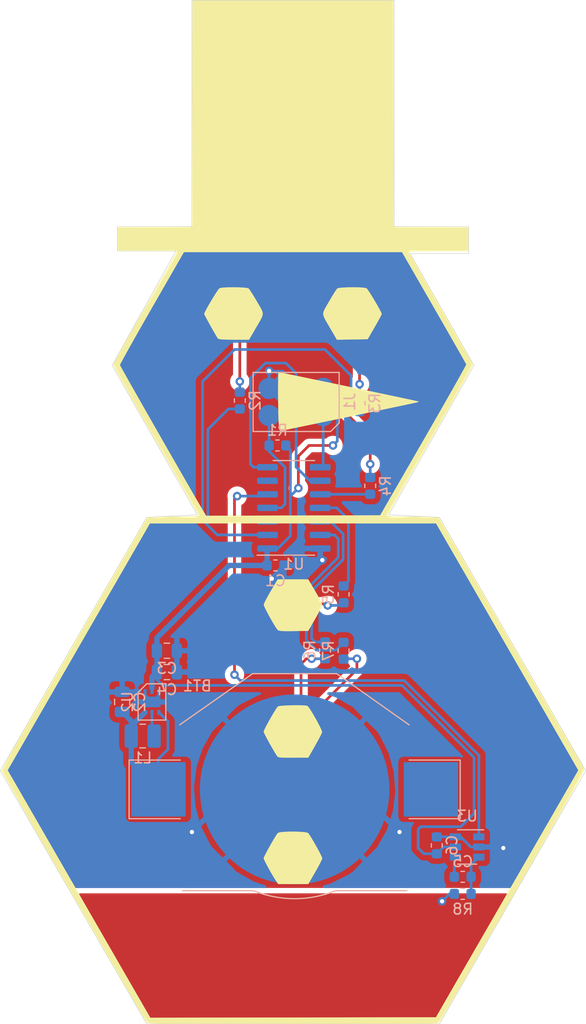
<source format=kicad_pcb>
(kicad_pcb (version 20171130) (host pcbnew 5.1.6+dfsg1-1)

  (general
    (thickness 1.6)
    (drawings 20)
    (tracks 178)
    (zones 0)
    (modules 28)
    (nets 26)
  )

  (page A4)
  (layers
    (0 F.Cu signal)
    (31 B.Cu signal)
    (32 B.Adhes user)
    (33 F.Adhes user)
    (34 B.Paste user)
    (35 F.Paste user)
    (36 B.SilkS user)
    (37 F.SilkS user hide)
    (38 B.Mask user)
    (39 F.Mask user)
    (40 Dwgs.User user)
    (41 Cmts.User user)
    (42 Eco1.User user)
    (43 Eco2.User user)
    (44 Edge.Cuts user)
    (45 Margin user)
    (46 B.CrtYd user)
    (47 F.CrtYd user)
    (48 B.Fab user)
    (49 F.Fab user)
  )

  (setup
    (last_trace_width 0.254)
    (user_trace_width 0.254)
    (user_trace_width 0.5)
    (trace_clearance 0.2)
    (zone_clearance 0.508)
    (zone_45_only no)
    (trace_min 0.2)
    (via_size 0.8)
    (via_drill 0.4)
    (via_min_size 0.4)
    (via_min_drill 0.3)
    (uvia_size 0.3)
    (uvia_drill 0.1)
    (uvias_allowed no)
    (uvia_min_size 0.2)
    (uvia_min_drill 0.1)
    (edge_width 0.05)
    (segment_width 0.2)
    (pcb_text_width 0.3)
    (pcb_text_size 1.5 1.5)
    (mod_edge_width 0.12)
    (mod_text_size 1 1)
    (mod_text_width 0.15)
    (pad_size 1.524 1.524)
    (pad_drill 0.762)
    (pad_to_mask_clearance 0.05)
    (aux_axis_origin 0 0)
    (visible_elements FFFFFF7F)
    (pcbplotparams
      (layerselection 0x010fc_ffffffff)
      (usegerberextensions false)
      (usegerberattributes true)
      (usegerberadvancedattributes true)
      (creategerberjobfile true)
      (excludeedgelayer true)
      (linewidth 0.100000)
      (plotframeref false)
      (viasonmask false)
      (mode 1)
      (useauxorigin false)
      (hpglpennumber 1)
      (hpglpenspeed 20)
      (hpglpendiameter 15.000000)
      (psnegative false)
      (psa4output false)
      (plotreference true)
      (plotvalue true)
      (plotinvisibletext false)
      (padsonsilk false)
      (subtractmaskfromsilk false)
      (outputformat 1)
      (mirror false)
      (drillshape 1)
      (scaleselection 1)
      (outputdirectory ""))
  )

  (net 0 "")
  (net 1 "Net-(BT1-Pad1)")
  (net 2 GND)
  (net 3 VCC)
  (net 4 "Net-(C5-Pad2)")
  (net 5 "Net-(C5-Pad1)")
  (net 6 "Net-(D1-Pad2)")
  (net 7 "Net-(D2-Pad2)")
  (net 8 "Net-(D3-Pad2)")
  (net 9 "Net-(D4-Pad2)")
  (net 10 "Net-(D5-Pad2)")
  (net 11 "Net-(D6-Pad2)")
  (net 12 /MISO)
  (net 13 /MOSI)
  (net 14 /SCL)
  (net 15 /RESET)
  (net 16 "Net-(L1-Pad2)")
  (net 17 /PB1)
  (net 18 /PB0)
  (net 19 /PA3)
  (net 20 /PA2)
  (net 21 /PA1)
  (net 22 /PA0)
  (net 23 "Net-(R8-Pad1)")
  (net 24 /PB2)
  (net 25 "Net-(U1-Pad6)")

  (net_class Default "This is the default net class."
    (clearance 0.2)
    (trace_width 0.25)
    (via_dia 0.8)
    (via_drill 0.4)
    (uvia_dia 0.3)
    (uvia_drill 0.1)
    (add_net /MISO)
    (add_net /MOSI)
    (add_net /PA0)
    (add_net /PA1)
    (add_net /PA2)
    (add_net /PA3)
    (add_net /PB0)
    (add_net /PB1)
    (add_net /PB2)
    (add_net /RESET)
    (add_net /SCL)
    (add_net GND)
    (add_net "Net-(BT1-Pad1)")
    (add_net "Net-(C5-Pad1)")
    (add_net "Net-(C5-Pad2)")
    (add_net "Net-(D1-Pad2)")
    (add_net "Net-(D2-Pad2)")
    (add_net "Net-(D3-Pad2)")
    (add_net "Net-(D4-Pad2)")
    (add_net "Net-(D5-Pad2)")
    (add_net "Net-(D6-Pad2)")
    (add_net "Net-(L1-Pad2)")
    (add_net "Net-(R8-Pad1)")
    (add_net "Net-(U1-Pad6)")
    (add_net VCC)
  )

  (module Battery:BatteryHolder_Keystone_3002_1x2032 (layer B.Cu) (tedit 5F5D61E1) (tstamp 5F5DA82F)
    (at 173.4 98)
    (descr https://www.tme.eu/it/Document/a823211ec201a9e209042d155fe22d2b/KEYS2996.pdf)
    (tags "BR2016 CR2016 DL2016 BR2020 CL2020 BR2025 CR2025 DL2025 DR2032 CR2032 DL2032")
    (path /5F5C68B5)
    (attr smd)
    (fp_text reference BT1 (at -9.15 -9.7) (layer B.SilkS)
      (effects (font (size 1 1) (thickness 0.15)) (justify mirror))
    )
    (fp_text value CR2032 (at 0 11) (layer B.Fab)
      (effects (font (size 1 1) (thickness 0.15)) (justify mirror))
    )
    (fp_line (start -15.35 2.55) (end -15.35 -2.55) (layer B.Fab) (width 0.1))
    (fp_line (start -15.35 -2.55) (end -10.55 -2.55) (layer B.Fab) (width 0.1))
    (fp_line (start -15.35 2.55) (end -10.55 2.55) (layer B.Fab) (width 0.1))
    (fp_line (start -10.55 -2.55) (end -10.55 -5.85) (layer B.Fab) (width 0.1))
    (fp_line (start 10.55 -2.55) (end 10.55 -5.9) (layer B.Fab) (width 0.1))
    (fp_line (start -3.8 -10.6) (end 3.8 -10.6) (layer B.Fab) (width 0.1))
    (fp_line (start 10.55 -2.55) (end 15.35 -2.55) (layer B.Fab) (width 0.1))
    (fp_line (start 15.35 -2.55) (end 15.35 2.55) (layer B.Fab) (width 0.1))
    (fp_line (start 15.35 2.55) (end 10.55 2.55) (layer B.Fab) (width 0.1))
    (fp_line (start 10.55 2.55) (end 10.55 9.3) (layer B.Fab) (width 0.1))
    (fp_line (start 10.55 9.3) (end -10.55 9.3) (layer B.Fab) (width 0.1))
    (fp_line (start -10.55 2.55) (end -10.55 9.3) (layer B.Fab) (width 0.1))
    (fp_line (start -10.55 -5.85) (end -3.8 -10.6) (layer B.Fab) (width 0.1))
    (fp_line (start -10.8 -6.05) (end -3.95 -10.85) (layer B.SilkS) (width 0.12))
    (fp_line (start -3.95 -10.85) (end 3.95 -10.85) (layer B.SilkS) (width 0.12))
    (fp_line (start 3.95 -10.85) (end 10.75 -6.05) (layer B.SilkS) (width 0.12))
    (fp_line (start 10.55 -5.9) (end 3.8 -10.6) (layer B.Fab) (width 0.1))
    (fp_circle (center 0 0) (end 10 0) (layer Dwgs.User) (width 0.2))
    (fp_line (start -10.55 9.5) (end -3.85 9.5) (layer B.SilkS) (width 0.12))
    (fp_line (start 10.55 9.5) (end 3.85 9.5) (layer B.SilkS) (width 0.12))
    (fp_line (start -15.85 3.05) (end -11.05 3.05) (layer B.CrtYd) (width 0.05))
    (fp_line (start -11.05 3.05) (end -11.05 9.8) (layer B.CrtYd) (width 0.05))
    (fp_line (start -11.05 9.8) (end -3.9 9.8) (layer B.CrtYd) (width 0.05))
    (fp_line (start 11.05 9.8) (end 3.9 9.8) (layer B.CrtYd) (width 0.05))
    (fp_line (start 11.05 9.8) (end 11.05 3.05) (layer B.CrtYd) (width 0.05))
    (fp_line (start 11.05 3.05) (end 15.85 3.05) (layer B.CrtYd) (width 0.05))
    (fp_line (start 15.85 3.05) (end 15.85 -3.05) (layer B.CrtYd) (width 0.05))
    (fp_line (start 15.85 -3.05) (end 11.05 -3.05) (layer B.CrtYd) (width 0.05))
    (fp_line (start 11.05 -3.05) (end 11.05 -6.35) (layer B.CrtYd) (width 0.05))
    (fp_line (start 11.05 -6.35) (end 4.3 -11.1) (layer B.CrtYd) (width 0.05))
    (fp_line (start 4.3 -11.1) (end -4.3 -11.1) (layer B.CrtYd) (width 0.05))
    (fp_line (start -4.3 -11.1) (end -11.05 -6.35) (layer B.CrtYd) (width 0.05))
    (fp_line (start -11.05 -6.35) (end -11.05 -3.05) (layer B.CrtYd) (width 0.05))
    (fp_line (start -11.05 -3.05) (end -15.85 -3.05) (layer B.CrtYd) (width 0.05))
    (fp_line (start -15.85 -3.05) (end -15.85 3.05) (layer B.CrtYd) (width 0.05))
    (fp_line (start -10.75 2.75) (end -15.55 2.75) (layer B.SilkS) (width 0.12))
    (fp_line (start -15.55 2.75) (end -15.55 -2.75) (layer B.SilkS) (width 0.12))
    (fp_line (start -15.55 -2.75) (end -10.75 -2.75) (layer B.SilkS) (width 0.12))
    (fp_line (start 10.75 -2.75) (end 15.55 -2.75) (layer B.SilkS) (width 0.12))
    (fp_line (start 15.55 -2.75) (end 15.55 2.75) (layer B.SilkS) (width 0.12))
    (fp_line (start 15.55 2.75) (end 10.75 2.75) (layer B.SilkS) (width 0.12))
    (fp_text user %R (at -9.15 -9.7) (layer B.Fab)
      (effects (font (size 1 1) (thickness 0.15)) (justify mirror))
    )
    (fp_arc (start 0 0) (end 3.9 9.8) (angle 43.40107348) (layer B.CrtYd) (width 0.05))
    (fp_arc (start 0 0) (end 3.85 9.5) (angle 44.1) (layer B.SilkS) (width 0.12))
    (pad "" smd rect (at 12.8 0) (size 5.1 5.1) (layers B.Cu B.Paste B.Mask))
    (pad 1 smd rect (at -12.8 0) (size 5.1 5.1) (layers B.Cu B.Paste B.Mask)
      (net 1 "Net-(BT1-Pad1)"))
    (pad 2 smd circle (at 0 0) (size 17.8 17.8) (layers B.Cu B.Mask)
      (net 2 GND))
    (model ${KISYS3DMOD}/Battery.3dshapes/BatteryHolder_Keystone_3002_1x2032.wrl
      (at (xyz 0 0 0))
      (scale (xyz 1 1 1))
      (rotate (xyz 0 0 0))
    )
  )

  (module ornament:snowman (layer F.Cu) (tedit 0) (tstamp 5F5DC368)
    (at 173.2 72)
    (fp_text reference G*** (at 0 0) (layer F.SilkS) hide
      (effects (font (size 1.524 1.524) (thickness 0.3)))
    )
    (fp_text value LOGO (at 0.75 0) (layer F.SilkS) hide
      (effects (font (size 1.524 1.524) (thickness 0.3)))
    )
    (fp_poly (pts (xy 9.503505 -37.401501) (xy 9.525 -26.797) (xy 13.0175 -26.774895) (xy 16.51 -26.752789)
      (xy 16.51 -24.468667) (xy 13.716 -24.468667) (xy 13.047409 -24.467599) (xy 12.43618 -24.464566)
      (xy 11.902045 -24.459829) (xy 11.464735 -24.453645) (xy 11.143983 -24.446275) (xy 10.95952 -24.437976)
      (xy 10.922 -24.431984) (xy 10.96324 -24.354452) (xy 11.082471 -24.142058) (xy 11.27296 -23.806553)
      (xy 11.527974 -23.359691) (xy 11.84078 -22.813223) (xy 12.204645 -22.178901) (xy 12.612835 -21.468477)
      (xy 13.058618 -20.693702) (xy 13.535261 -19.866329) (xy 13.927667 -19.185901) (xy 14.424926 -18.32166)
      (xy 14.896498 -17.497414) (xy 15.335604 -16.725303) (xy 15.735466 -16.017465) (xy 16.089307 -15.386039)
      (xy 16.390349 -14.843163) (xy 16.631815 -14.400976) (xy 16.806927 -14.071618) (xy 16.908908 -13.867226)
      (xy 16.933333 -13.802771) (xy 16.891803 -13.705793) (xy 16.771134 -13.472819) (xy 16.577207 -13.114293)
      (xy 16.315906 -12.640662) (xy 15.993113 -12.06237) (xy 15.614708 -11.389863) (xy 15.186576 -10.633585)
      (xy 14.714597 -9.803983) (xy 14.204653 -8.911502) (xy 13.662628 -7.966587) (xy 13.094403 -6.979682)
      (xy 12.953543 -6.735588) (xy 12.379405 -5.740652) (xy 11.829023 -4.785978) (xy 11.308352 -3.881946)
      (xy 10.823345 -3.038938) (xy 10.379959 -2.267333) (xy 9.984148 -1.577512) (xy 9.641867 -0.979855)
      (xy 9.359071 -0.484742) (xy 9.141715 -0.102554) (xy 8.995753 0.156328) (xy 8.927141 0.281525)
      (xy 8.922817 0.2906) (xy 8.922276 0.329458) (xy 8.965526 0.359993) (xy 9.069982 0.383185)
      (xy 9.253056 0.400014) (xy 9.532162 0.41146) (xy 9.924711 0.418504) (xy 10.448117 0.422125)
      (xy 11.119794 0.423304) (xy 11.280819 0.423333) (xy 11.987996 0.424108) (xy 12.545001 0.427178)
      (xy 12.970992 0.433662) (xy 13.285128 0.444675) (xy 13.506566 0.461337) (xy 13.654464 0.484765)
      (xy 13.747981 0.516075) (xy 13.806273 0.556387) (xy 13.82073 0.5715) (xy 13.87847 0.661949)
      (xy 14.015043 0.889621) (xy 14.224911 1.244919) (xy 14.502534 1.718249) (xy 14.842374 2.300015)
      (xy 15.238893 2.980623) (xy 15.686552 3.750476) (xy 16.179813 4.599981) (xy 16.713137 5.519541)
      (xy 17.280985 6.499562) (xy 17.87782 7.530448) (xy 18.498102 8.602604) (xy 19.136293 9.706436)
      (xy 19.786854 10.832347) (xy 20.444247 11.970743) (xy 21.102934 13.112029) (xy 21.757375 14.246609)
      (xy 22.402033 15.364888) (xy 23.031368 16.457271) (xy 23.639843 17.514163) (xy 24.221918 18.525969)
      (xy 24.772056 19.483093) (xy 25.284717 20.375941) (xy 25.754363 21.194917) (xy 26.175455 21.930426)
      (xy 26.542456 22.572873) (xy 26.849826 23.112663) (xy 27.092027 23.5402) (xy 27.26352 23.84589)
      (xy 27.358767 24.020136) (xy 27.376446 24.055929) (xy 27.382444 24.094108) (xy 27.374591 24.15189)
      (xy 27.349127 24.236009) (xy 27.302291 24.353194) (xy 27.230321 24.510178) (xy 27.129458 24.713692)
      (xy 26.995939 24.970469) (xy 26.826004 25.287239) (xy 26.615892 25.670735) (xy 26.361842 26.127689)
      (xy 26.060093 26.664831) (xy 25.706883 27.288895) (xy 25.298452 28.00661) (xy 24.83104 28.82471)
      (xy 24.300884 29.749926) (xy 23.704224 30.78899) (xy 23.037299 31.948633) (xy 22.296348 33.235586)
      (xy 21.47761 34.656583) (xy 20.706713 35.993929) (xy 19.955551 37.295935) (xy 19.225732 38.559179)
      (xy 18.521873 39.77575) (xy 17.84859 40.937739) (xy 17.210499 42.037235) (xy 16.612219 43.066328)
      (xy 16.058364 44.01711) (xy 15.553551 44.881669) (xy 15.102398 45.652095) (xy 14.70952 46.320479)
      (xy 14.379535 46.878911) (xy 14.117059 47.319481) (xy 13.926709 47.634279) (xy 13.8131 47.815394)
      (xy 13.782428 47.857833) (xy 13.7535 47.877237) (xy 13.708106 47.894875) (xy 13.638463 47.910831)
      (xy 13.536789 47.925187) (xy 13.395302 47.93803) (xy 13.206219 47.949441) (xy 12.961758 47.959506)
      (xy 12.654135 47.968308) (xy 12.27557 47.97593) (xy 11.818279 47.982458) (xy 11.27448 47.987975)
      (xy 10.63639 47.992564) (xy 9.896228 47.99631) (xy 9.046209 47.999297) (xy 8.078554 48.001609)
      (xy 6.985477 48.003329) (xy 5.759198 48.004541) (xy 4.391934 48.005329) (xy 2.875902 48.005778)
      (xy 1.20332 48.005971) (xy 0.042333 48.006) (xy -1.73495 48.005927) (xy -3.350681 48.005652)
      (xy -4.812645 48.005091) (xy -6.128622 48.004161) (xy -7.306396 48.002777) (xy -8.353748 48.000855)
      (xy -9.278461 47.998312) (xy -10.088318 47.995063) (xy -10.791101 47.991025) (xy -11.394591 47.986114)
      (xy -11.906573 47.980246) (xy -12.334827 47.973336) (xy -12.687137 47.965302) (xy -12.971285 47.956058)
      (xy -13.195053 47.945522) (xy -13.366224 47.933609) (xy -13.49258 47.920235) (xy -13.581903 47.905316)
      (xy -13.641975 47.888769) (xy -13.68058 47.87051) (xy -13.697677 47.857833) (xy -13.758306 47.769007)
      (xy -13.897578 47.542886) (xy -14.10997 47.189035) (xy -14.389959 46.717019) (xy -14.732023 46.136404)
      (xy -15.130637 45.456754) (xy -15.58028 44.687634) (xy -16.07543 43.838611) (xy -16.610562 42.919248)
      (xy -17.180154 41.939111) (xy -17.778684 40.907765) (xy -18.400628 39.834776) (xy -19.040464 38.729708)
      (xy -19.692669 37.602127) (xy -20.35172 36.461597) (xy -21.012095 35.317684) (xy -21.66827 34.179953)
      (xy -22.314723 33.057969) (xy -22.945931 31.961297) (xy -23.556372 30.899502) (xy -24.140521 29.88215)
      (xy -24.692857 28.918806) (xy -25.207857 28.019034) (xy -25.679998 27.1924) (xy -26.103757 26.448469)
      (xy -26.473611 25.796806) (xy -26.784038 25.246977) (xy -27.029515 24.808546) (xy -27.204518 24.491078)
      (xy -27.303526 24.304139) (xy -27.324542 24.257) (xy -27.304493 24.205717) (xy -26.753757 24.205717)
      (xy -20.055789 35.809785) (xy -13.35782 47.413853) (xy 0.055983 47.392426) (xy 13.469786 47.371)
      (xy 20.155714 35.788629) (xy 26.841643 24.206258) (xy 20.160751 12.632295) (xy 13.479859 1.058333)
      (xy -13.391917 1.058333) (xy -26.753757 24.205717) (xy -27.304493 24.205717) (xy -27.286533 24.159782)
      (xy -27.16456 23.919273) (xy -26.960226 23.538303) (xy -26.675135 23.019705) (xy -26.31089 22.366308)
      (xy -25.869095 21.580945) (xy -25.351352 20.666448) (xy -24.759267 19.625646) (xy -24.094442 18.461371)
      (xy -23.35848 17.176456) (xy -22.552985 15.77373) (xy -21.679562 14.256026) (xy -20.739812 12.626175)
      (xy -20.611392 12.403666) (xy -19.860832 11.103836) (xy -19.132092 9.842748) (xy -18.42977 8.628317)
      (xy -17.758465 7.468456) (xy -17.122774 6.371079) (xy -16.527296 5.344099) (xy -15.976629 4.395431)
      (xy -15.475373 3.532988) (xy -15.028124 2.764683) (xy -14.639482 2.098432) (xy -14.314045 1.542146)
      (xy -14.056412 1.103741) (xy -13.87118 0.79113) (xy -13.762949 0.612226) (xy -13.736167 0.5715)
      (xy -13.68512 0.528045) (xy -13.605033 0.493952) (xy -13.476746 0.468103) (xy -13.281102 0.44938)
      (xy -12.998942 0.436666) (xy -12.611107 0.428843) (xy -12.098438 0.424794) (xy -11.441777 0.4234)
      (xy -11.196153 0.423333) (xy -10.491228 0.422541) (xy -9.93822 0.419512) (xy -9.519714 0.413266)
      (xy -9.218298 0.402823) (xy -9.016558 0.387202) (xy -8.897083 0.365424) (xy -8.842459 0.336507)
      (xy -8.835273 0.299473) (xy -8.838151 0.2906) (xy -8.887011 0.199554) (xy -9.014672 -0.027707)
      (xy -9.215179 -0.380803) (xy -9.482576 -0.849354) (xy -9.81091 -1.422978) (xy -10.194225 -2.091297)
      (xy -10.626567 -2.843928) (xy -11.101979 -3.670493) (xy -11.614508 -4.56061) (xy -12.158199 -5.503899)
      (xy -12.727096 -6.489981) (xy -12.868876 -6.735588) (xy -13.442572 -7.731126) (xy -13.991491 -8.687235)
      (xy -14.509751 -9.593468) (xy -14.991468 -10.439376) (xy -15.430762 -11.214511) (xy -15.821749 -11.908423)
      (xy -16.158546 -12.510666) (xy -16.435272 -13.01079) (xy -16.646043 -13.398347) (xy -16.784978 -13.662888)
      (xy -16.846193 -13.793966) (xy -16.84637 -13.794717) (xy -16.208579 -13.794717) (xy -16.166956 -13.709946)
      (xy -16.047843 -13.490859) (xy -15.858323 -13.14984) (xy -15.605482 -12.699271) (xy -15.296404 -12.151537)
      (xy -14.938173 -11.519021) (xy -14.537875 -10.814107) (xy -14.102593 -10.049179) (xy -13.639412 -9.236619)
      (xy -13.155416 -8.388812) (xy -12.657691 -7.518141) (xy -12.15332 -6.636989) (xy -11.649389 -5.757741)
      (xy -11.152981 -4.89278) (xy -10.671181 -4.05449) (xy -10.211075 -3.255253) (xy -9.779745 -2.507454)
      (xy -9.384277 -1.823477) (xy -9.031756 -1.215704) (xy -8.729266 -0.69652) (xy -8.48389 -0.278307)
      (xy -8.302715 0.026549) (xy -8.280194 0.063919) (xy -8.11367 0.339506) (xy 0.059997 0.317919)
      (xy 8.233665 0.296333) (xy 12.289454 -6.730188) (xy 12.867761 -7.73346) (xy 13.420959 -8.695847)
      (xy 13.943276 -9.607159) (xy 14.42894 -10.457202) (xy 14.872179 -11.235787) (xy 15.267222 -11.932721)
      (xy 15.608297 -12.537812) (xy 15.889631 -13.040869) (xy 16.105454 -13.4317) (xy 16.249994 -13.700114)
      (xy 16.317478 -13.835918) (xy 16.321788 -13.850422) (xy 16.276624 -13.937564) (xy 16.153578 -14.159428)
      (xy 15.959448 -14.504095) (xy 15.701031 -14.959648) (xy 15.385126 -15.51417) (xy 15.018531 -16.155743)
      (xy 14.608044 -16.872448) (xy 14.160463 -17.65237) (xy 13.682586 -18.483589) (xy 13.292667 -19.160781)
      (xy 10.287 -24.377427) (xy 0.042333 -24.376995) (xy -10.202333 -24.376564) (xy -13.208 -19.152116)
      (xy -13.704323 -18.287461) (xy -14.174929 -17.463824) (xy -14.613088 -16.693222) (xy -15.012071 -15.987671)
      (xy -15.365148 -15.359186) (xy -15.665588 -14.819784) (xy -15.906661 -14.38148) (xy -16.081638 -14.056291)
      (xy -16.183789 -13.856233) (xy -16.208579 -13.794717) (xy -16.84637 -13.794717) (xy -16.848667 -13.804453)
      (xy -16.807233 -13.905262) (xy -16.687451 -14.140306) (xy -16.496103 -14.49744) (xy -16.23997 -14.96452)
      (xy -15.925834 -15.529402) (xy -15.560476 -16.179942) (xy -15.150678 -16.903995) (xy -14.70322 -17.689416)
      (xy -14.224885 -18.524063) (xy -13.843 -19.187085) (xy -13.346726 -20.047373) (xy -12.876023 -20.864327)
      (xy -12.437626 -21.626193) (xy -12.038273 -22.321216) (xy -11.684699 -22.937642) (xy -11.383641 -23.463718)
      (xy -11.141835 -23.887689) (xy -10.966018 -24.197802) (xy -10.862927 -24.382302) (xy -10.837334 -24.431487)
      (xy -10.918711 -24.440384) (xy -11.149689 -24.448518) (xy -11.510536 -24.455625) (xy -11.981519 -24.461445)
      (xy -12.542907 -24.465713) (xy -13.174968 -24.468168) (xy -13.631333 -24.468667) (xy -16.425333 -24.468667)
      (xy -16.425333 -26.752789) (xy -12.932833 -26.774895) (xy -9.440333 -26.797) (xy -9.418839 -37.4015)
      (xy -9.397344 -48.006) (xy 9.48201 -48.006) (xy 9.503505 -37.401501)) (layer F.SilkS) (width 0.01))
    (fp_poly (pts (xy 0.251266 29.963093) (xy 0.673501 29.976944) (xy 1.041246 30.003506) (xy 1.317286 30.042655)
      (xy 1.464407 30.094267) (xy 1.468873 30.098301) (xy 1.57087 30.232433) (xy 1.726802 30.475196)
      (xy 1.91837 30.793925) (xy 2.127274 31.155956) (xy 2.335213 31.528624) (xy 2.523886 31.879264)
      (xy 2.674995 32.175213) (xy 2.770237 32.383806) (xy 2.794 32.463545) (xy 2.753262 32.583664)
      (xy 2.640945 32.820429) (xy 2.471896 33.144868) (xy 2.260962 33.528011) (xy 2.137833 33.743979)
      (xy 1.481667 34.881343) (xy 0.069265 34.882005) (xy -1.343136 34.882666) (xy -1.503189 34.649833)
      (xy -1.673323 34.387727) (xy -1.873631 34.056814) (xy -2.086088 33.689753) (xy -2.292672 33.319207)
      (xy -2.47536 32.977836) (xy -2.616129 32.698302) (xy -2.696956 32.513265) (xy -2.709333 32.464063)
      (xy -2.668371 32.34447) (xy -2.557653 32.112699) (xy -2.395433 31.801238) (xy -2.199966 31.442574)
      (xy -1.989505 31.069194) (xy -1.782305 30.713586) (xy -1.59662 30.408238) (xy -1.450703 30.185636)
      (xy -1.374744 30.088839) (xy -1.238279 30.037277) (xy -0.970231 29.999045) (xy -0.607814 29.97402)
      (xy -0.188244 29.962077) (xy 0.251266 29.963093)) (layer F.SilkS) (width 0.01))
    (fp_poly (pts (xy 0.622843 18.114305) (xy 0.984935 18.124252) (xy 1.25672 18.144237) (xy 1.390131 18.170079)
      (xy 1.485182 18.263831) (xy 1.63726 18.477241) (xy 1.828288 18.778199) (xy 2.040188 19.134597)
      (xy 2.254881 19.514325) (xy 2.454291 19.885276) (xy 2.620338 20.215339) (xy 2.734946 20.472407)
      (xy 2.780036 20.62437) (xy 2.779443 20.637702) (xy 2.729148 20.764767) (xy 2.609247 21.008024)
      (xy 2.435407 21.33737) (xy 2.223293 21.722699) (xy 2.116667 21.911364) (xy 1.481667 23.025648)
      (xy 0.065452 23.02749) (xy -0.454984 23.027295) (xy -0.832117 23.023018) (xy -1.091979 23.011466)
      (xy -1.260596 22.989448) (xy -1.364 22.953772) (xy -1.428219 22.901243) (xy -1.472803 22.838833)
      (xy -1.676044 22.511114) (xy -1.898198 22.135813) (xy -2.122476 21.743445) (xy -2.332089 21.364529)
      (xy -2.510248 21.029581) (xy -2.640164 20.769119) (xy -2.705047 20.613659) (xy -2.709333 20.591222)
      (xy -2.66786 20.465037) (xy -2.555848 20.227765) (xy -2.391908 19.912283) (xy -2.194652 19.551468)
      (xy -1.98269 19.178199) (xy -1.774635 18.825353) (xy -1.589097 18.525807) (xy -1.444688 18.312439)
      (xy -1.369587 18.2245) (xy -1.244364 18.189567) (xy -0.986959 18.160286) (xy -0.634455 18.137388)
      (xy -0.223933 18.121605) (xy 0.207527 18.113667) (xy 0.622843 18.114305)) (layer F.SilkS) (width 0.01))
    (fp_poly (pts (xy 2.13109 7.408333) (xy 2.360057 7.805721) (xy 2.554592 8.162806) (xy 2.699111 8.449449)
      (xy 2.77803 8.635509) (xy 2.788007 8.678819) (xy 2.749343 8.808515) (xy 2.638788 9.05403)
      (xy 2.471055 9.385671) (xy 2.260854 9.773745) (xy 2.137833 9.991153) (xy 1.481667 11.133666)
      (xy 0.12476 11.156839) (xy -0.439111 11.162243) (xy -0.852971 11.155698) (xy -1.135795 11.136127)
      (xy -1.306554 11.102453) (xy -1.366843 11.072173) (xy -1.470496 10.948287) (xy -1.628271 10.711458)
      (xy -1.821738 10.394724) (xy -2.032467 10.031122) (xy -2.242025 9.653691) (xy -2.431985 9.295467)
      (xy -2.583913 8.989488) (xy -2.679381 8.768792) (xy -2.702807 8.677394) (xy -2.658789 8.547875)
      (xy -2.541973 8.304005) (xy -2.367973 7.975857) (xy -2.1524 7.593502) (xy -2.043953 7.408333)
      (xy -1.391626 6.307666) (xy 1.480166 6.307666) (xy 2.13109 7.408333)) (layer F.SilkS) (width 0.01))
    (fp_poly (pts (xy -1.219733 -13.106492) (xy -0.974535 -13.058094) (xy -0.595111 -12.981328) (xy -0.096716 -12.879382)
      (xy 0.505396 -12.755447) (xy 1.195973 -12.61271) (xy 1.959761 -12.454361) (xy 2.781507 -12.283588)
      (xy 3.645957 -12.103581) (xy 4.537857 -11.917529) (xy 5.441955 -11.728619) (xy 6.342996 -11.540042)
      (xy 7.225728 -11.354986) (xy 8.074896 -11.17664) (xy 8.875248 -11.008193) (xy 9.61153 -10.852834)
      (xy 10.268489 -10.713751) (xy 10.83087 -10.594135) (xy 11.283421 -10.497172) (xy 11.610889 -10.426054)
      (xy 11.798019 -10.383968) (xy 11.83729 -10.3736) (xy 11.795705 -10.329956) (xy 11.672824 -10.289239)
      (xy 11.515381 -10.253933) (xy 11.214234 -10.188947) (xy 10.784925 -10.097516) (xy 10.242993 -9.982878)
      (xy 9.60398 -9.84827) (xy 8.883426 -9.69693) (xy 8.096871 -9.532094) (xy 7.259858 -9.356999)
      (xy 6.387926 -9.174883) (xy 5.496615 -8.988983) (xy 4.601468 -8.802536) (xy 3.718024 -8.618779)
      (xy 2.861825 -8.440949) (xy 2.04841 -8.272283) (xy 1.293321 -8.116019) (xy 0.612099 -7.975393)
      (xy 0.020283 -7.853642) (xy -0.466584 -7.754005) (xy -0.832963 -7.679717) (xy -1.063313 -7.634016)
      (xy -1.141624 -7.62) (xy -1.203497 -7.699957) (xy -1.254844 -7.942044) (xy -1.296344 -8.349589)
      (xy -1.299655 -8.395007) (xy -1.31463 -8.68256) (xy -1.327329 -9.074924) (xy -1.337668 -9.546424)
      (xy -1.345559 -10.071381) (xy -1.350918 -10.624119) (xy -1.353659 -11.178961) (xy -1.353695 -11.710229)
      (xy -1.350941 -12.192247) (xy -1.345312 -12.599338) (xy -1.336721 -12.905823) (xy -1.325083 -13.086028)
      (xy -1.315453 -13.123334) (xy -1.219733 -13.106492)) (layer F.SilkS) (width 0.01))
    (fp_poly (pts (xy -5.196474 -21.079375) (xy -4.791838 -21.064794) (xy -4.451992 -21.040538) (xy -4.215016 -21.006896)
      (xy -4.128324 -20.976167) (xy -4.039335 -20.868149) (xy -3.885742 -20.641132) (xy -3.685855 -20.323762)
      (xy -3.457985 -19.944684) (xy -3.343796 -19.74879) (xy -3.116093 -19.361991) (xy -2.947472 -19.069637)
      (xy -2.840036 -18.839996) (xy -2.795889 -18.641333) (xy -2.817132 -18.441915) (xy -2.905869 -18.210008)
      (xy -3.064204 -17.91388) (xy -3.294239 -17.521797) (xy -3.516472 -17.143284) (xy -4.080877 -16.171334)
      (xy -5.501405 -16.171334) (xy -6.077085 -16.175362) (xy -6.499713 -16.188202) (xy -6.785393 -16.210988)
      (xy -6.950232 -16.244857) (xy -7.003465 -16.277167) (xy -7.086663 -16.404519) (xy -7.226212 -16.637964)
      (xy -7.40445 -16.945927) (xy -7.603717 -17.296832) (xy -7.806351 -17.659106) (xy -7.99469 -18.001172)
      (xy -8.151075 -18.291456) (xy -8.257843 -18.498384) (xy -8.297333 -18.590369) (xy -8.254499 -18.709963)
      (xy -8.138597 -18.940074) (xy -7.968527 -19.249088) (xy -7.763187 -19.605389) (xy -7.541478 -19.977361)
      (xy -7.3223 -20.33339) (xy -7.124552 -20.64186) (xy -6.967134 -20.871155) (xy -6.868945 -20.98966)
      (xy -6.858661 -20.99698) (xy -6.701293 -21.035133) (xy -6.41831 -21.062159) (xy -6.047791 -21.078347)
      (xy -5.627819 -21.083989) (xy -5.196474 -21.079375)) (layer F.SilkS) (width 0.01))
    (fp_poly (pts (xy 6.236216 -21.075114) (xy 6.587517 -21.0561) (xy 6.841182 -21.026167) (xy 6.943327 -20.99698)
      (xy 7.029968 -20.901613) (xy 7.178885 -20.689319) (xy 7.371214 -20.3918) (xy 7.588087 -20.040754)
      (xy 7.810639 -19.667882) (xy 8.020002 -19.304883) (xy 8.197312 -18.983457) (xy 8.323701 -18.735304)
      (xy 8.380303 -18.592123) (xy 8.381628 -18.580297) (xy 8.341072 -18.482624) (xy 8.229427 -18.266001)
      (xy 8.06132 -17.957513) (xy 7.851379 -17.584245) (xy 7.72079 -17.356667) (xy 7.060325 -16.213667)
      (xy 4.167817 -16.167417) (xy 3.602275 -17.141326) (xy 3.317512 -17.625493) (xy 3.106 -17.989911)
      (xy 2.965622 -18.266467) (xy 2.894264 -18.48705) (xy 2.88981 -18.683548) (xy 2.950145 -18.887848)
      (xy 3.073152 -19.131838) (xy 3.256717 -19.447407) (xy 3.429579 -19.744501) (xy 3.663159 -20.144241)
      (xy 3.877892 -20.495929) (xy 4.055563 -20.770891) (xy 4.177957 -20.94045) (xy 4.211967 -20.976167)
      (xy 4.34887 -21.016567) (xy 4.616769 -21.047791) (xy 4.977558 -21.069548) (xy 5.393132 -21.081548)
      (xy 5.825387 -21.0835) (xy 6.236216 -21.075114)) (layer F.SilkS) (width 0.01))
  )

  (module Capacitor_SMD:C_0603_1608Metric (layer B.Cu) (tedit 5B301BBE) (tstamp 5F5DA840)
    (at 171.6 77)
    (descr "Capacitor SMD 0603 (1608 Metric), square (rectangular) end terminal, IPC_7351 nominal, (Body size source: http://www.tortai-tech.com/upload/download/2011102023233369053.pdf), generated with kicad-footprint-generator")
    (tags capacitor)
    (path /5F5D15F5)
    (attr smd)
    (fp_text reference C1 (at 0 1.43) (layer B.SilkS)
      (effects (font (size 1 1) (thickness 0.15)) (justify mirror))
    )
    (fp_text value 0.1u (at 0 -1.43) (layer B.Fab)
      (effects (font (size 1 1) (thickness 0.15)) (justify mirror))
    )
    (fp_line (start 1.48 -0.73) (end -1.48 -0.73) (layer B.CrtYd) (width 0.05))
    (fp_line (start 1.48 0.73) (end 1.48 -0.73) (layer B.CrtYd) (width 0.05))
    (fp_line (start -1.48 0.73) (end 1.48 0.73) (layer B.CrtYd) (width 0.05))
    (fp_line (start -1.48 -0.73) (end -1.48 0.73) (layer B.CrtYd) (width 0.05))
    (fp_line (start -0.162779 -0.51) (end 0.162779 -0.51) (layer B.SilkS) (width 0.12))
    (fp_line (start -0.162779 0.51) (end 0.162779 0.51) (layer B.SilkS) (width 0.12))
    (fp_line (start 0.8 -0.4) (end -0.8 -0.4) (layer B.Fab) (width 0.1))
    (fp_line (start 0.8 0.4) (end 0.8 -0.4) (layer B.Fab) (width 0.1))
    (fp_line (start -0.8 0.4) (end 0.8 0.4) (layer B.Fab) (width 0.1))
    (fp_line (start -0.8 -0.4) (end -0.8 0.4) (layer B.Fab) (width 0.1))
    (fp_text user %R (at 0 0) (layer B.Fab)
      (effects (font (size 0.4 0.4) (thickness 0.06)) (justify mirror))
    )
    (pad 1 smd roundrect (at -0.7875 0) (size 0.875 0.95) (layers B.Cu B.Paste B.Mask) (roundrect_rratio 0.25)
      (net 3 VCC))
    (pad 2 smd roundrect (at 0.7875 0) (size 0.875 0.95) (layers B.Cu B.Paste B.Mask) (roundrect_rratio 0.25)
      (net 2 GND))
    (model ${KISYS3DMOD}/Capacitor_SMD.3dshapes/C_0603_1608Metric.wrl
      (at (xyz 0 0 0))
      (scale (xyz 1 1 1))
      (rotate (xyz 0 0 0))
    )
  )

  (module Capacitor_SMD:C_0805_2012Metric (layer B.Cu) (tedit 5B36C52B) (tstamp 5F5DA851)
    (at 157.2 89.8 90)
    (descr "Capacitor SMD 0805 (2012 Metric), square (rectangular) end terminal, IPC_7351 nominal, (Body size source: https://docs.google.com/spreadsheets/d/1BsfQQcO9C6DZCsRaXUlFlo91Tg2WpOkGARC1WS5S8t0/edit?usp=sharing), generated with kicad-footprint-generator")
    (tags capacitor)
    (path /5F5CC32C)
    (attr smd)
    (fp_text reference C2 (at 0 1.65 90) (layer B.SilkS)
      (effects (font (size 1 1) (thickness 0.15)) (justify mirror))
    )
    (fp_text value 10u (at 0 -1.65 90) (layer B.Fab)
      (effects (font (size 1 1) (thickness 0.15)) (justify mirror))
    )
    (fp_line (start 1.68 -0.95) (end -1.68 -0.95) (layer B.CrtYd) (width 0.05))
    (fp_line (start 1.68 0.95) (end 1.68 -0.95) (layer B.CrtYd) (width 0.05))
    (fp_line (start -1.68 0.95) (end 1.68 0.95) (layer B.CrtYd) (width 0.05))
    (fp_line (start -1.68 -0.95) (end -1.68 0.95) (layer B.CrtYd) (width 0.05))
    (fp_line (start -0.258578 -0.71) (end 0.258578 -0.71) (layer B.SilkS) (width 0.12))
    (fp_line (start -0.258578 0.71) (end 0.258578 0.71) (layer B.SilkS) (width 0.12))
    (fp_line (start 1 -0.6) (end -1 -0.6) (layer B.Fab) (width 0.1))
    (fp_line (start 1 0.6) (end 1 -0.6) (layer B.Fab) (width 0.1))
    (fp_line (start -1 0.6) (end 1 0.6) (layer B.Fab) (width 0.1))
    (fp_line (start -1 -0.6) (end -1 0.6) (layer B.Fab) (width 0.1))
    (fp_text user %R (at 0 0 90) (layer B.Fab)
      (effects (font (size 0.5 0.5) (thickness 0.08)) (justify mirror))
    )
    (pad 1 smd roundrect (at -0.9375 0 90) (size 0.975 1.4) (layers B.Cu B.Paste B.Mask) (roundrect_rratio 0.25)
      (net 1 "Net-(BT1-Pad1)"))
    (pad 2 smd roundrect (at 0.9375 0 90) (size 0.975 1.4) (layers B.Cu B.Paste B.Mask) (roundrect_rratio 0.25)
      (net 2 GND))
    (model ${KISYS3DMOD}/Capacitor_SMD.3dshapes/C_0805_2012Metric.wrl
      (at (xyz 0 0 0))
      (scale (xyz 1 1 1))
      (rotate (xyz 0 0 0))
    )
  )

  (module Capacitor_SMD:C_0805_2012Metric (layer B.Cu) (tedit 5B36C52B) (tstamp 5F5DA862)
    (at 161.4 85)
    (descr "Capacitor SMD 0805 (2012 Metric), square (rectangular) end terminal, IPC_7351 nominal, (Body size source: https://docs.google.com/spreadsheets/d/1BsfQQcO9C6DZCsRaXUlFlo91Tg2WpOkGARC1WS5S8t0/edit?usp=sharing), generated with kicad-footprint-generator")
    (tags capacitor)
    (path /5F5CC882)
    (attr smd)
    (fp_text reference C3 (at 0 1.65) (layer B.SilkS)
      (effects (font (size 1 1) (thickness 0.15)) (justify mirror))
    )
    (fp_text value 10u (at 0 -1.65) (layer B.Fab)
      (effects (font (size 1 1) (thickness 0.15)) (justify mirror))
    )
    (fp_text user %R (at 0 0) (layer B.Fab)
      (effects (font (size 0.5 0.5) (thickness 0.08)) (justify mirror))
    )
    (fp_line (start -1 -0.6) (end -1 0.6) (layer B.Fab) (width 0.1))
    (fp_line (start -1 0.6) (end 1 0.6) (layer B.Fab) (width 0.1))
    (fp_line (start 1 0.6) (end 1 -0.6) (layer B.Fab) (width 0.1))
    (fp_line (start 1 -0.6) (end -1 -0.6) (layer B.Fab) (width 0.1))
    (fp_line (start -0.258578 0.71) (end 0.258578 0.71) (layer B.SilkS) (width 0.12))
    (fp_line (start -0.258578 -0.71) (end 0.258578 -0.71) (layer B.SilkS) (width 0.12))
    (fp_line (start -1.68 -0.95) (end -1.68 0.95) (layer B.CrtYd) (width 0.05))
    (fp_line (start -1.68 0.95) (end 1.68 0.95) (layer B.CrtYd) (width 0.05))
    (fp_line (start 1.68 0.95) (end 1.68 -0.95) (layer B.CrtYd) (width 0.05))
    (fp_line (start 1.68 -0.95) (end -1.68 -0.95) (layer B.CrtYd) (width 0.05))
    (pad 2 smd roundrect (at 0.9375 0) (size 0.975 1.4) (layers B.Cu B.Paste B.Mask) (roundrect_rratio 0.25)
      (net 2 GND))
    (pad 1 smd roundrect (at -0.9375 0) (size 0.975 1.4) (layers B.Cu B.Paste B.Mask) (roundrect_rratio 0.25)
      (net 3 VCC))
    (model ${KISYS3DMOD}/Capacitor_SMD.3dshapes/C_0805_2012Metric.wrl
      (at (xyz 0 0 0))
      (scale (xyz 1 1 1))
      (rotate (xyz 0 0 0))
    )
  )

  (module Capacitor_SMD:C_0805_2012Metric (layer B.Cu) (tedit 5B36C52B) (tstamp 5F5DA873)
    (at 161.4 87)
    (descr "Capacitor SMD 0805 (2012 Metric), square (rectangular) end terminal, IPC_7351 nominal, (Body size source: https://docs.google.com/spreadsheets/d/1BsfQQcO9C6DZCsRaXUlFlo91Tg2WpOkGARC1WS5S8t0/edit?usp=sharing), generated with kicad-footprint-generator")
    (tags capacitor)
    (path /5F5CCC68)
    (attr smd)
    (fp_text reference C4 (at 0 1.65) (layer B.SilkS)
      (effects (font (size 1 1) (thickness 0.15)) (justify mirror))
    )
    (fp_text value 10u (at 0 -1.65) (layer B.Fab)
      (effects (font (size 1 1) (thickness 0.15)) (justify mirror))
    )
    (fp_line (start 1.68 -0.95) (end -1.68 -0.95) (layer B.CrtYd) (width 0.05))
    (fp_line (start 1.68 0.95) (end 1.68 -0.95) (layer B.CrtYd) (width 0.05))
    (fp_line (start -1.68 0.95) (end 1.68 0.95) (layer B.CrtYd) (width 0.05))
    (fp_line (start -1.68 -0.95) (end -1.68 0.95) (layer B.CrtYd) (width 0.05))
    (fp_line (start -0.258578 -0.71) (end 0.258578 -0.71) (layer B.SilkS) (width 0.12))
    (fp_line (start -0.258578 0.71) (end 0.258578 0.71) (layer B.SilkS) (width 0.12))
    (fp_line (start 1 -0.6) (end -1 -0.6) (layer B.Fab) (width 0.1))
    (fp_line (start 1 0.6) (end 1 -0.6) (layer B.Fab) (width 0.1))
    (fp_line (start -1 0.6) (end 1 0.6) (layer B.Fab) (width 0.1))
    (fp_line (start -1 -0.6) (end -1 0.6) (layer B.Fab) (width 0.1))
    (fp_text user %R (at 0 0) (layer B.Fab)
      (effects (font (size 0.5 0.5) (thickness 0.08)) (justify mirror))
    )
    (pad 1 smd roundrect (at -0.9375 0) (size 0.975 1.4) (layers B.Cu B.Paste B.Mask) (roundrect_rratio 0.25)
      (net 3 VCC))
    (pad 2 smd roundrect (at 0.9375 0) (size 0.975 1.4) (layers B.Cu B.Paste B.Mask) (roundrect_rratio 0.25)
      (net 2 GND))
    (model ${KISYS3DMOD}/Capacitor_SMD.3dshapes/C_0805_2012Metric.wrl
      (at (xyz 0 0 0))
      (scale (xyz 1 1 1))
      (rotate (xyz 0 0 0))
    )
  )

  (module Capacitor_SMD:C_0603_1608Metric (layer B.Cu) (tedit 5B301BBE) (tstamp 5F5DA884)
    (at 189.1875 106.2 180)
    (descr "Capacitor SMD 0603 (1608 Metric), square (rectangular) end terminal, IPC_7351 nominal, (Body size source: http://www.tortai-tech.com/upload/download/2011102023233369053.pdf), generated with kicad-footprint-generator")
    (tags capacitor)
    (path /5F611C94)
    (attr smd)
    (fp_text reference C5 (at 0 1.43) (layer B.SilkS)
      (effects (font (size 1 1) (thickness 0.15)) (justify mirror))
    )
    (fp_text value 10n (at 0 -1.43) (layer B.Fab)
      (effects (font (size 1 1) (thickness 0.15)) (justify mirror))
    )
    (fp_text user %R (at 0 0) (layer B.Fab)
      (effects (font (size 0.4 0.4) (thickness 0.06)) (justify mirror))
    )
    (fp_line (start -0.8 -0.4) (end -0.8 0.4) (layer B.Fab) (width 0.1))
    (fp_line (start -0.8 0.4) (end 0.8 0.4) (layer B.Fab) (width 0.1))
    (fp_line (start 0.8 0.4) (end 0.8 -0.4) (layer B.Fab) (width 0.1))
    (fp_line (start 0.8 -0.4) (end -0.8 -0.4) (layer B.Fab) (width 0.1))
    (fp_line (start -0.162779 0.51) (end 0.162779 0.51) (layer B.SilkS) (width 0.12))
    (fp_line (start -0.162779 -0.51) (end 0.162779 -0.51) (layer B.SilkS) (width 0.12))
    (fp_line (start -1.48 -0.73) (end -1.48 0.73) (layer B.CrtYd) (width 0.05))
    (fp_line (start -1.48 0.73) (end 1.48 0.73) (layer B.CrtYd) (width 0.05))
    (fp_line (start 1.48 0.73) (end 1.48 -0.73) (layer B.CrtYd) (width 0.05))
    (fp_line (start 1.48 -0.73) (end -1.48 -0.73) (layer B.CrtYd) (width 0.05))
    (pad 2 smd roundrect (at 0.7875 0 180) (size 0.875 0.95) (layers B.Cu B.Paste B.Mask) (roundrect_rratio 0.25)
      (net 4 "Net-(C5-Pad2)"))
    (pad 1 smd roundrect (at -0.7875 0 180) (size 0.875 0.95) (layers B.Cu B.Paste B.Mask) (roundrect_rratio 0.25)
      (net 5 "Net-(C5-Pad1)"))
    (model ${KISYS3DMOD}/Capacitor_SMD.3dshapes/C_0603_1608Metric.wrl
      (at (xyz 0 0 0))
      (scale (xyz 1 1 1))
      (rotate (xyz 0 0 0))
    )
  )

  (module LED_SMD:LED_0603_1608Metric (layer F.Cu) (tedit 5B301BBE) (tstamp 5F5DA897)
    (at 167.8125 53.4)
    (descr "LED SMD 0603 (1608 Metric), square (rectangular) end terminal, IPC_7351 nominal, (Body size source: http://www.tortai-tech.com/upload/download/2011102023233369053.pdf), generated with kicad-footprint-generator")
    (tags diode)
    (path /5F5D61A8)
    (attr smd)
    (fp_text reference D1 (at 0 -1.43) (layer F.SilkS)
      (effects (font (size 1 1) (thickness 0.15)))
    )
    (fp_text value LED (at 0 1.43) (layer F.Fab)
      (effects (font (size 1 1) (thickness 0.15)))
    )
    (fp_text user %R (at 0 0) (layer F.Fab)
      (effects (font (size 0.4 0.4) (thickness 0.06)))
    )
    (fp_line (start 0.8 -0.4) (end -0.5 -0.4) (layer F.Fab) (width 0.1))
    (fp_line (start -0.5 -0.4) (end -0.8 -0.1) (layer F.Fab) (width 0.1))
    (fp_line (start -0.8 -0.1) (end -0.8 0.4) (layer F.Fab) (width 0.1))
    (fp_line (start -0.8 0.4) (end 0.8 0.4) (layer F.Fab) (width 0.1))
    (fp_line (start 0.8 0.4) (end 0.8 -0.4) (layer F.Fab) (width 0.1))
    (fp_line (start 0.8 -0.735) (end -1.485 -0.735) (layer F.SilkS) (width 0.12))
    (fp_line (start -1.485 -0.735) (end -1.485 0.735) (layer F.SilkS) (width 0.12))
    (fp_line (start -1.485 0.735) (end 0.8 0.735) (layer F.SilkS) (width 0.12))
    (fp_line (start -1.48 0.73) (end -1.48 -0.73) (layer F.CrtYd) (width 0.05))
    (fp_line (start -1.48 -0.73) (end 1.48 -0.73) (layer F.CrtYd) (width 0.05))
    (fp_line (start 1.48 -0.73) (end 1.48 0.73) (layer F.CrtYd) (width 0.05))
    (fp_line (start 1.48 0.73) (end -1.48 0.73) (layer F.CrtYd) (width 0.05))
    (pad 2 smd roundrect (at 0.7875 0) (size 0.875 0.95) (layers F.Cu F.Paste F.Mask) (roundrect_rratio 0.25)
      (net 6 "Net-(D1-Pad2)"))
    (pad 1 smd roundrect (at -0.7875 0) (size 0.875 0.95) (layers F.Cu F.Paste F.Mask) (roundrect_rratio 0.25)
      (net 2 GND))
    (model ${KISYS3DMOD}/LED_SMD.3dshapes/LED_0603_1608Metric.wrl
      (at (xyz 0 0 0))
      (scale (xyz 1 1 1))
      (rotate (xyz 0 0 0))
    )
  )

  (module LED_SMD:LED_0603_1608Metric (layer F.Cu) (tedit 5B301BBE) (tstamp 5F5DA8AA)
    (at 178.8125 53.4)
    (descr "LED SMD 0603 (1608 Metric), square (rectangular) end terminal, IPC_7351 nominal, (Body size source: http://www.tortai-tech.com/upload/download/2011102023233369053.pdf), generated with kicad-footprint-generator")
    (tags diode)
    (path /5F5D63A9)
    (attr smd)
    (fp_text reference D2 (at 0 -1.43) (layer F.SilkS)
      (effects (font (size 1 1) (thickness 0.15)))
    )
    (fp_text value LED (at 0 1.43) (layer F.Fab)
      (effects (font (size 1 1) (thickness 0.15)))
    )
    (fp_line (start 1.48 0.73) (end -1.48 0.73) (layer F.CrtYd) (width 0.05))
    (fp_line (start 1.48 -0.73) (end 1.48 0.73) (layer F.CrtYd) (width 0.05))
    (fp_line (start -1.48 -0.73) (end 1.48 -0.73) (layer F.CrtYd) (width 0.05))
    (fp_line (start -1.48 0.73) (end -1.48 -0.73) (layer F.CrtYd) (width 0.05))
    (fp_line (start -1.485 0.735) (end 0.8 0.735) (layer F.SilkS) (width 0.12))
    (fp_line (start -1.485 -0.735) (end -1.485 0.735) (layer F.SilkS) (width 0.12))
    (fp_line (start 0.8 -0.735) (end -1.485 -0.735) (layer F.SilkS) (width 0.12))
    (fp_line (start 0.8 0.4) (end 0.8 -0.4) (layer F.Fab) (width 0.1))
    (fp_line (start -0.8 0.4) (end 0.8 0.4) (layer F.Fab) (width 0.1))
    (fp_line (start -0.8 -0.1) (end -0.8 0.4) (layer F.Fab) (width 0.1))
    (fp_line (start -0.5 -0.4) (end -0.8 -0.1) (layer F.Fab) (width 0.1))
    (fp_line (start 0.8 -0.4) (end -0.5 -0.4) (layer F.Fab) (width 0.1))
    (fp_text user %R (at 0 0) (layer F.Fab)
      (effects (font (size 0.4 0.4) (thickness 0.06)))
    )
    (pad 1 smd roundrect (at -0.7875 0) (size 0.875 0.95) (layers F.Cu F.Paste F.Mask) (roundrect_rratio 0.25)
      (net 2 GND))
    (pad 2 smd roundrect (at 0.7875 0) (size 0.875 0.95) (layers F.Cu F.Paste F.Mask) (roundrect_rratio 0.25)
      (net 7 "Net-(D2-Pad2)"))
    (model ${KISYS3DMOD}/LED_SMD.3dshapes/LED_0603_1608Metric.wrl
      (at (xyz 0 0 0))
      (scale (xyz 1 1 1))
      (rotate (xyz 0 0 0))
    )
  )

  (module LED_SMD:LED_0603_1608Metric (layer F.Cu) (tedit 5B301BBE) (tstamp 5F5DA8BD)
    (at 173.6125 61.6)
    (descr "LED SMD 0603 (1608 Metric), square (rectangular) end terminal, IPC_7351 nominal, (Body size source: http://www.tortai-tech.com/upload/download/2011102023233369053.pdf), generated with kicad-footprint-generator")
    (tags diode)
    (path /5F5D669B)
    (attr smd)
    (fp_text reference D3 (at 0 -1.43) (layer F.SilkS)
      (effects (font (size 1 1) (thickness 0.15)))
    )
    (fp_text value LED (at 0 1.43) (layer F.Fab)
      (effects (font (size 1 1) (thickness 0.15)))
    )
    (fp_text user %R (at 0 0) (layer F.Fab)
      (effects (font (size 0.4 0.4) (thickness 0.06)))
    )
    (fp_line (start 0.8 -0.4) (end -0.5 -0.4) (layer F.Fab) (width 0.1))
    (fp_line (start -0.5 -0.4) (end -0.8 -0.1) (layer F.Fab) (width 0.1))
    (fp_line (start -0.8 -0.1) (end -0.8 0.4) (layer F.Fab) (width 0.1))
    (fp_line (start -0.8 0.4) (end 0.8 0.4) (layer F.Fab) (width 0.1))
    (fp_line (start 0.8 0.4) (end 0.8 -0.4) (layer F.Fab) (width 0.1))
    (fp_line (start 0.8 -0.735) (end -1.485 -0.735) (layer F.SilkS) (width 0.12))
    (fp_line (start -1.485 -0.735) (end -1.485 0.735) (layer F.SilkS) (width 0.12))
    (fp_line (start -1.485 0.735) (end 0.8 0.735) (layer F.SilkS) (width 0.12))
    (fp_line (start -1.48 0.73) (end -1.48 -0.73) (layer F.CrtYd) (width 0.05))
    (fp_line (start -1.48 -0.73) (end 1.48 -0.73) (layer F.CrtYd) (width 0.05))
    (fp_line (start 1.48 -0.73) (end 1.48 0.73) (layer F.CrtYd) (width 0.05))
    (fp_line (start 1.48 0.73) (end -1.48 0.73) (layer F.CrtYd) (width 0.05))
    (pad 2 smd roundrect (at 0.7875 0) (size 0.875 0.95) (layers F.Cu F.Paste F.Mask) (roundrect_rratio 0.25)
      (net 8 "Net-(D3-Pad2)"))
    (pad 1 smd roundrect (at -0.7875 0) (size 0.875 0.95) (layers F.Cu F.Paste F.Mask) (roundrect_rratio 0.25)
      (net 2 GND))
    (model ${KISYS3DMOD}/LED_SMD.3dshapes/LED_0603_1608Metric.wrl
      (at (xyz 0 0 0))
      (scale (xyz 1 1 1))
      (rotate (xyz 0 0 0))
    )
  )

  (module LED_SMD:LED_0603_1608Metric (layer F.Cu) (tedit 5B301BBE) (tstamp 5F5DA8D0)
    (at 173.2125 80.6)
    (descr "LED SMD 0603 (1608 Metric), square (rectangular) end terminal, IPC_7351 nominal, (Body size source: http://www.tortai-tech.com/upload/download/2011102023233369053.pdf), generated with kicad-footprint-generator")
    (tags diode)
    (path /5F5D6949)
    (attr smd)
    (fp_text reference D4 (at 0 -1.43) (layer F.SilkS)
      (effects (font (size 1 1) (thickness 0.15)))
    )
    (fp_text value LED (at 0 1.43) (layer F.Fab)
      (effects (font (size 1 1) (thickness 0.15)))
    )
    (fp_line (start 1.48 0.73) (end -1.48 0.73) (layer F.CrtYd) (width 0.05))
    (fp_line (start 1.48 -0.73) (end 1.48 0.73) (layer F.CrtYd) (width 0.05))
    (fp_line (start -1.48 -0.73) (end 1.48 -0.73) (layer F.CrtYd) (width 0.05))
    (fp_line (start -1.48 0.73) (end -1.48 -0.73) (layer F.CrtYd) (width 0.05))
    (fp_line (start -1.485 0.735) (end 0.8 0.735) (layer F.SilkS) (width 0.12))
    (fp_line (start -1.485 -0.735) (end -1.485 0.735) (layer F.SilkS) (width 0.12))
    (fp_line (start 0.8 -0.735) (end -1.485 -0.735) (layer F.SilkS) (width 0.12))
    (fp_line (start 0.8 0.4) (end 0.8 -0.4) (layer F.Fab) (width 0.1))
    (fp_line (start -0.8 0.4) (end 0.8 0.4) (layer F.Fab) (width 0.1))
    (fp_line (start -0.8 -0.1) (end -0.8 0.4) (layer F.Fab) (width 0.1))
    (fp_line (start -0.5 -0.4) (end -0.8 -0.1) (layer F.Fab) (width 0.1))
    (fp_line (start 0.8 -0.4) (end -0.5 -0.4) (layer F.Fab) (width 0.1))
    (fp_text user %R (at 0 0) (layer F.Fab)
      (effects (font (size 0.4 0.4) (thickness 0.06)))
    )
    (pad 1 smd roundrect (at -0.7875 0) (size 0.875 0.95) (layers F.Cu F.Paste F.Mask) (roundrect_rratio 0.25)
      (net 2 GND))
    (pad 2 smd roundrect (at 0.7875 0) (size 0.875 0.95) (layers F.Cu F.Paste F.Mask) (roundrect_rratio 0.25)
      (net 9 "Net-(D4-Pad2)"))
    (model ${KISYS3DMOD}/LED_SMD.3dshapes/LED_0603_1608Metric.wrl
      (at (xyz 0 0 0))
      (scale (xyz 1 1 1))
      (rotate (xyz 0 0 0))
    )
  )

  (module LED_SMD:LED_0603_1608Metric (layer F.Cu) (tedit 5B301BBE) (tstamp 5F5DA8E3)
    (at 173.2125 92.6)
    (descr "LED SMD 0603 (1608 Metric), square (rectangular) end terminal, IPC_7351 nominal, (Body size source: http://www.tortai-tech.com/upload/download/2011102023233369053.pdf), generated with kicad-footprint-generator")
    (tags diode)
    (path /5F5D6D1A)
    (attr smd)
    (fp_text reference D5 (at 0 -1.43) (layer F.SilkS)
      (effects (font (size 1 1) (thickness 0.15)))
    )
    (fp_text value LED (at 0 1.43) (layer F.Fab)
      (effects (font (size 1 1) (thickness 0.15)))
    )
    (fp_line (start 1.48 0.73) (end -1.48 0.73) (layer F.CrtYd) (width 0.05))
    (fp_line (start 1.48 -0.73) (end 1.48 0.73) (layer F.CrtYd) (width 0.05))
    (fp_line (start -1.48 -0.73) (end 1.48 -0.73) (layer F.CrtYd) (width 0.05))
    (fp_line (start -1.48 0.73) (end -1.48 -0.73) (layer F.CrtYd) (width 0.05))
    (fp_line (start -1.485 0.735) (end 0.8 0.735) (layer F.SilkS) (width 0.12))
    (fp_line (start -1.485 -0.735) (end -1.485 0.735) (layer F.SilkS) (width 0.12))
    (fp_line (start 0.8 -0.735) (end -1.485 -0.735) (layer F.SilkS) (width 0.12))
    (fp_line (start 0.8 0.4) (end 0.8 -0.4) (layer F.Fab) (width 0.1))
    (fp_line (start -0.8 0.4) (end 0.8 0.4) (layer F.Fab) (width 0.1))
    (fp_line (start -0.8 -0.1) (end -0.8 0.4) (layer F.Fab) (width 0.1))
    (fp_line (start -0.5 -0.4) (end -0.8 -0.1) (layer F.Fab) (width 0.1))
    (fp_line (start 0.8 -0.4) (end -0.5 -0.4) (layer F.Fab) (width 0.1))
    (fp_text user %R (at 0 0) (layer F.Fab)
      (effects (font (size 0.4 0.4) (thickness 0.06)))
    )
    (pad 1 smd roundrect (at -0.7875 0) (size 0.875 0.95) (layers F.Cu F.Paste F.Mask) (roundrect_rratio 0.25)
      (net 2 GND))
    (pad 2 smd roundrect (at 0.7875 0) (size 0.875 0.95) (layers F.Cu F.Paste F.Mask) (roundrect_rratio 0.25)
      (net 10 "Net-(D5-Pad2)"))
    (model ${KISYS3DMOD}/LED_SMD.3dshapes/LED_0603_1608Metric.wrl
      (at (xyz 0 0 0))
      (scale (xyz 1 1 1))
      (rotate (xyz 0 0 0))
    )
  )

  (module LED_SMD:LED_0603_1608Metric (layer F.Cu) (tedit 5B301BBE) (tstamp 5F5DA8F6)
    (at 173.2125 104.4)
    (descr "LED SMD 0603 (1608 Metric), square (rectangular) end terminal, IPC_7351 nominal, (Body size source: http://www.tortai-tech.com/upload/download/2011102023233369053.pdf), generated with kicad-footprint-generator")
    (tags diode)
    (path /5F5D727A)
    (attr smd)
    (fp_text reference D6 (at 0 -1.43) (layer F.SilkS)
      (effects (font (size 1 1) (thickness 0.15)))
    )
    (fp_text value LED (at 0 1.43) (layer F.Fab)
      (effects (font (size 1 1) (thickness 0.15)))
    )
    (fp_text user %R (at 0 0) (layer F.Fab)
      (effects (font (size 0.4 0.4) (thickness 0.06)))
    )
    (fp_line (start 0.8 -0.4) (end -0.5 -0.4) (layer F.Fab) (width 0.1))
    (fp_line (start -0.5 -0.4) (end -0.8 -0.1) (layer F.Fab) (width 0.1))
    (fp_line (start -0.8 -0.1) (end -0.8 0.4) (layer F.Fab) (width 0.1))
    (fp_line (start -0.8 0.4) (end 0.8 0.4) (layer F.Fab) (width 0.1))
    (fp_line (start 0.8 0.4) (end 0.8 -0.4) (layer F.Fab) (width 0.1))
    (fp_line (start 0.8 -0.735) (end -1.485 -0.735) (layer F.SilkS) (width 0.12))
    (fp_line (start -1.485 -0.735) (end -1.485 0.735) (layer F.SilkS) (width 0.12))
    (fp_line (start -1.485 0.735) (end 0.8 0.735) (layer F.SilkS) (width 0.12))
    (fp_line (start -1.48 0.73) (end -1.48 -0.73) (layer F.CrtYd) (width 0.05))
    (fp_line (start -1.48 -0.73) (end 1.48 -0.73) (layer F.CrtYd) (width 0.05))
    (fp_line (start 1.48 -0.73) (end 1.48 0.73) (layer F.CrtYd) (width 0.05))
    (fp_line (start 1.48 0.73) (end -1.48 0.73) (layer F.CrtYd) (width 0.05))
    (pad 2 smd roundrect (at 0.7875 0) (size 0.875 0.95) (layers F.Cu F.Paste F.Mask) (roundrect_rratio 0.25)
      (net 11 "Net-(D6-Pad2)"))
    (pad 1 smd roundrect (at -0.7875 0) (size 0.875 0.95) (layers F.Cu F.Paste F.Mask) (roundrect_rratio 0.25)
      (net 2 GND))
    (model ${KISYS3DMOD}/LED_SMD.3dshapes/LED_0603_1608Metric.wrl
      (at (xyz 0 0 0))
      (scale (xyz 1 1 1))
      (rotate (xyz 0 0 0))
    )
  )

  (module Matir:AVR_ISP (layer B.Cu) (tedit 5F5D43FD) (tstamp 5F5DBF4D)
    (at 173.54 61.67 180)
    (path /5F5F9936)
    (attr smd)
    (fp_text reference J1 (at -5.04 0 270) (layer B.SilkS)
      (effects (font (size 1 1) (thickness 0.15)) (justify mirror))
    )
    (fp_text value PROG (at 0 0) (layer B.Fab)
      (effects (font (size 1 1) (thickness 0.15)) (justify mirror))
    )
    (fp_line (start -3.79 -2.52) (end -3.79 2.52) (layer B.CrtYd) (width 0.05))
    (fp_line (start 3.79 -2.52) (end -3.79 -2.52) (layer B.CrtYd) (width 0.05))
    (fp_line (start 3.79 2.52) (end 3.79 -2.52) (layer B.CrtYd) (width 0.05))
    (fp_line (start -3.79 2.52) (end 3.79 2.52) (layer B.CrtYd) (width 0.05))
    (fp_line (start 4.04 -2.77) (end -3.24 -2.77) (layer B.SilkS) (width 0.12))
    (fp_line (start 4.04 2.77) (end 4.04 -2.77) (layer B.SilkS) (width 0.12))
    (fp_line (start -4.04 2.77) (end 4.04 2.77) (layer B.SilkS) (width 0.12))
    (fp_line (start -4.04 -1.97) (end -4.04 2.77) (layer B.SilkS) (width 0.12))
    (fp_line (start -3.24 -2.77) (end -4.04 -1.97) (layer B.SilkS) (width 0.12))
    (pad 2 smd circle (at -2.54 1.27 180) (size 2 2) (layers B.Cu B.Paste B.Mask)
      (net 3 VCC))
    (pad 1 smd circle (at -2.54 -1.27 180) (size 2 2) (layers B.Cu B.Paste B.Mask)
      (net 12 /MISO))
    (pad 4 smd circle (at 0 1.27 180) (size 2 2) (layers B.Cu B.Paste B.Mask)
      (net 13 /MOSI))
    (pad 3 smd circle (at 0 -1.27 180) (size 2 2) (layers B.Cu B.Paste B.Mask)
      (net 14 /SCL))
    (pad 6 smd circle (at 2.54 1.27 180) (size 2 2) (layers B.Cu B.Paste B.Mask)
      (net 2 GND))
    (pad 5 smd circle (at 2.54 -1.27 180) (size 2 2) (layers B.Cu B.Paste B.Mask)
      (net 15 /RESET))
  )

  (module Inductor_SMD:L_1008_2520Metric (layer B.Cu) (tedit 5D4AF589) (tstamp 5F5DA91A)
    (at 159.125 93)
    (descr "Inductor SMD 1008 (2520 Metric), square (rectangular) end terminal, IPC_7351 nominal, (Body size source: https://ecsxtal.com/store/pdf/ECS-MPI2520-SMD-POWER-INDUCTOR.pdf), generated with kicad-footprint-generator")
    (tags inductor)
    (path /5F5CA9E3)
    (attr smd)
    (fp_text reference L1 (at 0 2.05) (layer B.SilkS)
      (effects (font (size 1 1) (thickness 0.15)) (justify mirror))
    )
    (fp_text value 2.2uH (at 0 -2.05) (layer B.Fab)
      (effects (font (size 1 1) (thickness 0.15)) (justify mirror))
    )
    (fp_line (start 1.95 -1.35) (end -1.95 -1.35) (layer B.CrtYd) (width 0.05))
    (fp_line (start 1.95 1.35) (end 1.95 -1.35) (layer B.CrtYd) (width 0.05))
    (fp_line (start -1.95 1.35) (end 1.95 1.35) (layer B.CrtYd) (width 0.05))
    (fp_line (start -1.95 -1.35) (end -1.95 1.35) (layer B.CrtYd) (width 0.05))
    (fp_line (start -0.261252 -1.11) (end 0.261252 -1.11) (layer B.SilkS) (width 0.12))
    (fp_line (start -0.261252 1.11) (end 0.261252 1.11) (layer B.SilkS) (width 0.12))
    (fp_line (start 1.25 -1) (end -1.25 -1) (layer B.Fab) (width 0.1))
    (fp_line (start 1.25 1) (end 1.25 -1) (layer B.Fab) (width 0.1))
    (fp_line (start -1.25 1) (end 1.25 1) (layer B.Fab) (width 0.1))
    (fp_line (start -1.25 -1) (end -1.25 1) (layer B.Fab) (width 0.1))
    (fp_text user %R (at 0 0) (layer B.Fab)
      (effects (font (size 0.62 0.62) (thickness 0.09)) (justify mirror))
    )
    (pad 1 smd roundrect (at -1.075 0) (size 1.25 2.2) (layers B.Cu B.Paste B.Mask) (roundrect_rratio 0.2)
      (net 1 "Net-(BT1-Pad1)"))
    (pad 2 smd roundrect (at 1.075 0) (size 1.25 2.2) (layers B.Cu B.Paste B.Mask) (roundrect_rratio 0.2)
      (net 16 "Net-(L1-Pad2)"))
    (model ${KISYS3DMOD}/Inductor_SMD.3dshapes/L_1008_2520Metric.wrl
      (at (xyz 0 0 0))
      (scale (xyz 1 1 1))
      (rotate (xyz 0 0 0))
    )
  )

  (module Resistor_SMD:R_0603_1608Metric (layer B.Cu) (tedit 5B301BBD) (tstamp 5F5DA92B)
    (at 171.7875 65.75 180)
    (descr "Resistor SMD 0603 (1608 Metric), square (rectangular) end terminal, IPC_7351 nominal, (Body size source: http://www.tortai-tech.com/upload/download/2011102023233369053.pdf), generated with kicad-footprint-generator")
    (tags resistor)
    (path /5F5F5534)
    (attr smd)
    (fp_text reference R1 (at 0 1.43) (layer B.SilkS)
      (effects (font (size 1 1) (thickness 0.15)) (justify mirror))
    )
    (fp_text value 10k (at 0 -1.43) (layer B.Fab)
      (effects (font (size 1 1) (thickness 0.15)) (justify mirror))
    )
    (fp_text user %R (at 0 0) (layer B.Fab)
      (effects (font (size 0.4 0.4) (thickness 0.06)) (justify mirror))
    )
    (fp_line (start -0.8 -0.4) (end -0.8 0.4) (layer B.Fab) (width 0.1))
    (fp_line (start -0.8 0.4) (end 0.8 0.4) (layer B.Fab) (width 0.1))
    (fp_line (start 0.8 0.4) (end 0.8 -0.4) (layer B.Fab) (width 0.1))
    (fp_line (start 0.8 -0.4) (end -0.8 -0.4) (layer B.Fab) (width 0.1))
    (fp_line (start -0.162779 0.51) (end 0.162779 0.51) (layer B.SilkS) (width 0.12))
    (fp_line (start -0.162779 -0.51) (end 0.162779 -0.51) (layer B.SilkS) (width 0.12))
    (fp_line (start -1.48 -0.73) (end -1.48 0.73) (layer B.CrtYd) (width 0.05))
    (fp_line (start -1.48 0.73) (end 1.48 0.73) (layer B.CrtYd) (width 0.05))
    (fp_line (start 1.48 0.73) (end 1.48 -0.73) (layer B.CrtYd) (width 0.05))
    (fp_line (start 1.48 -0.73) (end -1.48 -0.73) (layer B.CrtYd) (width 0.05))
    (pad 2 smd roundrect (at 0.7875 0 180) (size 0.875 0.95) (layers B.Cu B.Paste B.Mask) (roundrect_rratio 0.25)
      (net 15 /RESET))
    (pad 1 smd roundrect (at -0.7875 0 180) (size 0.875 0.95) (layers B.Cu B.Paste B.Mask) (roundrect_rratio 0.25)
      (net 3 VCC))
    (model ${KISYS3DMOD}/Resistor_SMD.3dshapes/R_0603_1608Metric.wrl
      (at (xyz 0 0 0))
      (scale (xyz 1 1 1))
      (rotate (xyz 0 0 0))
    )
  )

  (module Resistor_SMD:R_0603_1608Metric (layer B.Cu) (tedit 5B301BBD) (tstamp 5F5DA93C)
    (at 168.25 61.5375 90)
    (descr "Resistor SMD 0603 (1608 Metric), square (rectangular) end terminal, IPC_7351 nominal, (Body size source: http://www.tortai-tech.com/upload/download/2011102023233369053.pdf), generated with kicad-footprint-generator")
    (tags resistor)
    (path /5F5D7A39)
    (attr smd)
    (fp_text reference R2 (at 0 1.43 90) (layer B.SilkS)
      (effects (font (size 1 1) (thickness 0.15)) (justify mirror))
    )
    (fp_text value 200 (at 0 -1.43 90) (layer B.Fab)
      (effects (font (size 1 1) (thickness 0.15)) (justify mirror))
    )
    (fp_text user %R (at 0 0 90) (layer B.Fab)
      (effects (font (size 0.4 0.4) (thickness 0.06)) (justify mirror))
    )
    (fp_line (start -0.8 -0.4) (end -0.8 0.4) (layer B.Fab) (width 0.1))
    (fp_line (start -0.8 0.4) (end 0.8 0.4) (layer B.Fab) (width 0.1))
    (fp_line (start 0.8 0.4) (end 0.8 -0.4) (layer B.Fab) (width 0.1))
    (fp_line (start 0.8 -0.4) (end -0.8 -0.4) (layer B.Fab) (width 0.1))
    (fp_line (start -0.162779 0.51) (end 0.162779 0.51) (layer B.SilkS) (width 0.12))
    (fp_line (start -0.162779 -0.51) (end 0.162779 -0.51) (layer B.SilkS) (width 0.12))
    (fp_line (start -1.48 -0.73) (end -1.48 0.73) (layer B.CrtYd) (width 0.05))
    (fp_line (start -1.48 0.73) (end 1.48 0.73) (layer B.CrtYd) (width 0.05))
    (fp_line (start 1.48 0.73) (end 1.48 -0.73) (layer B.CrtYd) (width 0.05))
    (fp_line (start 1.48 -0.73) (end -1.48 -0.73) (layer B.CrtYd) (width 0.05))
    (pad 2 smd roundrect (at 0.7875 0 90) (size 0.875 0.95) (layers B.Cu B.Paste B.Mask) (roundrect_rratio 0.25)
      (net 6 "Net-(D1-Pad2)"))
    (pad 1 smd roundrect (at -0.7875 0 90) (size 0.875 0.95) (layers B.Cu B.Paste B.Mask) (roundrect_rratio 0.25)
      (net 17 /PB1))
    (model ${KISYS3DMOD}/Resistor_SMD.3dshapes/R_0603_1608Metric.wrl
      (at (xyz 0 0 0))
      (scale (xyz 1 1 1))
      (rotate (xyz 0 0 0))
    )
  )

  (module Resistor_SMD:R_0603_1608Metric (layer B.Cu) (tedit 5B301BBD) (tstamp 5F5DC4F7)
    (at 179.5 61.7875 90)
    (descr "Resistor SMD 0603 (1608 Metric), square (rectangular) end terminal, IPC_7351 nominal, (Body size source: http://www.tortai-tech.com/upload/download/2011102023233369053.pdf), generated with kicad-footprint-generator")
    (tags resistor)
    (path /5F5D7DA6)
    (attr smd)
    (fp_text reference R3 (at 0 1.43 90) (layer B.SilkS)
      (effects (font (size 1 1) (thickness 0.15)) (justify mirror))
    )
    (fp_text value 200 (at 0 -1.43 90) (layer B.Fab)
      (effects (font (size 1 1) (thickness 0.15)) (justify mirror))
    )
    (fp_line (start 1.48 -0.73) (end -1.48 -0.73) (layer B.CrtYd) (width 0.05))
    (fp_line (start 1.48 0.73) (end 1.48 -0.73) (layer B.CrtYd) (width 0.05))
    (fp_line (start -1.48 0.73) (end 1.48 0.73) (layer B.CrtYd) (width 0.05))
    (fp_line (start -1.48 -0.73) (end -1.48 0.73) (layer B.CrtYd) (width 0.05))
    (fp_line (start -0.162779 -0.51) (end 0.162779 -0.51) (layer B.SilkS) (width 0.12))
    (fp_line (start -0.162779 0.51) (end 0.162779 0.51) (layer B.SilkS) (width 0.12))
    (fp_line (start 0.8 -0.4) (end -0.8 -0.4) (layer B.Fab) (width 0.1))
    (fp_line (start 0.8 0.4) (end 0.8 -0.4) (layer B.Fab) (width 0.1))
    (fp_line (start -0.8 0.4) (end 0.8 0.4) (layer B.Fab) (width 0.1))
    (fp_line (start -0.8 -0.4) (end -0.8 0.4) (layer B.Fab) (width 0.1))
    (fp_text user %R (at 0 0 90) (layer B.Fab)
      (effects (font (size 0.4 0.4) (thickness 0.06)) (justify mirror))
    )
    (pad 1 smd roundrect (at -0.7875 0 90) (size 0.875 0.95) (layers B.Cu B.Paste B.Mask) (roundrect_rratio 0.25)
      (net 18 /PB0))
    (pad 2 smd roundrect (at 0.7875 0 90) (size 0.875 0.95) (layers B.Cu B.Paste B.Mask) (roundrect_rratio 0.25)
      (net 7 "Net-(D2-Pad2)"))
    (model ${KISYS3DMOD}/Resistor_SMD.3dshapes/R_0603_1608Metric.wrl
      (at (xyz 0 0 0))
      (scale (xyz 1 1 1))
      (rotate (xyz 0 0 0))
    )
  )

  (module Resistor_SMD:R_0603_1608Metric (layer B.Cu) (tedit 5B301BBD) (tstamp 5F5DA95E)
    (at 180.5 69.5375 90)
    (descr "Resistor SMD 0603 (1608 Metric), square (rectangular) end terminal, IPC_7351 nominal, (Body size source: http://www.tortai-tech.com/upload/download/2011102023233369053.pdf), generated with kicad-footprint-generator")
    (tags resistor)
    (path /5F5D8122)
    (attr smd)
    (fp_text reference R4 (at 0 1.43 90) (layer B.SilkS)
      (effects (font (size 1 1) (thickness 0.15)) (justify mirror))
    )
    (fp_text value 200 (at 0 -1.43 90) (layer B.Fab)
      (effects (font (size 1 1) (thickness 0.15)) (justify mirror))
    )
    (fp_text user %R (at 0 0 90) (layer B.Fab)
      (effects (font (size 0.4 0.4) (thickness 0.06)) (justify mirror))
    )
    (fp_line (start -0.8 -0.4) (end -0.8 0.4) (layer B.Fab) (width 0.1))
    (fp_line (start -0.8 0.4) (end 0.8 0.4) (layer B.Fab) (width 0.1))
    (fp_line (start 0.8 0.4) (end 0.8 -0.4) (layer B.Fab) (width 0.1))
    (fp_line (start 0.8 -0.4) (end -0.8 -0.4) (layer B.Fab) (width 0.1))
    (fp_line (start -0.162779 0.51) (end 0.162779 0.51) (layer B.SilkS) (width 0.12))
    (fp_line (start -0.162779 -0.51) (end 0.162779 -0.51) (layer B.SilkS) (width 0.12))
    (fp_line (start -1.48 -0.73) (end -1.48 0.73) (layer B.CrtYd) (width 0.05))
    (fp_line (start -1.48 0.73) (end 1.48 0.73) (layer B.CrtYd) (width 0.05))
    (fp_line (start 1.48 0.73) (end 1.48 -0.73) (layer B.CrtYd) (width 0.05))
    (fp_line (start 1.48 -0.73) (end -1.48 -0.73) (layer B.CrtYd) (width 0.05))
    (pad 2 smd roundrect (at 0.7875 0 90) (size 0.875 0.95) (layers B.Cu B.Paste B.Mask) (roundrect_rratio 0.25)
      (net 8 "Net-(D3-Pad2)"))
    (pad 1 smd roundrect (at -0.7875 0 90) (size 0.875 0.95) (layers B.Cu B.Paste B.Mask) (roundrect_rratio 0.25)
      (net 19 /PA3))
    (model ${KISYS3DMOD}/Resistor_SMD.3dshapes/R_0603_1608Metric.wrl
      (at (xyz 0 0 0))
      (scale (xyz 1 1 1))
      (rotate (xyz 0 0 0))
    )
  )

  (module Resistor_SMD:R_0603_1608Metric (layer B.Cu) (tedit 5B301BBD) (tstamp 5F5DA96F)
    (at 178 79.7125 270)
    (descr "Resistor SMD 0603 (1608 Metric), square (rectangular) end terminal, IPC_7351 nominal, (Body size source: http://www.tortai-tech.com/upload/download/2011102023233369053.pdf), generated with kicad-footprint-generator")
    (tags resistor)
    (path /5F5D856C)
    (attr smd)
    (fp_text reference R5 (at 0 1.43 90) (layer B.SilkS)
      (effects (font (size 1 1) (thickness 0.15)) (justify mirror))
    )
    (fp_text value 200 (at 0 -1.43 90) (layer B.Fab)
      (effects (font (size 1 1) (thickness 0.15)) (justify mirror))
    )
    (fp_line (start 1.48 -0.73) (end -1.48 -0.73) (layer B.CrtYd) (width 0.05))
    (fp_line (start 1.48 0.73) (end 1.48 -0.73) (layer B.CrtYd) (width 0.05))
    (fp_line (start -1.48 0.73) (end 1.48 0.73) (layer B.CrtYd) (width 0.05))
    (fp_line (start -1.48 -0.73) (end -1.48 0.73) (layer B.CrtYd) (width 0.05))
    (fp_line (start -0.162779 -0.51) (end 0.162779 -0.51) (layer B.SilkS) (width 0.12))
    (fp_line (start -0.162779 0.51) (end 0.162779 0.51) (layer B.SilkS) (width 0.12))
    (fp_line (start 0.8 -0.4) (end -0.8 -0.4) (layer B.Fab) (width 0.1))
    (fp_line (start 0.8 0.4) (end 0.8 -0.4) (layer B.Fab) (width 0.1))
    (fp_line (start -0.8 0.4) (end 0.8 0.4) (layer B.Fab) (width 0.1))
    (fp_line (start -0.8 -0.4) (end -0.8 0.4) (layer B.Fab) (width 0.1))
    (fp_text user %R (at 0 0 90) (layer B.Fab)
      (effects (font (size 0.4 0.4) (thickness 0.06)) (justify mirror))
    )
    (pad 1 smd roundrect (at -0.7875 0 270) (size 0.875 0.95) (layers B.Cu B.Paste B.Mask) (roundrect_rratio 0.25)
      (net 20 /PA2))
    (pad 2 smd roundrect (at 0.7875 0 270) (size 0.875 0.95) (layers B.Cu B.Paste B.Mask) (roundrect_rratio 0.25)
      (net 9 "Net-(D4-Pad2)"))
    (model ${KISYS3DMOD}/Resistor_SMD.3dshapes/R_0603_1608Metric.wrl
      (at (xyz 0 0 0))
      (scale (xyz 1 1 1))
      (rotate (xyz 0 0 0))
    )
  )

  (module Resistor_SMD:R_0603_1608Metric (layer B.Cu) (tedit 5B301BBD) (tstamp 5F5DA980)
    (at 176.25 84.9625 270)
    (descr "Resistor SMD 0603 (1608 Metric), square (rectangular) end terminal, IPC_7351 nominal, (Body size source: http://www.tortai-tech.com/upload/download/2011102023233369053.pdf), generated with kicad-footprint-generator")
    (tags resistor)
    (path /5F5D8873)
    (attr smd)
    (fp_text reference R6 (at 0 1.43 90) (layer B.SilkS)
      (effects (font (size 1 1) (thickness 0.15)) (justify mirror))
    )
    (fp_text value 200 (at 0 -1.43 90) (layer B.Fab)
      (effects (font (size 1 1) (thickness 0.15)) (justify mirror))
    )
    (fp_text user %R (at 0 0 90) (layer B.Fab)
      (effects (font (size 0.4 0.4) (thickness 0.06)) (justify mirror))
    )
    (fp_line (start -0.8 -0.4) (end -0.8 0.4) (layer B.Fab) (width 0.1))
    (fp_line (start -0.8 0.4) (end 0.8 0.4) (layer B.Fab) (width 0.1))
    (fp_line (start 0.8 0.4) (end 0.8 -0.4) (layer B.Fab) (width 0.1))
    (fp_line (start 0.8 -0.4) (end -0.8 -0.4) (layer B.Fab) (width 0.1))
    (fp_line (start -0.162779 0.51) (end 0.162779 0.51) (layer B.SilkS) (width 0.12))
    (fp_line (start -0.162779 -0.51) (end 0.162779 -0.51) (layer B.SilkS) (width 0.12))
    (fp_line (start -1.48 -0.73) (end -1.48 0.73) (layer B.CrtYd) (width 0.05))
    (fp_line (start -1.48 0.73) (end 1.48 0.73) (layer B.CrtYd) (width 0.05))
    (fp_line (start 1.48 0.73) (end 1.48 -0.73) (layer B.CrtYd) (width 0.05))
    (fp_line (start 1.48 -0.73) (end -1.48 -0.73) (layer B.CrtYd) (width 0.05))
    (pad 2 smd roundrect (at 0.7875 0 270) (size 0.875 0.95) (layers B.Cu B.Paste B.Mask) (roundrect_rratio 0.25)
      (net 10 "Net-(D5-Pad2)"))
    (pad 1 smd roundrect (at -0.7875 0 270) (size 0.875 0.95) (layers B.Cu B.Paste B.Mask) (roundrect_rratio 0.25)
      (net 21 /PA1))
    (model ${KISYS3DMOD}/Resistor_SMD.3dshapes/R_0603_1608Metric.wrl
      (at (xyz 0 0 0))
      (scale (xyz 1 1 1))
      (rotate (xyz 0 0 0))
    )
  )

  (module Resistor_SMD:R_0603_1608Metric (layer B.Cu) (tedit 5B301BBD) (tstamp 5F5DA991)
    (at 178 85 270)
    (descr "Resistor SMD 0603 (1608 Metric), square (rectangular) end terminal, IPC_7351 nominal, (Body size source: http://www.tortai-tech.com/upload/download/2011102023233369053.pdf), generated with kicad-footprint-generator")
    (tags resistor)
    (path /5F5D8B77)
    (attr smd)
    (fp_text reference R7 (at 0 1.43 90) (layer B.SilkS)
      (effects (font (size 1 1) (thickness 0.15)) (justify mirror))
    )
    (fp_text value 200 (at 0 -1.43 90) (layer B.Fab)
      (effects (font (size 1 1) (thickness 0.15)) (justify mirror))
    )
    (fp_line (start 1.48 -0.73) (end -1.48 -0.73) (layer B.CrtYd) (width 0.05))
    (fp_line (start 1.48 0.73) (end 1.48 -0.73) (layer B.CrtYd) (width 0.05))
    (fp_line (start -1.48 0.73) (end 1.48 0.73) (layer B.CrtYd) (width 0.05))
    (fp_line (start -1.48 -0.73) (end -1.48 0.73) (layer B.CrtYd) (width 0.05))
    (fp_line (start -0.162779 -0.51) (end 0.162779 -0.51) (layer B.SilkS) (width 0.12))
    (fp_line (start -0.162779 0.51) (end 0.162779 0.51) (layer B.SilkS) (width 0.12))
    (fp_line (start 0.8 -0.4) (end -0.8 -0.4) (layer B.Fab) (width 0.1))
    (fp_line (start 0.8 0.4) (end 0.8 -0.4) (layer B.Fab) (width 0.1))
    (fp_line (start -0.8 0.4) (end 0.8 0.4) (layer B.Fab) (width 0.1))
    (fp_line (start -0.8 -0.4) (end -0.8 0.4) (layer B.Fab) (width 0.1))
    (fp_text user %R (at 0 0 90) (layer B.Fab)
      (effects (font (size 0.4 0.4) (thickness 0.06)) (justify mirror))
    )
    (pad 1 smd roundrect (at -0.7875 0 270) (size 0.875 0.95) (layers B.Cu B.Paste B.Mask) (roundrect_rratio 0.25)
      (net 22 /PA0))
    (pad 2 smd roundrect (at 0.7875 0 270) (size 0.875 0.95) (layers B.Cu B.Paste B.Mask) (roundrect_rratio 0.25)
      (net 11 "Net-(D6-Pad2)"))
    (model ${KISYS3DMOD}/Resistor_SMD.3dshapes/R_0603_1608Metric.wrl
      (at (xyz 0 0 0))
      (scale (xyz 1 1 1))
      (rotate (xyz 0 0 0))
    )
  )

  (module Resistor_SMD:R_0603_1608Metric (layer B.Cu) (tedit 5B301BBD) (tstamp 5F5DA9A2)
    (at 189.1875 107.8)
    (descr "Resistor SMD 0603 (1608 Metric), square (rectangular) end terminal, IPC_7351 nominal, (Body size source: http://www.tortai-tech.com/upload/download/2011102023233369053.pdf), generated with kicad-footprint-generator")
    (tags resistor)
    (path /5F612070)
    (attr smd)
    (fp_text reference R8 (at 0 1.43) (layer B.SilkS)
      (effects (font (size 1 1) (thickness 0.15)) (justify mirror))
    )
    (fp_text value 10k (at 0 -1.43) (layer B.Fab)
      (effects (font (size 1 1) (thickness 0.15)) (justify mirror))
    )
    (fp_line (start 1.48 -0.73) (end -1.48 -0.73) (layer B.CrtYd) (width 0.05))
    (fp_line (start 1.48 0.73) (end 1.48 -0.73) (layer B.CrtYd) (width 0.05))
    (fp_line (start -1.48 0.73) (end 1.48 0.73) (layer B.CrtYd) (width 0.05))
    (fp_line (start -1.48 -0.73) (end -1.48 0.73) (layer B.CrtYd) (width 0.05))
    (fp_line (start -0.162779 -0.51) (end 0.162779 -0.51) (layer B.SilkS) (width 0.12))
    (fp_line (start -0.162779 0.51) (end 0.162779 0.51) (layer B.SilkS) (width 0.12))
    (fp_line (start 0.8 -0.4) (end -0.8 -0.4) (layer B.Fab) (width 0.1))
    (fp_line (start 0.8 0.4) (end 0.8 -0.4) (layer B.Fab) (width 0.1))
    (fp_line (start -0.8 0.4) (end 0.8 0.4) (layer B.Fab) (width 0.1))
    (fp_line (start -0.8 -0.4) (end -0.8 0.4) (layer B.Fab) (width 0.1))
    (fp_text user %R (at 0 0) (layer B.Fab)
      (effects (font (size 0.4 0.4) (thickness 0.06)) (justify mirror))
    )
    (pad 1 smd roundrect (at -0.7875 0) (size 0.875 0.95) (layers B.Cu B.Paste B.Mask) (roundrect_rratio 0.25)
      (net 23 "Net-(R8-Pad1)"))
    (pad 2 smd roundrect (at 0.7875 0) (size 0.875 0.95) (layers B.Cu B.Paste B.Mask) (roundrect_rratio 0.25)
      (net 5 "Net-(C5-Pad1)"))
    (model ${KISYS3DMOD}/Resistor_SMD.3dshapes/R_0603_1608Metric.wrl
      (at (xyz 0 0 0))
      (scale (xyz 1 1 1))
      (rotate (xyz 0 0 0))
    )
  )

  (module Matir:TOUCH_SINGLE (layer F.Cu) (tedit 5F5D4BB4) (tstamp 5F5DA9A7)
    (at 173.2 113.4)
    (path /5F6208B4)
    (fp_text reference TP1 (at 0 0.5) (layer F.SilkS) hide
      (effects (font (size 1 1) (thickness 0.15)))
    )
    (fp_text value Touch (at 0 -0.5) (layer F.Fab)
      (effects (font (size 1 1) (thickness 0.15)))
    )
    (pad 1 smd circle (at 0 0) (size 10 10) (layers F.Cu)
      (net 23 "Net-(R8-Pad1)"))
  )

  (module Package_SO:SOIC-14_3.9x8.7mm_P1.27mm (layer B.Cu) (tedit 5D9F72B1) (tstamp 5F5DA9C7)
    (at 173.325 71.6)
    (descr "SOIC, 14 Pin (JEDEC MS-012AB, https://www.analog.com/media/en/package-pcb-resources/package/pkg_pdf/soic_narrow-r/r_14.pdf), generated with kicad-footprint-generator ipc_gullwing_generator.py")
    (tags "SOIC SO")
    (path /5F5CE233)
    (attr smd)
    (fp_text reference U1 (at 0 5.28) (layer B.SilkS)
      (effects (font (size 1 1) (thickness 0.15)) (justify mirror))
    )
    (fp_text value ATtiny84-20SSU (at 0 -5.28) (layer B.Fab)
      (effects (font (size 1 1) (thickness 0.15)) (justify mirror))
    )
    (fp_line (start 3.7 4.58) (end -3.7 4.58) (layer B.CrtYd) (width 0.05))
    (fp_line (start 3.7 -4.58) (end 3.7 4.58) (layer B.CrtYd) (width 0.05))
    (fp_line (start -3.7 -4.58) (end 3.7 -4.58) (layer B.CrtYd) (width 0.05))
    (fp_line (start -3.7 4.58) (end -3.7 -4.58) (layer B.CrtYd) (width 0.05))
    (fp_line (start -1.95 3.35) (end -0.975 4.325) (layer B.Fab) (width 0.1))
    (fp_line (start -1.95 -4.325) (end -1.95 3.35) (layer B.Fab) (width 0.1))
    (fp_line (start 1.95 -4.325) (end -1.95 -4.325) (layer B.Fab) (width 0.1))
    (fp_line (start 1.95 4.325) (end 1.95 -4.325) (layer B.Fab) (width 0.1))
    (fp_line (start -0.975 4.325) (end 1.95 4.325) (layer B.Fab) (width 0.1))
    (fp_line (start 0 4.435) (end -3.45 4.435) (layer B.SilkS) (width 0.12))
    (fp_line (start 0 4.435) (end 1.95 4.435) (layer B.SilkS) (width 0.12))
    (fp_line (start 0 -4.435) (end -1.95 -4.435) (layer B.SilkS) (width 0.12))
    (fp_line (start 0 -4.435) (end 1.95 -4.435) (layer B.SilkS) (width 0.12))
    (fp_text user %R (at 0 0) (layer B.Fab)
      (effects (font (size 0.98 0.98) (thickness 0.15)) (justify mirror))
    )
    (pad 1 smd roundrect (at -2.475 3.81) (size 1.95 0.6) (layers B.Cu B.Paste B.Mask) (roundrect_rratio 0.25)
      (net 3 VCC))
    (pad 2 smd roundrect (at -2.475 2.54) (size 1.95 0.6) (layers B.Cu B.Paste B.Mask) (roundrect_rratio 0.25)
      (net 18 /PB0))
    (pad 3 smd roundrect (at -2.475 1.27) (size 1.95 0.6) (layers B.Cu B.Paste B.Mask) (roundrect_rratio 0.25)
      (net 17 /PB1))
    (pad 4 smd roundrect (at -2.475 0) (size 1.95 0.6) (layers B.Cu B.Paste B.Mask) (roundrect_rratio 0.25)
      (net 15 /RESET))
    (pad 5 smd roundrect (at -2.475 -1.27) (size 1.95 0.6) (layers B.Cu B.Paste B.Mask) (roundrect_rratio 0.25)
      (net 24 /PB2))
    (pad 6 smd roundrect (at -2.475 -2.54) (size 1.95 0.6) (layers B.Cu B.Paste B.Mask) (roundrect_rratio 0.25)
      (net 25 "Net-(U1-Pad6)"))
    (pad 7 smd roundrect (at -2.475 -3.81) (size 1.95 0.6) (layers B.Cu B.Paste B.Mask) (roundrect_rratio 0.25)
      (net 13 /MOSI))
    (pad 8 smd roundrect (at 2.475 -3.81) (size 1.95 0.6) (layers B.Cu B.Paste B.Mask) (roundrect_rratio 0.25)
      (net 12 /MISO))
    (pad 9 smd roundrect (at 2.475 -2.54) (size 1.95 0.6) (layers B.Cu B.Paste B.Mask) (roundrect_rratio 0.25)
      (net 14 /SCL))
    (pad 10 smd roundrect (at 2.475 -1.27) (size 1.95 0.6) (layers B.Cu B.Paste B.Mask) (roundrect_rratio 0.25)
      (net 19 /PA3))
    (pad 11 smd roundrect (at 2.475 0) (size 1.95 0.6) (layers B.Cu B.Paste B.Mask) (roundrect_rratio 0.25)
      (net 20 /PA2))
    (pad 12 smd roundrect (at 2.475 1.27) (size 1.95 0.6) (layers B.Cu B.Paste B.Mask) (roundrect_rratio 0.25)
      (net 21 /PA1))
    (pad 13 smd roundrect (at 2.475 2.54) (size 1.95 0.6) (layers B.Cu B.Paste B.Mask) (roundrect_rratio 0.25)
      (net 22 /PA0))
    (pad 14 smd roundrect (at 2.475 3.81) (size 1.95 0.6) (layers B.Cu B.Paste B.Mask) (roundrect_rratio 0.25)
      (net 2 GND))
    (model ${KISYS3DMOD}/Package_SO.3dshapes/SOIC-14_3.9x8.7mm_P1.27mm.wrl
      (at (xyz 0 0 0))
      (scale (xyz 1 1 1))
      (rotate (xyz 0 0 0))
    )
  )

  (module Matir:DRV_WSON6 (layer B.Cu) (tedit 5F5D48EA) (tstamp 5F5DA9DB)
    (at 160 89.8)
    (path /5F5C8162)
    (attr smd)
    (fp_text reference U2 (at -2.3 0 270) (layer B.SilkS)
      (effects (font (size 1 1) (thickness 0.15)) (justify mirror))
    )
    (fp_text value TPS61099X (at 0 0) (layer B.Fab)
      (effects (font (size 1 1) (thickness 0.15)) (justify mirror))
    )
    (fp_line (start -1.05 -1.45) (end -1.05 1.45) (layer B.CrtYd) (width 0.05))
    (fp_line (start 1.05 -1.45) (end -1.05 -1.45) (layer B.CrtYd) (width 0.05))
    (fp_line (start 1.05 1.45) (end 1.05 -1.45) (layer B.CrtYd) (width 0.05))
    (fp_line (start -1.05 1.45) (end 1.05 1.45) (layer B.CrtYd) (width 0.05))
    (fp_line (start 1.3 -1.7) (end -0.5 -1.7) (layer B.SilkS) (width 0.12))
    (fp_line (start 1.3 1.7) (end 1.3 -1.7) (layer B.SilkS) (width 0.12))
    (fp_line (start -1.3 1.7) (end 1.3 1.7) (layer B.SilkS) (width 0.12))
    (fp_line (start -1.3 -0.9) (end -1.3 1.7) (layer B.SilkS) (width 0.12))
    (fp_line (start -0.5 -1.7) (end -1.3 -0.9) (layer B.SilkS) (width 0.12))
    (pad 6 smd rect (at -0.65 0.975) (size 0.3 0.45) (layers B.Cu B.Paste B.Mask)
      (net 1 "Net-(BT1-Pad1)"))
    (pad 1 smd rect (at -0.65 -0.975) (size 0.3 0.45) (layers B.Cu B.Paste B.Mask)
      (net 2 GND))
    (pad 5 smd rect (at 0 0.975) (size 0.3 0.45) (layers B.Cu B.Paste B.Mask)
      (net 16 "Net-(L1-Pad2)"))
    (pad 2 smd rect (at 0 -0.975) (size 0.3 0.45) (layers B.Cu B.Paste B.Mask)
      (net 3 VCC))
    (pad 4 smd rect (at 0.65 0.975) (size 0.3 0.45) (layers B.Cu B.Paste B.Mask)
      (net 1 "Net-(BT1-Pad1)"))
    (pad 3 smd rect (at 0.65 -0.975) (size 0.3 0.45) (layers B.Cu B.Paste B.Mask)
      (net 2 GND))
    (pad 1 smd rect (at 0 0) (size 1.6 1) (layers B.Cu B.Paste B.Mask)
      (net 2 GND))
  )

  (module Package_TO_SOT_SMD:SOT-23-6 (layer B.Cu) (tedit 5A02FF57) (tstamp 5F5DC2F3)
    (at 189.6 103.4 180)
    (descr "6-pin SOT-23 package")
    (tags SOT-23-6)
    (path /5F607756)
    (attr smd)
    (fp_text reference U3 (at 0 2.9) (layer B.SilkS)
      (effects (font (size 1 1) (thickness 0.15)) (justify mirror))
    )
    (fp_text value AT42QT1010-TSHR (at 0 -2.9) (layer B.Fab)
      (effects (font (size 1 1) (thickness 0.15)) (justify mirror))
    )
    (fp_line (start 0.9 1.55) (end 0.9 -1.55) (layer B.Fab) (width 0.1))
    (fp_line (start 0.9 -1.55) (end -0.9 -1.55) (layer B.Fab) (width 0.1))
    (fp_line (start -0.9 0.9) (end -0.9 -1.55) (layer B.Fab) (width 0.1))
    (fp_line (start 0.9 1.55) (end -0.25 1.55) (layer B.Fab) (width 0.1))
    (fp_line (start -0.9 0.9) (end -0.25 1.55) (layer B.Fab) (width 0.1))
    (fp_line (start -1.9 1.8) (end -1.9 -1.8) (layer B.CrtYd) (width 0.05))
    (fp_line (start -1.9 -1.8) (end 1.9 -1.8) (layer B.CrtYd) (width 0.05))
    (fp_line (start 1.9 -1.8) (end 1.9 1.8) (layer B.CrtYd) (width 0.05))
    (fp_line (start 1.9 1.8) (end -1.9 1.8) (layer B.CrtYd) (width 0.05))
    (fp_line (start 0.9 1.61) (end -1.55 1.61) (layer B.SilkS) (width 0.12))
    (fp_line (start -0.9 -1.61) (end 0.9 -1.61) (layer B.SilkS) (width 0.12))
    (fp_text user %R (at 0 0 270) (layer B.Fab)
      (effects (font (size 0.5 0.5) (thickness 0.075)) (justify mirror))
    )
    (pad 1 smd rect (at -1.1 0.95 180) (size 1.06 0.65) (layers B.Cu B.Paste B.Mask)
      (net 24 /PB2))
    (pad 2 smd rect (at -1.1 0 180) (size 1.06 0.65) (layers B.Cu B.Paste B.Mask)
      (net 2 GND))
    (pad 3 smd rect (at -1.1 -0.95 180) (size 1.06 0.65) (layers B.Cu B.Paste B.Mask)
      (net 5 "Net-(C5-Pad1)"))
    (pad 4 smd rect (at 1.1 -0.95 180) (size 1.06 0.65) (layers B.Cu B.Paste B.Mask)
      (net 4 "Net-(C5-Pad2)"))
    (pad 6 smd rect (at 1.1 0.95 180) (size 1.06 0.65) (layers B.Cu B.Paste B.Mask)
      (net 2 GND))
    (pad 5 smd rect (at 1.1 0 180) (size 1.06 0.65) (layers B.Cu B.Paste B.Mask)
      (net 3 VCC))
    (model ${KISYS3DMOD}/Package_TO_SOT_SMD.3dshapes/SOT-23-6.wrl
      (at (xyz 0 0 0))
      (scale (xyz 1 1 1))
      (rotate (xyz 0 0 0))
    )
  )

  (module Capacitor_SMD:C_0603_1608Metric (layer B.Cu) (tedit 5B301BBE) (tstamp 5F5DCA25)
    (at 186.75 103.25 90)
    (descr "Capacitor SMD 0603 (1608 Metric), square (rectangular) end terminal, IPC_7351 nominal, (Body size source: http://www.tortai-tech.com/upload/download/2011102023233369053.pdf), generated with kicad-footprint-generator")
    (tags capacitor)
    (path /5F5F52AC)
    (attr smd)
    (fp_text reference C6 (at 0 1.43 90) (layer B.SilkS)
      (effects (font (size 1 1) (thickness 0.15)) (justify mirror))
    )
    (fp_text value 0.1u (at 0 -1.43 90) (layer B.Fab)
      (effects (font (size 1 1) (thickness 0.15)) (justify mirror))
    )
    (fp_line (start 1.48 -0.73) (end -1.48 -0.73) (layer B.CrtYd) (width 0.05))
    (fp_line (start 1.48 0.73) (end 1.48 -0.73) (layer B.CrtYd) (width 0.05))
    (fp_line (start -1.48 0.73) (end 1.48 0.73) (layer B.CrtYd) (width 0.05))
    (fp_line (start -1.48 -0.73) (end -1.48 0.73) (layer B.CrtYd) (width 0.05))
    (fp_line (start -0.162779 -0.51) (end 0.162779 -0.51) (layer B.SilkS) (width 0.12))
    (fp_line (start -0.162779 0.51) (end 0.162779 0.51) (layer B.SilkS) (width 0.12))
    (fp_line (start 0.8 -0.4) (end -0.8 -0.4) (layer B.Fab) (width 0.1))
    (fp_line (start 0.8 0.4) (end 0.8 -0.4) (layer B.Fab) (width 0.1))
    (fp_line (start -0.8 0.4) (end 0.8 0.4) (layer B.Fab) (width 0.1))
    (fp_line (start -0.8 -0.4) (end -0.8 0.4) (layer B.Fab) (width 0.1))
    (fp_text user %R (at 0 0 90) (layer B.Fab)
      (effects (font (size 0.4 0.4) (thickness 0.06)) (justify mirror))
    )
    (pad 1 smd roundrect (at -0.7875 0 90) (size 0.875 0.95) (layers B.Cu B.Paste B.Mask) (roundrect_rratio 0.25)
      (net 3 VCC))
    (pad 2 smd roundrect (at 0.7875 0 90) (size 0.875 0.95) (layers B.Cu B.Paste B.Mask) (roundrect_rratio 0.25)
      (net 2 GND))
    (model ${KISYS3DMOD}/Capacitor_SMD.3dshapes/C_0603_1608Metric.wrl
      (at (xyz 0 0 0))
      (scale (xyz 1 1 1))
      (rotate (xyz 0 0 0))
    )
  )

  (gr_line (start 159.5 120) (end 187 120) (layer Edge.Cuts) (width 0.05) (tstamp 5F5DC3AE))
  (gr_line (start 145.75 96.25) (end 159.5 120) (layer Edge.Cuts) (width 0.05))
  (gr_line (start 159.5 72.5) (end 145.75 96.25) (layer Edge.Cuts) (width 0.05))
  (gr_line (start 164.25 72.25) (end 159.5 72.5) (layer Edge.Cuts) (width 0.05))
  (gr_line (start 156.25 58.25) (end 164.25 72.25) (layer Edge.Cuts) (width 0.05))
  (gr_line (start 162.25 47.5) (end 156.25 58.25) (layer Edge.Cuts) (width 0.05))
  (gr_line (start 156.75 47.5) (end 162.25 47.5) (layer Edge.Cuts) (width 0.05))
  (gr_line (start 156.75 45.25) (end 156.75 47.5) (layer Edge.Cuts) (width 0.05))
  (gr_line (start 163.75 45.25) (end 156.75 45.25) (layer Edge.Cuts) (width 0.05))
  (gr_line (start 163.75 24) (end 163.75 45.25) (layer Edge.Cuts) (width 0.05))
  (gr_line (start 182.75 24) (end 163.75 24) (layer Edge.Cuts) (width 0.05))
  (gr_line (start 182.75 45.25) (end 182.75 24) (layer Edge.Cuts) (width 0.05))
  (gr_line (start 189.75 45.25) (end 182.75 45.25) (layer Edge.Cuts) (width 0.05))
  (gr_line (start 189.75 47.75) (end 189.75 45.25) (layer Edge.Cuts) (width 0.05))
  (gr_line (start 184.25 47.75) (end 189.75 47.75) (layer Edge.Cuts) (width 0.05))
  (gr_line (start 190.25 58.25) (end 184.25 47.75) (layer Edge.Cuts) (width 0.05))
  (gr_line (start 182.25 72.25) (end 190.25 58.25) (layer Edge.Cuts) (width 0.05))
  (gr_line (start 187 72.5) (end 182.25 72.25) (layer Edge.Cuts) (width 0.05))
  (gr_line (start 200.75 96.25) (end 187 72.5) (layer Edge.Cuts) (width 0.05))
  (gr_line (start 187 120) (end 200.75 96.25) (layer Edge.Cuts) (width 0.05))

  (segment (start 158.05 95.45) (end 160.6 98) (width 0.5) (layer B.Cu) (net 1))
  (segment (start 158.05 93) (end 158.05 95.45) (width 0.5) (layer B.Cu) (net 1))
  (segment (start 158.05 91.5875) (end 157.2 90.7375) (width 0.5) (layer B.Cu) (net 1))
  (segment (start 158.05 93) (end 158.05 91.5875) (width 0.5) (layer B.Cu) (net 1))
  (segment (start 158.05 92.075) (end 159.35 90.775) (width 0.5) (layer B.Cu) (net 1))
  (segment (start 158.05 93) (end 158.05 92.075) (width 0.5) (layer B.Cu) (net 1))
  (segment (start 160.65 90.775) (end 161.5 91.625) (width 0.254) (layer B.Cu) (net 1))
  (segment (start 161.5 91.625) (end 161.5 94.25) (width 0.254) (layer B.Cu) (net 1))
  (segment (start 160.6 95.15) (end 160.6 98) (width 0.254) (layer B.Cu) (net 1))
  (segment (start 161.5 94.25) (end 160.6 95.15) (width 0.254) (layer B.Cu) (net 1))
  (segment (start 159.35 89.15) (end 160 89.8) (width 0.254) (layer B.Cu) (net 2))
  (segment (start 159.35 88.825) (end 159.35 89.15) (width 0.254) (layer B.Cu) (net 2))
  (segment (start 160.65 89.15) (end 160.65 88.825) (width 0.254) (layer B.Cu) (net 2))
  (segment (start 160 89.8) (end 160.65 89.15) (width 0.254) (layer B.Cu) (net 2))
  (segment (start 189.943602 103.4) (end 190.7 103.4) (width 0.254) (layer B.Cu) (net 2))
  (segment (start 188.993602 102.45) (end 189.943602 103.4) (width 0.254) (layer B.Cu) (net 2))
  (segment (start 188.5 102.45) (end 188.993602 102.45) (width 0.254) (layer B.Cu) (net 2))
  (segment (start 186.7625 102.45) (end 186.75 102.4625) (width 0.254) (layer B.Cu) (net 2))
  (segment (start 188.5 102.45) (end 186.7625 102.45) (width 0.254) (layer B.Cu) (net 2))
  (via (at 183.25 102) (size 0.8) (drill 0.4) (layers F.Cu B.Cu) (net 2))
  (segment (start 179.25 98) (end 183.25 102) (width 0.5) (layer B.Cu) (net 2))
  (segment (start 173.4 98) (end 179.25 98) (width 0.5) (layer B.Cu) (net 2))
  (via (at 163.75 102) (size 0.8) (drill 0.4) (layers F.Cu B.Cu) (net 2))
  (segment (start 167.75 98) (end 163.75 102) (width 0.5) (layer B.Cu) (net 2))
  (segment (start 173.4 98) (end 167.75 98) (width 0.5) (layer B.Cu) (net 2))
  (via (at 193 103.5) (size 0.8) (drill 0.4) (layers F.Cu B.Cu) (net 2))
  (segment (start 192.9 103.4) (end 193 103.5) (width 0.5) (layer B.Cu) (net 2))
  (segment (start 190.7 103.4) (end 192.9 103.4) (width 0.5) (layer B.Cu) (net 2))
  (via (at 176 76.5) (size 0.8) (drill 0.4) (layers F.Cu B.Cu) (net 2))
  (segment (start 175.8 76.3) (end 176 76.5) (width 0.5) (layer B.Cu) (net 2))
  (segment (start 175.8 75.41) (end 175.8 76.3) (width 0.5) (layer B.Cu) (net 2))
  (via (at 171.25 78.25) (size 0.8) (drill 0.4) (layers F.Cu B.Cu) (net 2))
  (segment (start 172.3875 77.1125) (end 171.25 78.25) (width 0.5) (layer B.Cu) (net 2))
  (segment (start 172.3875 77) (end 172.3875 77.1125) (width 0.5) (layer B.Cu) (net 2))
  (via (at 171 58.75) (size 0.8) (drill 0.4) (layers F.Cu B.Cu) (net 2))
  (segment (start 171 60.4) (end 171 58.75) (width 0.254) (layer B.Cu) (net 2))
  (segment (start 160 88.825) (end 160 88.5) (width 0.254) (layer B.Cu) (net 3))
  (segment (start 160 87.4625) (end 160.4625 87) (width 0.5) (layer B.Cu) (net 3))
  (segment (start 160 88.5) (end 160 87.4625) (width 0.5) (layer B.Cu) (net 3))
  (segment (start 160.4625 87) (end 160.4625 85) (width 0.5) (layer B.Cu) (net 3))
  (segment (start 160.4625 85) (end 160.4625 83.7875) (width 0.5) (layer B.Cu) (net 3))
  (segment (start 167.25 77) (end 170.8125 77) (width 0.5) (layer B.Cu) (net 3))
  (segment (start 160.4625 83.7875) (end 167.25 77) (width 0.5) (layer B.Cu) (net 3))
  (segment (start 170.8125 75.4475) (end 170.85 75.41) (width 0.5) (layer B.Cu) (net 3))
  (segment (start 170.8125 77) (end 170.8125 75.4475) (width 0.5) (layer B.Cu) (net 3))
  (segment (start 187.3875 103.4) (end 186.75 104.0375) (width 0.254) (layer B.Cu) (net 3))
  (segment (start 188.5 103.4) (end 187.3875 103.4) (width 0.254) (layer B.Cu) (net 3))
  (segment (start 160.4625 87) (end 160.4625 87.7125) (width 0.254) (layer B.Cu) (net 3))
  (segment (start 160.4625 87.7125) (end 161 88.25) (width 0.254) (layer B.Cu) (net 3))
  (segment (start 161 88.25) (end 183.5 88.25) (width 0.254) (layer B.Cu) (net 3))
  (segment (start 183.5 88.25) (end 190.25 95) (width 0.254) (layer B.Cu) (net 3))
  (segment (start 190.25 95) (end 190.25 100.25) (width 0.254) (layer B.Cu) (net 3))
  (segment (start 190.25 100.25) (end 189 101.5) (width 0.254) (layer B.Cu) (net 3))
  (segment (start 189 101.5) (end 185.25 101.5) (width 0.254) (layer B.Cu) (net 3))
  (segment (start 185.25 101.5) (end 185 101.75) (width 0.254) (layer B.Cu) (net 3))
  (segment (start 185 101.75) (end 185 103.5) (width 0.254) (layer B.Cu) (net 3))
  (segment (start 185.5375 104.0375) (end 186.75 104.0375) (width 0.254) (layer B.Cu) (net 3))
  (segment (start 185 103.5) (end 185.5375 104.0375) (width 0.254) (layer B.Cu) (net 3))
  (segment (start 171.825 75.41) (end 173 74.235) (width 0.254) (layer B.Cu) (net 3))
  (segment (start 170.85 75.41) (end 171.825 75.41) (width 0.254) (layer B.Cu) (net 3))
  (segment (start 173 66.175) (end 172.575 65.75) (width 0.254) (layer B.Cu) (net 3))
  (segment (start 176.08 60.401824) (end 177.407001 61.728825) (width 0.254) (layer B.Cu) (net 3))
  (segment (start 177.407001 61.728825) (end 177.407001 65.342999) (width 0.254) (layer B.Cu) (net 3))
  (segment (start 176.08 60.4) (end 176.08 60.401824) (width 0.254) (layer B.Cu) (net 3))
  (via (at 177 65.75) (size 0.8) (drill 0.4) (layers F.Cu B.Cu) (net 3))
  (segment (start 177.407001 65.342999) (end 177 65.75) (width 0.254) (layer B.Cu) (net 3))
  (segment (start 177 65.75) (end 174.75 65.75) (width 0.254) (layer F.Cu) (net 3))
  (segment (start 174.75 65.75) (end 173.75 66.75) (width 0.254) (layer F.Cu) (net 3))
  (via (at 173.75 69.75) (size 0.8) (drill 0.4) (layers F.Cu B.Cu) (net 3))
  (segment (start 173.75 66.75) (end 173.75 69.75) (width 0.254) (layer F.Cu) (net 3))
  (segment (start 173.75 69.75) (end 173 70.5) (width 0.254) (layer B.Cu) (net 3))
  (segment (start 173 70.5) (end 173 66.175) (width 0.254) (layer B.Cu) (net 3))
  (segment (start 173 74.235) (end 173 70.5) (width 0.254) (layer B.Cu) (net 3))
  (segment (start 188.4 104.45) (end 188.5 104.35) (width 0.254) (layer B.Cu) (net 4))
  (segment (start 188.4 106.2) (end 188.4 104.45) (width 0.254) (layer B.Cu) (net 4))
  (segment (start 189.975 107.8) (end 189.975 106.2) (width 0.254) (layer B.Cu) (net 5))
  (segment (start 189.975 105.075) (end 190.7 104.35) (width 0.254) (layer B.Cu) (net 5))
  (segment (start 189.975 106.2) (end 189.975 105.075) (width 0.254) (layer B.Cu) (net 5))
  (via (at 168.25 59.75) (size 0.8) (drill 0.4) (layers F.Cu B.Cu) (net 6))
  (segment (start 168.25 60.75) (end 168.25 59.75) (width 0.254) (layer B.Cu) (net 6))
  (segment (start 168.25 53.75) (end 168.6 53.4) (width 0.254) (layer F.Cu) (net 6))
  (segment (start 168.25 59.75) (end 168.25 53.75) (width 0.254) (layer F.Cu) (net 6))
  (via (at 179.5 60) (size 0.8) (drill 0.4) (layers F.Cu B.Cu) (net 7))
  (segment (start 179.5 61) (end 179.5 60) (width 0.254) (layer B.Cu) (net 7))
  (segment (start 179.5 53.5) (end 179.6 53.4) (width 0.254) (layer F.Cu) (net 7))
  (segment (start 179.5 60) (end 179.5 53.5) (width 0.254) (layer F.Cu) (net 7))
  (via (at 180.5 67.5) (size 0.8) (drill 0.4) (layers F.Cu B.Cu) (net 8))
  (segment (start 180.5 68.75) (end 180.5 67.5) (width 0.254) (layer B.Cu) (net 8))
  (segment (start 180.5 67.5) (end 180.5 65) (width 0.254) (layer F.Cu) (net 8))
  (segment (start 177.1 61.6) (end 174.4 61.6) (width 0.254) (layer F.Cu) (net 8))
  (segment (start 180.5 65) (end 177.1 61.6) (width 0.254) (layer F.Cu) (net 8))
  (via (at 176.5 80.75) (size 0.8) (drill 0.4) (layers F.Cu B.Cu) (net 9))
  (segment (start 176.35 80.6) (end 176.5 80.75) (width 0.254) (layer F.Cu) (net 9))
  (segment (start 174 80.6) (end 176.35 80.6) (width 0.254) (layer F.Cu) (net 9))
  (segment (start 177.75 80.75) (end 178 80.5) (width 0.254) (layer B.Cu) (net 9))
  (segment (start 176.5 80.75) (end 177.75 80.75) (width 0.254) (layer B.Cu) (net 9))
  (segment (start 174 92.6) (end 174 86.25) (width 0.254) (layer F.Cu) (net 10))
  (via (at 175 85.75) (size 0.8) (drill 0.4) (layers F.Cu B.Cu) (net 10))
  (segment (start 174.5 85.75) (end 175 85.75) (width 0.254) (layer F.Cu) (net 10))
  (segment (start 174 86.25) (end 174.5 85.75) (width 0.254) (layer F.Cu) (net 10))
  (segment (start 175 85.75) (end 176.25 85.75) (width 0.254) (layer B.Cu) (net 10))
  (segment (start 174 104.4) (end 174 95.25) (width 0.254) (layer F.Cu) (net 11))
  (segment (start 174 95.25) (end 175.25 94) (width 0.254) (layer F.Cu) (net 11))
  (segment (start 175.25 94) (end 175.25 90.75) (width 0.254) (layer F.Cu) (net 11))
  (via (at 179.25 85.75) (size 0.8) (drill 0.4) (layers F.Cu B.Cu) (net 11))
  (segment (start 179.25 86.75) (end 179.25 85.75) (width 0.254) (layer F.Cu) (net 11))
  (segment (start 175.25 90.75) (end 179.25 86.75) (width 0.254) (layer F.Cu) (net 11))
  (segment (start 178.0375 85.75) (end 178 85.7875) (width 0.254) (layer B.Cu) (net 11))
  (segment (start 179.25 85.75) (end 178.0375 85.75) (width 0.254) (layer B.Cu) (net 11))
  (segment (start 176.08 67.51) (end 175.8 67.79) (width 0.254) (layer B.Cu) (net 12))
  (segment (start 176.08 62.94) (end 176.08 67.51) (width 0.254) (layer B.Cu) (net 12))
  (segment (start 173.54 58.985787) (end 172.577212 58.022999) (width 0.254) (layer B.Cu) (net 13))
  (segment (start 173.54 60.4) (end 173.54 58.985787) (width 0.254) (layer B.Cu) (net 13))
  (segment (start 170.651039 58.022999) (end 169.25 59.424038) (width 0.254) (layer B.Cu) (net 13))
  (segment (start 172.577212 58.022999) (end 170.651039 58.022999) (width 0.254) (layer B.Cu) (net 13))
  (segment (start 169.25 59.424038) (end 169.25 67.5) (width 0.254) (layer B.Cu) (net 13))
  (segment (start 169.54 67.79) (end 170.85 67.79) (width 0.254) (layer B.Cu) (net 13))
  (segment (start 169.25 67.5) (end 169.54 67.79) (width 0.254) (layer B.Cu) (net 13))
  (segment (start 174.825 69.06) (end 175.8 69.06) (width 0.254) (layer B.Cu) (net 14))
  (segment (start 173.54 67.775) (end 174.825 69.06) (width 0.254) (layer B.Cu) (net 14))
  (segment (start 173.54 62.94) (end 173.54 67.775) (width 0.254) (layer B.Cu) (net 14))
  (segment (start 170.85 71.6) (end 172.15 71.6) (width 0.254) (layer B.Cu) (net 15))
  (segment (start 172.15 71.6) (end 172.5 71.25) (width 0.254) (layer B.Cu) (net 15))
  (segment (start 171 66.290404) (end 171 65.75) (width 0.254) (layer B.Cu) (net 15))
  (segment (start 172.5 67.790404) (end 171 66.290404) (width 0.254) (layer B.Cu) (net 15))
  (segment (start 172.5 71.25) (end 172.5 67.790404) (width 0.254) (layer B.Cu) (net 15))
  (segment (start 171 62.94) (end 171 65.75) (width 0.254) (layer B.Cu) (net 15))
  (segment (start 160 92.8) (end 160.2 93) (width 0.254) (layer B.Cu) (net 16))
  (segment (start 160 90.775) (end 160 92.8) (width 0.254) (layer B.Cu) (net 16))
  (segment (start 168.25 62.325) (end 167.175 62.325) (width 0.254) (layer B.Cu) (net 17))
  (segment (start 167.175 62.325) (end 165.25 64.25) (width 0.254) (layer B.Cu) (net 17))
  (segment (start 165.25 64.25) (end 165.25 72.5) (width 0.254) (layer B.Cu) (net 17))
  (segment (start 165.62 72.87) (end 170.85 72.87) (width 0.254) (layer B.Cu) (net 17))
  (segment (start 165.25 72.5) (end 165.62 72.87) (width 0.254) (layer B.Cu) (net 17))
  (segment (start 170.85 74.14) (end 166.14 74.14) (width 0.254) (layer B.Cu) (net 18))
  (segment (start 166.14 74.14) (end 164.75 72.75) (width 0.254) (layer B.Cu) (net 18))
  (segment (start 164.75 72.75) (end 164.75 59.75) (width 0.254) (layer B.Cu) (net 18))
  (segment (start 164.75 59.75) (end 167.75 56.75) (width 0.254) (layer B.Cu) (net 18))
  (segment (start 167.75 56.75) (end 176.25 56.75) (width 0.254) (layer B.Cu) (net 18))
  (segment (start 178.69799 61.77299) (end 179.5 62.575) (width 0.254) (layer B.Cu) (net 18))
  (segment (start 178.69799 59.19799) (end 178.69799 61.77299) (width 0.254) (layer B.Cu) (net 18))
  (segment (start 176.25 56.75) (end 178.69799 59.19799) (width 0.254) (layer B.Cu) (net 18))
  (segment (start 180.495 70.33) (end 180.5 70.325) (width 0.254) (layer B.Cu) (net 19))
  (segment (start 175.8 70.33) (end 180.495 70.33) (width 0.254) (layer B.Cu) (net 19))
  (segment (start 178.45401 78.47099) (end 178.45401 72.70401) (width 0.254) (layer B.Cu) (net 20))
  (segment (start 178 78.925) (end 178.45401 78.47099) (width 0.254) (layer B.Cu) (net 20))
  (segment (start 177.35 71.6) (end 175.8 71.6) (width 0.254) (layer B.Cu) (net 20))
  (segment (start 178.45401 72.70401) (end 177.35 71.6) (width 0.254) (layer B.Cu) (net 20))
  (segment (start 175 79.392066) (end 175 83.857934) (width 0.254) (layer B.Cu) (net 21))
  (segment (start 175 83.857934) (end 175.317066 84.175) (width 0.254) (layer B.Cu) (net 21))
  (segment (start 175.317066 84.175) (end 176.25 84.175) (width 0.254) (layer B.Cu) (net 21))
  (segment (start 175.8 72.87) (end 176.775 72.87) (width 0.254) (layer B.Cu) (net 21))
  (segment (start 175 79.392066) (end 177.954009 76.438057) (width 0.254) (layer B.Cu) (net 21))
  (segment (start 177.954009 74.049009) (end 176.775 72.87) (width 0.254) (layer B.Cu) (net 21))
  (segment (start 177.954009 76.438057) (end 177.954009 74.049009) (width 0.254) (layer B.Cu) (net 21))
  (segment (start 177.14 74.14) (end 175.8 74.14) (width 0.254) (layer B.Cu) (net 22))
  (segment (start 177.5 74.5) (end 177.14 74.14) (width 0.254) (layer B.Cu) (net 22))
  (segment (start 177.5 76.25) (end 177.5 74.5) (width 0.254) (layer B.Cu) (net 22))
  (segment (start 174.49799 83.99799) (end 174.49799 79.25201) (width 0.254) (layer B.Cu) (net 22))
  (segment (start 175.43951 84.93951) (end 174.49799 83.99799) (width 0.254) (layer B.Cu) (net 22))
  (segment (start 177.27299 84.93951) (end 175.43951 84.93951) (width 0.254) (layer B.Cu) (net 22))
  (segment (start 174.49799 79.25201) (end 177.5 76.25) (width 0.254) (layer B.Cu) (net 22))
  (segment (start 178 84.2125) (end 177.27299 84.93951) (width 0.254) (layer B.Cu) (net 22))
  (via (at 187.25 108.5) (size 0.8) (drill 0.4) (layers F.Cu B.Cu) (net 23))
  (segment (start 187.95 107.8) (end 187.25 108.5) (width 0.254) (layer B.Cu) (net 23))
  (segment (start 188.4 107.8) (end 187.95 107.8) (width 0.254) (layer B.Cu) (net 23))
  (segment (start 190.70401 102.44599) (end 190.70401 94.811943) (width 0.254) (layer B.Cu) (net 24))
  (segment (start 190.7 102.45) (end 190.70401 102.44599) (width 0.254) (layer B.Cu) (net 24))
  (segment (start 190.70401 94.811943) (end 183.688057 87.79599) (width 0.254) (layer B.Cu) (net 24))
  (segment (start 183.688057 87.79599) (end 175.79599 87.79599) (width 0.254) (layer B.Cu) (net 24))
  (segment (start 175.79599 87.79599) (end 168.29599 87.79599) (width 0.254) (layer B.Cu) (net 24))
  (via (at 167.75 87.25) (size 0.8) (drill 0.4) (layers F.Cu B.Cu) (net 24))
  (segment (start 168.29599 87.79599) (end 167.75 87.25) (width 0.254) (layer B.Cu) (net 24))
  (via (at 168 70.5) (size 0.8) (drill 0.4) (layers F.Cu B.Cu) (net 24))
  (segment (start 167.75 70.75) (end 168 70.5) (width 0.254) (layer F.Cu) (net 24))
  (segment (start 167.75 87.25) (end 167.75 70.75) (width 0.254) (layer F.Cu) (net 24))
  (segment (start 170.68 70.5) (end 170.85 70.33) (width 0.254) (layer B.Cu) (net 24))
  (segment (start 168 70.5) (end 170.68 70.5) (width 0.254) (layer B.Cu) (net 24))

  (zone (net 2) (net_name GND) (layer B.Cu) (tstamp 0) (hatch edge 0.508)
    (connect_pads (clearance 0.508))
    (min_thickness 0.254)
    (fill yes (arc_segments 32) (thermal_gap 0.508) (thermal_bridge_width 0.508))
    (polygon
      (pts
        (xy 189.5 47.5) (xy 184 47.5) (xy 190 58.25) (xy 182 72.5) (xy 187 72.75)
        (xy 200.5 96.25) (xy 194.25 107.25) (xy 152.25 107.25) (xy 146 96.25) (xy 159.5 72.75)
        (xy 164.5 72.5) (xy 164.5 72.25) (xy 156.5 58.25) (xy 162.5 47.25) (xy 157 47.25)
        (xy 157 45.5) (xy 189.5 45.5)
      )
    )
    (filled_polygon
      (pts
        (xy 182.281052 45.718948) (xy 182.38155 45.801425) (xy 182.496207 45.86271) (xy 182.620617 45.90045) (xy 182.75 45.913193)
        (xy 182.782419 45.91) (xy 189.090001 45.91) (xy 189.09 47.09) (xy 184.30559 47.09) (xy 184.29632 47.088427)
        (xy 184.240711 47.09) (xy 184.217581 47.09) (xy 184.208261 47.090918) (xy 184.166365 47.092103) (xy 184.143737 47.097273)
        (xy 184.120617 47.09955) (xy 184.080484 47.111724) (xy 184.039623 47.12106) (xy 184.018432 47.130548) (xy 183.996207 47.13729)
        (xy 183.959222 47.157059) (xy 183.920965 47.174188) (xy 183.902036 47.187625) (xy 183.88155 47.198575) (xy 183.849131 47.225181)
        (xy 183.814951 47.249444) (xy 183.799005 47.266318) (xy 183.781052 47.281052) (xy 183.754447 47.31347) (xy 183.725657 47.343936)
        (xy 183.713311 47.363594) (xy 183.698575 47.38155) (xy 183.678806 47.418536) (xy 183.656513 47.454032) (xy 183.648238 47.475724)
        (xy 183.63729 47.496207) (xy 183.625117 47.536337) (xy 183.610176 47.575503) (xy 183.606292 47.59839) (xy 183.59955 47.620617)
        (xy 183.595439 47.662352) (xy 183.588427 47.70368) (xy 183.589083 47.726887) (xy 183.586807 47.75) (xy 183.590918 47.791739)
        (xy 183.592103 47.833635) (xy 183.597273 47.856263) (xy 183.59955 47.879383) (xy 183.611724 47.919516) (xy 183.62106 47.960377)
        (xy 183.630548 47.981568) (xy 183.63729 48.003793) (xy 183.657058 48.040776) (xy 183.660876 48.049304) (xy 183.672328 48.069346)
        (xy 183.698575 48.11845) (xy 183.704544 48.125724) (xy 189.489844 58.25) (xy 181.68093 71.915601) (xy 181.651476 71.964355)
        (xy 181.637658 72.002553) (xy 181.62106 72.039623) (xy 181.615596 72.063538) (xy 181.60725 72.086609) (xy 181.601149 72.126774)
        (xy 181.592103 72.166365) (xy 181.591409 72.190884) (xy 181.587724 72.215144) (xy 181.589575 72.255724) (xy 181.588427 72.29632)
        (xy 181.592531 72.320505) (xy 181.593649 72.345017) (xy 181.603382 72.384457) (xy 181.610176 72.424497) (xy 181.61892 72.447419)
        (xy 181.624798 72.471238) (xy 181.642036 72.508018) (xy 181.656513 72.545968) (xy 181.669559 72.566741) (xy 181.679972 72.588958)
        (xy 181.704057 72.621672) (xy 181.725657 72.656064) (xy 181.742506 72.673894) (xy 181.757053 72.693652) (xy 181.787053 72.721034)
        (xy 181.814951 72.750556) (xy 181.834958 72.764758) (xy 181.853078 72.781297) (xy 181.887845 72.802301) (xy 181.920965 72.825812)
        (xy 181.943354 72.835837) (xy 181.964355 72.848524) (xy 182.002554 72.862343) (xy 182.039623 72.87894) (xy 182.063538 72.884404)
        (xy 182.086609 72.89275) (xy 182.126772 72.898851) (xy 182.166365 72.907897) (xy 182.223305 72.909508) (xy 186.608062 73.140285)
        (xy 199.987369 96.25) (xy 193.692475 107.123) (xy 190.935716 107.123) (xy 190.906171 107.067725) (xy 190.850591 107)
        (xy 190.906171 106.932275) (xy 190.98535 106.784142) (xy 191.034108 106.623408) (xy 191.050572 106.45625) (xy 191.050572 105.94375)
        (xy 191.034108 105.776592) (xy 190.98535 105.615858) (xy 190.906171 105.467725) (xy 190.799615 105.337885) (xy 190.794194 105.333436)
        (xy 190.814558 105.313072) (xy 191.23 105.313072) (xy 191.354482 105.300812) (xy 191.47418 105.264502) (xy 191.584494 105.205537)
        (xy 191.681185 105.126185) (xy 191.760537 105.029494) (xy 191.819502 104.91918) (xy 191.855812 104.799482) (xy 191.868072 104.675)
        (xy 191.868072 104.025) (xy 191.855812 103.900518) (xy 191.848071 103.875) (xy 191.855812 103.849482) (xy 191.868072 103.725)
        (xy 191.865 103.68575) (xy 191.70625 103.527) (xy 191.624141 103.527) (xy 191.584494 103.494463) (xy 191.47418 103.435498)
        (xy 191.357159 103.4) (xy 191.47418 103.364502) (xy 191.584494 103.305537) (xy 191.624141 103.273) (xy 191.70625 103.273)
        (xy 191.865 103.11425) (xy 191.868072 103.075) (xy 191.855812 102.950518) (xy 191.848071 102.925) (xy 191.855812 102.899482)
        (xy 191.868072 102.775) (xy 191.868072 102.125) (xy 191.855812 102.000518) (xy 191.819502 101.88082) (xy 191.760537 101.770506)
        (xy 191.681185 101.673815) (xy 191.584494 101.594463) (xy 191.47418 101.535498) (xy 191.46601 101.53302) (xy 191.46601 94.849366)
        (xy 191.469696 94.811943) (xy 191.464812 94.762352) (xy 191.454984 94.662565) (xy 191.411412 94.518928) (xy 191.347512 94.399379)
        (xy 191.340655 94.38655) (xy 191.269289 94.299591) (xy 191.245432 94.270521) (xy 191.216362 94.246664) (xy 184.253341 87.283644)
        (xy 184.229479 87.254568) (xy 184.113449 87.159345) (xy 183.981072 87.088588) (xy 183.837435 87.045016) (xy 183.725483 87.03399)
        (xy 183.72548 87.03399) (xy 183.688057 87.030304) (xy 183.650634 87.03399) (xy 168.76231 87.03399) (xy 168.745226 86.948102)
        (xy 168.667205 86.759744) (xy 168.553937 86.590226) (xy 168.409774 86.446063) (xy 168.240256 86.332795) (xy 168.051898 86.254774)
        (xy 167.851939 86.215) (xy 167.648061 86.215) (xy 167.448102 86.254774) (xy 167.259744 86.332795) (xy 167.090226 86.446063)
        (xy 166.946063 86.590226) (xy 166.832795 86.759744) (xy 166.754774 86.948102) (xy 166.715 87.148061) (xy 166.715 87.351939)
        (xy 166.742064 87.488) (xy 163.4615 87.488) (xy 163.46 87.28575) (xy 163.30125 87.127) (xy 162.4645 87.127)
        (xy 162.4645 87.147) (xy 162.2105 87.147) (xy 162.2105 87.127) (xy 162.1905 87.127) (xy 162.1905 86.873)
        (xy 162.2105 86.873) (xy 162.2105 85.127) (xy 162.4645 85.127) (xy 162.4645 86.873) (xy 163.30125 86.873)
        (xy 163.46 86.71425) (xy 163.463072 86.3) (xy 163.450812 86.175518) (xy 163.414502 86.05582) (xy 163.384665 86)
        (xy 163.414502 85.94418) (xy 163.450812 85.824482) (xy 163.463072 85.7) (xy 163.46 85.28575) (xy 163.30125 85.127)
        (xy 162.4645 85.127) (xy 162.2105 85.127) (xy 162.1905 85.127) (xy 162.1905 84.873) (xy 162.2105 84.873)
        (xy 162.2105 83.82375) (xy 162.4645 83.82375) (xy 162.4645 84.873) (xy 163.30125 84.873) (xy 163.46 84.71425)
        (xy 163.463072 84.3) (xy 163.450812 84.175518) (xy 163.414502 84.05582) (xy 163.355537 83.945506) (xy 163.276185 83.848815)
        (xy 163.179494 83.769463) (xy 163.06918 83.710498) (xy 162.949482 83.674188) (xy 162.825 83.661928) (xy 162.62325 83.665)
        (xy 162.4645 83.82375) (xy 162.2105 83.82375) (xy 162.05175 83.665) (xy 161.85 83.661928) (xy 161.838519 83.663059)
        (xy 167.616579 77.885) (xy 170.015771 77.885) (xy 170.117725 77.968671) (xy 170.265858 78.04785) (xy 170.426592 78.096608)
        (xy 170.59375 78.113072) (xy 171.03125 78.113072) (xy 171.198408 78.096608) (xy 171.359142 78.04785) (xy 171.507275 77.968671)
        (xy 171.52893 77.9509) (xy 171.595506 78.005537) (xy 171.70582 78.064502) (xy 171.825518 78.100812) (xy 171.95 78.113072)
        (xy 172.10175 78.11) (xy 172.2605 77.95125) (xy 172.2605 77.127) (xy 172.5145 77.127) (xy 172.5145 77.95125)
        (xy 172.67325 78.11) (xy 172.825 78.113072) (xy 172.949482 78.100812) (xy 173.06918 78.064502) (xy 173.179494 78.005537)
        (xy 173.276185 77.926185) (xy 173.355537 77.829494) (xy 173.414502 77.71918) (xy 173.450812 77.599482) (xy 173.463072 77.475)
        (xy 173.46 77.28575) (xy 173.30125 77.127) (xy 172.5145 77.127) (xy 172.2605 77.127) (xy 172.2405 77.127)
        (xy 172.2405 76.873) (xy 172.2605 76.873) (xy 172.2605 76.853) (xy 172.5145 76.853) (xy 172.5145 76.873)
        (xy 173.30125 76.873) (xy 173.46 76.71425) (xy 173.463072 76.525) (xy 173.450812 76.400518) (xy 173.414502 76.28082)
        (xy 173.355537 76.170506) (xy 173.276185 76.073815) (xy 173.179494 75.994463) (xy 173.06918 75.935498) (xy 172.949482 75.899188)
        (xy 172.825 75.886928) (xy 172.67325 75.89) (xy 172.514502 76.048748) (xy 172.514502 75.89) (xy 172.42263 75.89)
        (xy 172.60263 75.71) (xy 174.186928 75.71) (xy 174.199188 75.834482) (xy 174.235498 75.95418) (xy 174.294463 76.064494)
        (xy 174.373815 76.161185) (xy 174.470506 76.240537) (xy 174.58082 76.299502) (xy 174.700518 76.335812) (xy 174.825 76.348072)
        (xy 175.51425 76.345) (xy 175.673 76.18625) (xy 175.673 75.537) (xy 174.34875 75.537) (xy 174.19 75.69575)
        (xy 174.186928 75.71) (xy 172.60263 75.71) (xy 173.512353 74.800278) (xy 173.541422 74.776422) (xy 173.581301 74.727829)
        (xy 173.636645 74.660393) (xy 173.682125 74.575305) (xy 173.707402 74.528015) (xy 173.750974 74.384378) (xy 173.762 74.272426)
        (xy 173.762 74.272423) (xy 173.765686 74.235) (xy 173.762 74.197577) (xy 173.762 70.81563) (xy 173.79263 70.785)
        (xy 173.851939 70.785) (xy 174.051898 70.745226) (xy 174.21535 70.677521) (xy 174.246916 70.781582) (xy 174.319742 70.917829)
        (xy 174.358454 70.965) (xy 174.319742 71.012171) (xy 174.246916 71.148418) (xy 174.202071 71.296255) (xy 174.186928 71.45)
        (xy 174.186928 71.75) (xy 174.202071 71.903745) (xy 174.246916 72.051582) (xy 174.319742 72.187829) (xy 174.358454 72.235)
        (xy 174.319742 72.282171) (xy 174.246916 72.418418) (xy 174.202071 72.566255) (xy 174.186928 72.72) (xy 174.186928 73.02)
        (xy 174.202071 73.173745) (xy 174.246916 73.321582) (xy 174.319742 73.457829) (xy 174.358454 73.505) (xy 174.319742 73.552171)
        (xy 174.246916 73.688418) (xy 174.202071 73.836255) (xy 174.186928 73.99) (xy 174.186928 74.29) (xy 174.202071 74.443745)
        (xy 174.246916 74.591582) (xy 174.31873 74.725936) (xy 174.294463 74.755506) (xy 174.235498 74.86582) (xy 174.199188 74.985518)
        (xy 174.186928 75.11) (xy 174.19 75.12425) (xy 174.34875 75.283) (xy 175.673 75.283) (xy 175.673 75.263)
        (xy 175.927 75.263) (xy 175.927 75.283) (xy 175.947 75.283) (xy 175.947 75.537) (xy 175.927 75.537)
        (xy 175.927 76.18625) (xy 176.08575 76.345) (xy 176.326297 76.346072) (xy 173.985639 78.686731) (xy 173.956569 78.710588)
        (xy 173.932712 78.739658) (xy 173.932711 78.739659) (xy 173.861345 78.826618) (xy 173.790589 78.958995) (xy 173.747017 79.102632)
        (xy 173.732304 79.25201) (xy 173.735991 79.289443) (xy 173.73599 83.960567) (xy 173.732304 83.99799) (xy 173.73599 84.035413)
        (xy 173.73599 84.035415) (xy 173.747016 84.147367) (xy 173.790588 84.291004) (xy 173.796928 84.302865) (xy 173.861345 84.423382)
        (xy 173.897975 84.468015) (xy 173.956568 84.539412) (xy 173.985644 84.563274) (xy 174.357135 84.934765) (xy 174.340226 84.946063)
        (xy 174.196063 85.090226) (xy 174.082795 85.259744) (xy 174.004774 85.448102) (xy 173.965 85.648061) (xy 173.965 85.851939)
        (xy 174.004774 86.051898) (xy 174.082795 86.240256) (xy 174.196063 86.409774) (xy 174.340226 86.553937) (xy 174.509744 86.667205)
        (xy 174.698102 86.745226) (xy 174.898061 86.785) (xy 175.101939 86.785) (xy 175.301898 86.745226) (xy 175.490256 86.667205)
        (xy 175.496017 86.663356) (xy 175.517725 86.681171) (xy 175.665858 86.76035) (xy 175.826592 86.809108) (xy 175.99375 86.825572)
        (xy 176.50625 86.825572) (xy 176.673408 86.809108) (xy 176.834142 86.76035) (xy 176.982275 86.681171) (xy 177.109124 86.57707)
        (xy 177.137885 86.612115) (xy 177.267725 86.718671) (xy 177.415858 86.79785) (xy 177.576592 86.846608) (xy 177.74375 86.863072)
        (xy 178.25625 86.863072) (xy 178.423408 86.846608) (xy 178.584142 86.79785) (xy 178.732275 86.718671) (xy 178.783166 86.676907)
        (xy 178.948102 86.745226) (xy 179.148061 86.785) (xy 179.351939 86.785) (xy 179.551898 86.745226) (xy 179.740256 86.667205)
        (xy 179.909774 86.553937) (xy 180.053937 86.409774) (xy 180.167205 86.240256) (xy 180.245226 86.051898) (xy 180.285 85.851939)
        (xy 180.285 85.648061) (xy 180.245226 85.448102) (xy 180.167205 85.259744) (xy 180.053937 85.090226) (xy 179.909774 84.946063)
        (xy 179.740256 84.832795) (xy 179.551898 84.754774) (xy 179.351939 84.715) (xy 179.148061 84.715) (xy 179.055665 84.733379)
        (xy 179.096608 84.598408) (xy 179.113072 84.43125) (xy 179.113072 83.99375) (xy 179.096608 83.826592) (xy 179.04785 83.665858)
        (xy 178.968671 83.517725) (xy 178.862115 83.387885) (xy 178.732275 83.281329) (xy 178.584142 83.20215) (xy 178.423408 83.153392)
        (xy 178.25625 83.136928) (xy 177.74375 83.136928) (xy 177.576592 83.153392) (xy 177.415858 83.20215) (xy 177.267725 83.281329)
        (xy 177.140876 83.38543) (xy 177.112115 83.350385) (xy 176.982275 83.243829) (xy 176.834142 83.16465) (xy 176.673408 83.115892)
        (xy 176.50625 83.099428) (xy 175.99375 83.099428) (xy 175.826592 83.115892) (xy 175.762 83.135486) (xy 175.762 81.475711)
        (xy 175.840226 81.553937) (xy 176.009744 81.667205) (xy 176.198102 81.745226) (xy 176.398061 81.785) (xy 176.601939 81.785)
        (xy 176.801898 81.745226) (xy 176.990256 81.667205) (xy 177.159774 81.553937) (xy 177.201711 81.512) (xy 177.421297 81.512)
        (xy 177.576592 81.559108) (xy 177.74375 81.575572) (xy 178.25625 81.575572) (xy 178.423408 81.559108) (xy 178.584142 81.51035)
        (xy 178.732275 81.431171) (xy 178.862115 81.324615) (xy 178.968671 81.194775) (xy 179.04785 81.046642) (xy 179.096608 80.885908)
        (xy 179.113072 80.71875) (xy 179.113072 80.28125) (xy 179.096608 80.114092) (xy 179.04785 79.953358) (xy 178.968671 79.805225)
        (xy 178.892574 79.7125) (xy 178.968671 79.619775) (xy 179.04785 79.471642) (xy 179.096608 79.310908) (xy 179.113072 79.14375)
        (xy 179.113072 78.854443) (xy 179.161412 78.764005) (xy 179.204984 78.620368) (xy 179.21601 78.508416) (xy 179.21601 78.508414)
        (xy 179.219696 78.470991) (xy 179.21601 78.433568) (xy 179.21601 72.741433) (xy 179.219696 72.70401) (xy 179.21601 72.666584)
        (xy 179.204984 72.554632) (xy 179.161412 72.410995) (xy 179.126146 72.345017) (xy 179.090655 72.278617) (xy 179.019289 72.191658)
        (xy 178.995432 72.162588) (xy 178.966362 72.138731) (xy 177.91963 71.092) (xy 179.590602 71.092) (xy 179.637885 71.149615)
        (xy 179.767725 71.256171) (xy 179.915858 71.33535) (xy 180.076592 71.384108) (xy 180.24375 71.400572) (xy 180.75625 71.400572)
        (xy 180.923408 71.384108) (xy 181.084142 71.33535) (xy 181.232275 71.256171) (xy 181.362115 71.149615) (xy 181.468671 71.019775)
        (xy 181.54785 70.871642) (xy 181.596608 70.710908) (xy 181.613072 70.54375) (xy 181.613072 70.10625) (xy 181.596608 69.939092)
        (xy 181.54785 69.778358) (xy 181.468671 69.630225) (xy 181.392574 69.5375) (xy 181.468671 69.444775) (xy 181.54785 69.296642)
        (xy 181.596608 69.135908) (xy 181.613072 68.96875) (xy 181.613072 68.53125) (xy 181.596608 68.364092) (xy 181.54785 68.203358)
        (xy 181.468671 68.055225) (xy 181.416374 67.9915) (xy 181.417205 67.990256) (xy 181.495226 67.801898) (xy 181.535 67.601939)
        (xy 181.535 67.398061) (xy 181.495226 67.198102) (xy 181.417205 67.009744) (xy 181.303937 66.840226) (xy 181.159774 66.696063)
        (xy 180.990256 66.582795) (xy 180.801898 66.504774) (xy 180.601939 66.465) (xy 180.398061 66.465) (xy 180.198102 66.504774)
        (xy 180.009744 66.582795) (xy 179.840226 66.696063) (xy 179.696063 66.840226) (xy 179.582795 67.009744) (xy 179.504774 67.198102)
        (xy 179.465 67.398061) (xy 179.465 67.601939) (xy 179.504774 67.801898) (xy 179.582795 67.990256) (xy 179.583626 67.9915)
        (xy 179.531329 68.055225) (xy 179.45215 68.203358) (xy 179.403392 68.364092) (xy 179.386928 68.53125) (xy 179.386928 68.96875)
        (xy 179.403392 69.135908) (xy 179.45215 69.296642) (xy 179.531329 69.444775) (xy 179.607426 69.5375) (xy 179.582395 69.568)
        (xy 177.322928 69.568) (xy 177.353084 69.511582) (xy 177.397929 69.363745) (xy 177.413072 69.21) (xy 177.413072 68.91)
        (xy 177.397929 68.756255) (xy 177.353084 68.608418) (xy 177.280258 68.472171) (xy 177.241546 68.425) (xy 177.280258 68.377829)
        (xy 177.353084 68.241582) (xy 177.397929 68.093745) (xy 177.413072 67.94) (xy 177.413072 67.64) (xy 177.397929 67.486255)
        (xy 177.353084 67.338418) (xy 177.280258 67.202171) (xy 177.182251 67.082749) (xy 177.062829 66.984742) (xy 176.926582 66.911916)
        (xy 176.842 66.886259) (xy 176.842 66.773849) (xy 176.898061 66.785) (xy 177.101939 66.785) (xy 177.301898 66.745226)
        (xy 177.490256 66.667205) (xy 177.659774 66.553937) (xy 177.803937 66.409774) (xy 177.917205 66.240256) (xy 177.995226 66.051898)
        (xy 178.035 65.851939) (xy 178.035 65.778926) (xy 178.043646 65.768391) (xy 178.114403 65.636014) (xy 178.157975 65.492377)
        (xy 178.169001 65.380425) (xy 178.169001 65.380423) (xy 178.172687 65.343) (xy 178.169001 65.305577) (xy 178.169001 62.324615)
        (xy 178.185639 62.338269) (xy 178.386928 62.539558) (xy 178.386928 62.79375) (xy 178.403392 62.960908) (xy 178.45215 63.121642)
        (xy 178.531329 63.269775) (xy 178.637885 63.399615) (xy 178.767725 63.506171) (xy 178.915858 63.58535) (xy 179.076592 63.634108)
        (xy 179.24375 63.650572) (xy 179.75625 63.650572) (xy 179.923408 63.634108) (xy 180.084142 63.58535) (xy 180.232275 63.506171)
        (xy 180.362115 63.399615) (xy 180.468671 63.269775) (xy 180.54785 63.121642) (xy 180.596608 62.960908) (xy 180.613072 62.79375)
        (xy 180.613072 62.35625) (xy 180.596608 62.189092) (xy 180.54785 62.028358) (xy 180.468671 61.880225) (xy 180.392574 61.7875)
        (xy 180.468671 61.694775) (xy 180.54785 61.546642) (xy 180.596608 61.385908) (xy 180.613072 61.21875) (xy 180.613072 60.78125)
        (xy 180.596608 60.614092) (xy 180.54785 60.453358) (xy 180.482856 60.331762) (xy 180.495226 60.301898) (xy 180.535 60.101939)
        (xy 180.535 59.898061) (xy 180.495226 59.698102) (xy 180.417205 59.509744) (xy 180.303937 59.340226) (xy 180.159774 59.196063)
        (xy 179.990256 59.082795) (xy 179.801898 59.004774) (xy 179.601939 58.965) (xy 179.4236 58.965) (xy 179.405392 58.904975)
        (xy 179.350372 58.802039) (xy 179.334635 58.772597) (xy 179.288708 58.716636) (xy 179.239412 58.656568) (xy 179.210337 58.632707)
        (xy 176.815284 56.237654) (xy 176.791422 56.208578) (xy 176.675392 56.113355) (xy 176.543015 56.042598) (xy 176.399378 55.999026)
        (xy 176.287426 55.988) (xy 176.287423 55.988) (xy 176.25 55.984314) (xy 176.212577 55.988) (xy 167.787423 55.988)
        (xy 167.75 55.984314) (xy 167.712577 55.988) (xy 167.712574 55.988) (xy 167.600622 55.999026) (xy 167.456985 56.042598)
        (xy 167.395364 56.075535) (xy 167.324607 56.113355) (xy 167.282219 56.148143) (xy 167.208578 56.208578) (xy 167.184716 56.237654)
        (xy 164.237649 59.184721) (xy 164.208579 59.208578) (xy 164.184722 59.237648) (xy 164.184721 59.237649) (xy 164.113355 59.324608)
        (xy 164.042599 59.456985) (xy 163.999027 59.600622) (xy 163.984314 59.75) (xy 163.988001 59.787433) (xy 163.988 70.461228)
        (xy 157.007973 58.246181) (xy 162.797583 47.873131) (xy 162.801425 47.86845) (xy 162.829223 47.816443) (xy 162.84211 47.793354)
        (xy 162.844516 47.787832) (xy 162.86271 47.753793) (xy 162.870419 47.728381) (xy 162.881028 47.704031) (xy 162.889244 47.666323)
        (xy 162.90045 47.629383) (xy 162.903054 47.602942) (xy 162.908706 47.577003) (xy 162.909408 47.538429) (xy 162.913193 47.5)
        (xy 162.910589 47.47356) (xy 162.911072 47.447017) (xy 162.904235 47.409046) (xy 162.90045 47.370617) (xy 162.892737 47.345192)
        (xy 162.888033 47.319066) (xy 162.873918 47.283155) (xy 162.86271 47.246207) (xy 162.850188 47.222779) (xy 162.840475 47.198068)
        (xy 162.819625 47.165601) (xy 162.801425 47.13155) (xy 162.78457 47.111012) (xy 162.770225 47.088674) (xy 162.743441 47.060896)
        (xy 162.718948 47.031052) (xy 162.698416 47.014202) (xy 162.679984 46.995086) (xy 162.648291 46.973065) (xy 162.61845 46.948575)
        (xy 162.595022 46.936053) (xy 162.573217 46.920902) (xy 162.537838 46.905487) (xy 162.503793 46.88729) (xy 162.478377 46.87958)
        (xy 162.45403 46.868972) (xy 162.416326 46.860757) (xy 162.379383 46.84955) (xy 162.35294 46.846946) (xy 162.327002 46.841294)
        (xy 162.288429 46.840592) (xy 162.282419 46.84) (xy 162.255911 46.84) (xy 162.197016 46.838928) (xy 162.191062 46.84)
        (xy 157.41 46.84) (xy 157.41 45.91) (xy 163.717581 45.91) (xy 163.75 45.913193) (xy 163.782419 45.91)
        (xy 163.879383 45.90045) (xy 164.003793 45.86271) (xy 164.11845 45.801425) (xy 164.218948 45.718948) (xy 164.294408 45.627)
        (xy 182.205592 45.627)
      )
    )
    (filled_polygon
      (pts
        (xy 164.042598 73.043014) (xy 164.075535 73.104635) (xy 164.113355 73.175392) (xy 164.135133 73.201928) (xy 164.208578 73.291422)
        (xy 164.237654 73.315284) (xy 165.57472 74.652351) (xy 165.598578 74.681422) (xy 165.627648 74.705279) (xy 165.714607 74.776645)
        (xy 165.745234 74.793015) (xy 165.846985 74.847402) (xy 165.990622 74.890974) (xy 166.102574 74.902) (xy 166.102577 74.902)
        (xy 166.14 74.905686) (xy 166.177423 74.902) (xy 169.327072 74.902) (xy 169.296916 74.958418) (xy 169.252071 75.106255)
        (xy 169.236928 75.26) (xy 169.236928 75.56) (xy 169.252071 75.713745) (xy 169.296916 75.861582) (xy 169.369742 75.997829)
        (xy 169.465902 76.115) (xy 167.293469 76.115) (xy 167.25 76.110719) (xy 167.206531 76.115) (xy 167.206523 76.115)
        (xy 167.07651 76.127805) (xy 166.909686 76.178411) (xy 166.755941 76.260589) (xy 166.654953 76.343468) (xy 166.654951 76.34347)
        (xy 166.621183 76.371183) (xy 166.59347 76.404951) (xy 159.867452 83.13097) (xy 159.833684 83.158683) (xy 159.805971 83.192451)
        (xy 159.805968 83.192454) (xy 159.72309 83.293441) (xy 159.640912 83.447187) (xy 159.590305 83.61401) (xy 159.573219 83.7875)
        (xy 159.577501 83.830978) (xy 159.577501 83.941784) (xy 159.485542 84.053836) (xy 159.404053 84.206291) (xy 159.353872 84.371715)
        (xy 159.336928 84.54375) (xy 159.336928 85.45625) (xy 159.353872 85.628285) (xy 159.404053 85.793709) (xy 159.485542 85.946164)
        (xy 159.529724 86) (xy 159.485542 86.053836) (xy 159.404053 86.206291) (xy 159.353872 86.371715) (xy 159.336928 86.54375)
        (xy 159.336928 86.875423) (xy 159.26059 86.968441) (xy 159.178412 87.122187) (xy 159.127805 87.28901) (xy 159.110719 87.4625)
        (xy 159.115001 87.505978) (xy 159.115001 87.971284) (xy 159.057267 87.978097) (xy 158.938682 88.017893) (xy 158.83014 88.080059)
        (xy 158.735811 88.162205) (xy 158.659321 88.261176) (xy 158.603608 88.373168) (xy 158.570815 88.493877) (xy 158.565 88.56825)
        (xy 158.72375 88.727) (xy 158.924947 88.727) (xy 158.845506 88.769463) (xy 158.748815 88.848815) (xy 158.669463 88.945506)
        (xy 158.632968 89.013782) (xy 158.565 89.08175) (xy 158.570815 89.156123) (xy 158.575188 89.172221) (xy 158.574188 89.175518)
        (xy 158.561928 89.3) (xy 158.565 89.51425) (xy 158.72375 89.673) (xy 159.066563 89.673) (xy 159.16825 89.685)
        (xy 159.18025 89.673) (xy 159.51975 89.673) (xy 159.53175 89.685) (xy 159.633437 89.673) (xy 159.716248 89.673)
        (xy 159.725518 89.675812) (xy 159.85 89.688072) (xy 160.15 89.688072) (xy 160.274482 89.675812) (xy 160.283752 89.673)
        (xy 160.366563 89.673) (xy 160.46825 89.685) (xy 160.48025 89.673) (xy 160.81975 89.673) (xy 160.83175 89.685)
        (xy 160.933437 89.673) (xy 161.27625 89.673) (xy 161.435 89.51425) (xy 161.438072 89.3) (xy 161.425812 89.175518)
        (xy 161.424812 89.172221) (xy 161.429185 89.156123) (xy 161.435 89.08175) (xy 161.367032 89.013782) (xy 161.366079 89.012)
        (xy 170.124158 89.012) (xy 169.964946 89.055808) (xy 168.286024 89.897814) (xy 167.87159 90.17473) (xy 166.827775 91.24817)
        (xy 173.4 97.820395) (xy 179.972225 91.24817) (xy 178.92841 90.17473) (xy 177.295549 89.246551) (xy 176.589043 89.012)
        (xy 183.18437 89.012) (xy 189.077294 94.904924) (xy 188.99418 94.860498) (xy 188.874482 94.824188) (xy 188.75 94.811928)
        (xy 183.65 94.811928) (xy 183.525518 94.824188) (xy 183.40582 94.860498) (xy 183.295506 94.919463) (xy 183.198815 94.998815)
        (xy 183.119463 95.095506) (xy 183.060498 95.20582) (xy 183.024188 95.325518) (xy 183.011928 95.45) (xy 183.011928 100.55)
        (xy 183.024188 100.674482) (xy 183.060498 100.79418) (xy 183.119463 100.904494) (xy 183.198815 101.001185) (xy 183.295506 101.080537)
        (xy 183.40582 101.139502) (xy 183.525518 101.175812) (xy 183.65 101.188072) (xy 184.483565 101.188072) (xy 184.458578 101.208578)
        (xy 184.402983 101.276322) (xy 184.363355 101.324608) (xy 184.330045 101.386928) (xy 184.292598 101.456986) (xy 184.249026 101.600623)
        (xy 184.238 101.712574) (xy 184.234314 101.75) (xy 184.238 101.787424) (xy 184.238001 103.462567) (xy 184.234314 103.5)
        (xy 184.249027 103.649378) (xy 184.292599 103.793015) (xy 184.363355 103.925392) (xy 184.434721 104.012351) (xy 184.458579 104.041422)
        (xy 184.487649 104.065279) (xy 184.97222 104.549851) (xy 184.996078 104.578922) (xy 185.025148 104.602779) (xy 185.112107 104.674145)
        (xy 185.182864 104.711965) (xy 185.244485 104.744902) (xy 185.388122 104.788474) (xy 185.500074 104.7995) (xy 185.500077 104.7995)
        (xy 185.5375 104.803186) (xy 185.574923 104.7995) (xy 185.836499 104.7995) (xy 185.887885 104.862115) (xy 186.017725 104.968671)
        (xy 186.165858 105.04785) (xy 186.326592 105.096608) (xy 186.49375 105.113072) (xy 187.00625 105.113072) (xy 187.173408 105.096608)
        (xy 187.334142 105.04785) (xy 187.42369 104.999985) (xy 187.439463 105.029494) (xy 187.518815 105.126185) (xy 187.615506 105.205537)
        (xy 187.638001 105.217561) (xy 187.638001 105.286498) (xy 187.575385 105.337885) (xy 187.468829 105.467725) (xy 187.38965 105.615858)
        (xy 187.340892 105.776592) (xy 187.324428 105.94375) (xy 187.324428 106.45625) (xy 187.340892 106.623408) (xy 187.38965 106.784142)
        (xy 187.468829 106.932275) (xy 187.524409 107) (xy 187.468829 107.067725) (xy 187.439284 107.123) (xy 176.185209 107.123)
        (xy 176.835054 106.944192) (xy 178.513976 106.102186) (xy 178.92841 105.82527) (xy 179.972225 104.75183) (xy 173.4 98.179605)
        (xy 166.827775 104.75183) (xy 167.87159 105.82527) (xy 169.504451 106.753449) (xy 170.617599 107.123) (xy 152.807525 107.123)
        (xy 146.51263 96.25) (xy 150.507366 89.35) (xy 155.861928 89.35) (xy 155.874188 89.474482) (xy 155.910498 89.59418)
        (xy 155.969463 89.704494) (xy 156.048815 89.801185) (xy 156.126564 89.864992) (xy 156.120208 89.870208) (xy 156.010542 90.003836)
        (xy 155.929053 90.156291) (xy 155.878872 90.321715) (xy 155.861928 90.49375) (xy 155.861928 90.98125) (xy 155.878872 91.153285)
        (xy 155.929053 91.318709) (xy 156.010542 91.471164) (xy 156.120208 91.604792) (xy 156.253836 91.714458) (xy 156.406291 91.795947)
        (xy 156.571715 91.846128) (xy 156.74375 91.863072) (xy 156.838474 91.863072) (xy 156.803992 91.976746) (xy 156.786928 92.15)
        (xy 156.786928 93.85) (xy 156.803992 94.023254) (xy 156.854528 94.18985) (xy 156.936595 94.343386) (xy 157.047038 94.477962)
        (xy 157.165001 94.574771) (xy 157.165001 95.406521) (xy 157.160719 95.45) (xy 157.177805 95.62349) (xy 157.228412 95.790313)
        (xy 157.31059 95.944059) (xy 157.393468 96.045046) (xy 157.393471 96.045049) (xy 157.411928 96.067539) (xy 157.411928 100.55)
        (xy 157.424188 100.674482) (xy 157.460498 100.79418) (xy 157.519463 100.904494) (xy 157.598815 101.001185) (xy 157.695506 101.080537)
        (xy 157.80582 101.139502) (xy 157.925518 101.175812) (xy 158.05 101.188072) (xy 163.15 101.188072) (xy 163.274482 101.175812)
        (xy 163.39418 101.139502) (xy 163.504494 101.080537) (xy 163.601185 101.001185) (xy 163.680537 100.904494) (xy 163.739502 100.79418)
        (xy 163.775812 100.674482) (xy 163.788072 100.55) (xy 163.788072 97.750782) (xy 163.822106 97.750782) (xy 163.957522 99.624125)
        (xy 164.455808 101.435054) (xy 165.297814 103.113976) (xy 165.57473 103.52841) (xy 166.64817 104.572225) (xy 173.220395 98)
        (xy 173.579605 98) (xy 180.15183 104.572225) (xy 181.22527 103.52841) (xy 182.153449 101.895549) (xy 182.745238 100.112984)
        (xy 182.977894 98.249218) (xy 182.842478 96.375875) (xy 182.344192 94.564946) (xy 181.502186 92.886024) (xy 181.22527 92.47159)
        (xy 180.15183 91.427775) (xy 173.579605 98) (xy 173.220395 98) (xy 166.64817 91.427775) (xy 165.57473 92.47159)
        (xy 164.646551 94.104451) (xy 164.054762 95.887016) (xy 163.822106 97.750782) (xy 163.788072 97.750782) (xy 163.788072 95.45)
        (xy 163.775812 95.325518) (xy 163.739502 95.20582) (xy 163.680537 95.095506) (xy 163.601185 94.998815) (xy 163.504494 94.919463)
        (xy 163.39418 94.860498) (xy 163.274482 94.824188) (xy 163.15 94.811928) (xy 162.016435 94.811928) (xy 162.041422 94.791422)
        (xy 162.136645 94.675392) (xy 162.207402 94.543015) (xy 162.250974 94.399378) (xy 162.262 94.287426) (xy 162.262 94.287424)
        (xy 162.265686 94.250001) (xy 162.262 94.212578) (xy 162.262 91.662423) (xy 162.265686 91.625) (xy 162.262 91.587574)
        (xy 162.250974 91.475622) (xy 162.207402 91.331985) (xy 162.138354 91.202805) (xy 162.136645 91.199607) (xy 162.098629 91.153285)
        (xy 162.041422 91.083578) (xy 162.012347 91.059717) (xy 161.431019 90.478389) (xy 161.425812 90.425518) (xy 161.425655 90.425)
        (xy 161.425812 90.424482) (xy 161.438072 90.3) (xy 161.435 90.08575) (xy 161.27625 89.927) (xy 160.933752 89.927)
        (xy 160.924482 89.924188) (xy 160.8 89.911928) (xy 160.5 89.911928) (xy 160.375518 89.924188) (xy 160.366248 89.927)
        (xy 160.283752 89.927) (xy 160.274482 89.924188) (xy 160.15 89.911928) (xy 159.85 89.911928) (xy 159.725518 89.924188)
        (xy 159.716248 89.927) (xy 159.633752 89.927) (xy 159.624482 89.924188) (xy 159.579315 89.91974) (xy 159.52349 89.902805)
        (xy 159.35 89.885719) (xy 159.17651 89.902805) (xy 159.120685 89.91974) (xy 159.075518 89.924188) (xy 159.066248 89.927)
        (xy 158.72375 89.927) (xy 158.565 90.08575) (xy 158.561928 90.3) (xy 158.562958 90.310463) (xy 158.52387 90.349552)
        (xy 158.521128 90.321715) (xy 158.470947 90.156291) (xy 158.389458 90.003836) (xy 158.279792 89.870208) (xy 158.273436 89.864992)
        (xy 158.351185 89.801185) (xy 158.430537 89.704494) (xy 158.489502 89.59418) (xy 158.525812 89.474482) (xy 158.538072 89.35)
        (xy 158.535 89.14825) (xy 158.37625 88.9895) (xy 157.327 88.9895) (xy 157.327 89.0095) (xy 157.073 89.0095)
        (xy 157.073 88.9895) (xy 156.02375 88.9895) (xy 155.865 89.14825) (xy 155.861928 89.35) (xy 150.507366 89.35)
        (xy 151.071839 88.375) (xy 155.861928 88.375) (xy 155.865 88.57675) (xy 156.02375 88.7355) (xy 157.073 88.7355)
        (xy 157.073 87.89875) (xy 157.327 87.89875) (xy 157.327 88.7355) (xy 158.37625 88.7355) (xy 158.535 88.57675)
        (xy 158.538072 88.375) (xy 158.525812 88.250518) (xy 158.489502 88.13082) (xy 158.430537 88.020506) (xy 158.351185 87.923815)
        (xy 158.254494 87.844463) (xy 158.14418 87.785498) (xy 158.024482 87.749188) (xy 157.9 87.736928) (xy 157.48575 87.74)
        (xy 157.327 87.89875) (xy 157.073 87.89875) (xy 156.91425 87.74) (xy 156.5 87.736928) (xy 156.375518 87.749188)
        (xy 156.25582 87.785498) (xy 156.145506 87.844463) (xy 156.048815 87.923815) (xy 155.969463 88.020506) (xy 155.910498 88.13082)
        (xy 155.874188 88.250518) (xy 155.861928 88.375) (xy 151.071839 88.375) (xy 159.891939 73.140284) (xy 164.006414 72.923733)
      )
    )
    (filled_polygon
      (pts
        (xy 186.877 102.3355) (xy 186.897 102.3355) (xy 186.897 102.5895) (xy 186.877 102.5895) (xy 186.877 102.6095)
        (xy 186.623 102.6095) (xy 186.623 102.5895) (xy 186.603 102.5895) (xy 186.603 102.3355) (xy 186.623 102.3355)
        (xy 186.623 102.3155) (xy 186.877 102.3155)
      )
    )
    (filled_polygon
      (pts
        (xy 172.562997 59.086415) (xy 172.497748 59.130013) (xy 172.270013 59.357748) (xy 172.19728 59.4666) (xy 172.135413 59.444192)
        (xy 171.179605 60.4) (xy 172.135413 61.355808) (xy 172.19728 61.3334) (xy 172.270013 61.442252) (xy 172.497748 61.669987)
        (xy 172.497767 61.67) (xy 172.497748 61.670013) (xy 172.270013 61.897748) (xy 172.27 61.897767) (xy 172.269987 61.897748)
        (xy 172.042252 61.670013) (xy 171.9334 61.59728) (xy 171.955808 61.535413) (xy 171 60.579605) (xy 170.985858 60.593748)
        (xy 170.806253 60.414143) (xy 170.820395 60.4) (xy 170.806253 60.385858) (xy 170.985858 60.206253) (xy 171 60.220395)
        (xy 171.955808 59.264587) (xy 171.860044 59.000186) (xy 171.570429 58.859296) (xy 171.287052 58.784999) (xy 172.261582 58.784999)
      )
    )
  )
  (zone (net 2) (net_name GND) (layer F.Cu) (tstamp 5F5DC831) (hatch edge 0.508)
    (connect_pads (clearance 0.508))
    (min_thickness 0.254)
    (fill yes (arc_segments 32) (thermal_gap 0.508) (thermal_bridge_width 0.508))
    (polygon
      (pts
        (xy 189.5 47.5) (xy 184 47.5) (xy 190 58.25) (xy 182 72.5) (xy 187 72.75)
        (xy 200.5 96.25) (xy 194.25 107.25) (xy 152.25 107.25) (xy 146 96.25) (xy 159.5 72.75)
        (xy 164.5 72.5) (xy 164.5 72.25) (xy 156.5 58.25) (xy 162.5 47.25) (xy 157 47.25)
        (xy 157 45.5) (xy 189.5 45.5)
      )
    )
    (filled_polygon
      (pts
        (xy 182.281052 45.718948) (xy 182.38155 45.801425) (xy 182.496207 45.86271) (xy 182.620617 45.90045) (xy 182.75 45.913193)
        (xy 182.782419 45.91) (xy 189.090001 45.91) (xy 189.09 47.09) (xy 184.30559 47.09) (xy 184.29632 47.088427)
        (xy 184.240711 47.09) (xy 184.217581 47.09) (xy 184.208261 47.090918) (xy 184.166365 47.092103) (xy 184.143737 47.097273)
        (xy 184.120617 47.09955) (xy 184.080484 47.111724) (xy 184.039623 47.12106) (xy 184.018432 47.130548) (xy 183.996207 47.13729)
        (xy 183.959222 47.157059) (xy 183.920965 47.174188) (xy 183.902036 47.187625) (xy 183.88155 47.198575) (xy 183.849131 47.225181)
        (xy 183.814951 47.249444) (xy 183.799005 47.266318) (xy 183.781052 47.281052) (xy 183.754447 47.31347) (xy 183.725657 47.343936)
        (xy 183.713311 47.363594) (xy 183.698575 47.38155) (xy 183.678806 47.418536) (xy 183.656513 47.454032) (xy 183.648238 47.475724)
        (xy 183.63729 47.496207) (xy 183.625117 47.536337) (xy 183.610176 47.575503) (xy 183.606292 47.59839) (xy 183.59955 47.620617)
        (xy 183.595439 47.662352) (xy 183.588427 47.70368) (xy 183.589083 47.726887) (xy 183.586807 47.75) (xy 183.590918 47.791739)
        (xy 183.592103 47.833635) (xy 183.597273 47.856263) (xy 183.59955 47.879383) (xy 183.611724 47.919516) (xy 183.62106 47.960377)
        (xy 183.630548 47.981568) (xy 183.63729 48.003793) (xy 183.657058 48.040776) (xy 183.660876 48.049304) (xy 183.672328 48.069346)
        (xy 183.698575 48.11845) (xy 183.704544 48.125724) (xy 189.489844 58.25) (xy 181.68093 71.915601) (xy 181.651476 71.964355)
        (xy 181.637658 72.002553) (xy 181.62106 72.039623) (xy 181.615596 72.063538) (xy 181.60725 72.086609) (xy 181.601149 72.126774)
        (xy 181.592103 72.166365) (xy 181.591409 72.190884) (xy 181.587724 72.215144) (xy 181.589575 72.255724) (xy 181.588427 72.29632)
        (xy 181.592531 72.320505) (xy 181.593649 72.345017) (xy 181.603382 72.384457) (xy 181.610176 72.424497) (xy 181.61892 72.447419)
        (xy 181.624798 72.471238) (xy 181.642036 72.508018) (xy 181.656513 72.545968) (xy 181.669559 72.566741) (xy 181.679972 72.588958)
        (xy 181.704057 72.621672) (xy 181.725657 72.656064) (xy 181.742506 72.673894) (xy 181.757053 72.693652) (xy 181.787053 72.721034)
        (xy 181.814951 72.750556) (xy 181.834958 72.764758) (xy 181.853078 72.781297) (xy 181.887845 72.802301) (xy 181.920965 72.825812)
        (xy 181.943354 72.835837) (xy 181.964355 72.848524) (xy 182.002554 72.862343) (xy 182.039623 72.87894) (xy 182.063538 72.884404)
        (xy 182.086609 72.89275) (xy 182.126772 72.898851) (xy 182.166365 72.907897) (xy 182.223305 72.909508) (xy 186.608062 73.140285)
        (xy 199.987369 96.25) (xy 193.697107 107.115) (xy 152.802893 107.115) (xy 151.506051 104.875) (xy 171.349428 104.875)
        (xy 171.361688 104.999482) (xy 171.397998 105.11918) (xy 171.456963 105.229494) (xy 171.536315 105.326185) (xy 171.633006 105.405537)
        (xy 171.74332 105.464502) (xy 171.863018 105.500812) (xy 171.9875 105.513072) (xy 172.13925 105.51) (xy 172.298 105.35125)
        (xy 172.298 104.527) (xy 171.51125 104.527) (xy 171.3525 104.68575) (xy 171.349428 104.875) (xy 151.506051 104.875)
        (xy 150.956052 103.925) (xy 171.349428 103.925) (xy 171.3525 104.11425) (xy 171.51125 104.273) (xy 172.298 104.273)
        (xy 172.298 103.44875) (xy 172.13925 103.29) (xy 171.9875 103.286928) (xy 171.863018 103.299188) (xy 171.74332 103.335498)
        (xy 171.633006 103.394463) (xy 171.536315 103.473815) (xy 171.456963 103.570506) (xy 171.397998 103.68082) (xy 171.361688 103.800518)
        (xy 171.349428 103.925) (xy 150.956052 103.925) (xy 146.51263 96.25) (xy 148.350787 93.075) (xy 171.349428 93.075)
        (xy 171.361688 93.199482) (xy 171.397998 93.31918) (xy 171.456963 93.429494) (xy 171.536315 93.526185) (xy 171.633006 93.605537)
        (xy 171.74332 93.664502) (xy 171.863018 93.700812) (xy 171.9875 93.713072) (xy 172.13925 93.71) (xy 172.298 93.55125)
        (xy 172.298 92.727) (xy 171.51125 92.727) (xy 171.3525 92.88575) (xy 171.349428 93.075) (xy 148.350787 93.075)
        (xy 148.900787 92.125) (xy 171.349428 92.125) (xy 171.3525 92.31425) (xy 171.51125 92.473) (xy 172.298 92.473)
        (xy 172.298 91.64875) (xy 172.552 91.64875) (xy 172.552 92.473) (xy 172.572 92.473) (xy 172.572 92.727)
        (xy 172.552 92.727) (xy 172.552 93.55125) (xy 172.71075 93.71) (xy 172.8625 93.713072) (xy 172.986982 93.700812)
        (xy 173.10668 93.664502) (xy 173.216994 93.605537) (xy 173.28357 93.5509) (xy 173.305225 93.568671) (xy 173.453358 93.64785)
        (xy 173.614092 93.696608) (xy 173.78125 93.713072) (xy 174.21875 93.713072) (xy 174.385908 93.696608) (xy 174.488 93.665639)
        (xy 174.488 93.684369) (xy 173.487649 94.684721) (xy 173.458579 94.708578) (xy 173.434722 94.737648) (xy 173.434721 94.737649)
        (xy 173.363355 94.824608) (xy 173.292599 94.956985) (xy 173.249027 95.100622) (xy 173.234314 95.25) (xy 173.238001 95.287433)
        (xy 173.238 103.411702) (xy 173.216994 103.394463) (xy 173.10668 103.335498) (xy 172.986982 103.299188) (xy 172.8625 103.286928)
        (xy 172.71075 103.29) (xy 172.552 103.44875) (xy 172.552 104.273) (xy 172.572 104.273) (xy 172.572 104.527)
        (xy 172.552 104.527) (xy 172.552 105.35125) (xy 172.71075 105.51) (xy 172.8625 105.513072) (xy 172.986982 105.500812)
        (xy 173.10668 105.464502) (xy 173.216994 105.405537) (xy 173.28357 105.3509) (xy 173.305225 105.368671) (xy 173.453358 105.44785)
        (xy 173.614092 105.496608) (xy 173.78125 105.513072) (xy 174.21875 105.513072) (xy 174.385908 105.496608) (xy 174.546642 105.44785)
        (xy 174.694775 105.368671) (xy 174.824615 105.262115) (xy 174.931171 105.132275) (xy 175.01035 104.984142) (xy 175.059108 104.823408)
        (xy 175.075572 104.65625) (xy 175.075572 104.14375) (xy 175.059108 103.976592) (xy 175.01035 103.815858) (xy 174.931171 103.667725)
        (xy 174.824615 103.537885) (xy 174.762 103.486499) (xy 174.762 95.56563) (xy 175.762353 94.565278) (xy 175.791422 94.541422)
        (xy 175.838289 94.484314) (xy 175.886645 94.425393) (xy 175.957401 94.293016) (xy 175.957402 94.293015) (xy 176.000974 94.149378)
        (xy 176.012 94.037426) (xy 176.012 94.037423) (xy 176.015686 94) (xy 176.012 93.962577) (xy 176.012 91.06563)
        (xy 179.762353 87.315278) (xy 179.791422 87.291422) (xy 179.886645 87.175392) (xy 179.957402 87.043015) (xy 180.000974 86.899378)
        (xy 180.012 86.787426) (xy 180.012 86.787424) (xy 180.015686 86.750001) (xy 180.012 86.712578) (xy 180.012 86.451711)
        (xy 180.053937 86.409774) (xy 180.167205 86.240256) (xy 180.245226 86.051898) (xy 180.285 85.851939) (xy 180.285 85.648061)
        (xy 180.245226 85.448102) (xy 180.167205 85.259744) (xy 180.053937 85.090226) (xy 179.909774 84.946063) (xy 179.740256 84.832795)
        (xy 179.551898 84.754774) (xy 179.351939 84.715) (xy 179.148061 84.715) (xy 178.948102 84.754774) (xy 178.759744 84.832795)
        (xy 178.590226 84.946063) (xy 178.446063 85.090226) (xy 178.332795 85.259744) (xy 178.254774 85.448102) (xy 178.215 85.648061)
        (xy 178.215 85.851939) (xy 178.254774 86.051898) (xy 178.332795 86.240256) (xy 178.446063 86.409774) (xy 178.479329 86.44304)
        (xy 174.762 90.16037) (xy 174.762 86.757936) (xy 174.898061 86.785) (xy 175.101939 86.785) (xy 175.301898 86.745226)
        (xy 175.490256 86.667205) (xy 175.659774 86.553937) (xy 175.803937 86.409774) (xy 175.917205 86.240256) (xy 175.995226 86.051898)
        (xy 176.035 85.851939) (xy 176.035 85.648061) (xy 175.995226 85.448102) (xy 175.917205 85.259744) (xy 175.803937 85.090226)
        (xy 175.659774 84.946063) (xy 175.490256 84.832795) (xy 175.301898 84.754774) (xy 175.101939 84.715) (xy 174.898061 84.715)
        (xy 174.698102 84.754774) (xy 174.509744 84.832795) (xy 174.340226 84.946063) (xy 174.259674 85.026615) (xy 174.206985 85.042598)
        (xy 174.145364 85.075535) (xy 174.074607 85.113355) (xy 174.032219 85.148143) (xy 173.958578 85.208578) (xy 173.934716 85.237654)
        (xy 173.487649 85.684721) (xy 173.458579 85.708578) (xy 173.434722 85.737648) (xy 173.434721 85.737649) (xy 173.363355 85.824608)
        (xy 173.292599 85.956985) (xy 173.249027 86.100622) (xy 173.234314 86.25) (xy 173.238001 86.287433) (xy 173.238 91.611702)
        (xy 173.216994 91.594463) (xy 173.10668 91.535498) (xy 172.986982 91.499188) (xy 172.8625 91.486928) (xy 172.71075 91.49)
        (xy 172.552 91.64875) (xy 172.298 91.64875) (xy 172.13925 91.49) (xy 171.9875 91.486928) (xy 171.863018 91.499188)
        (xy 171.74332 91.535498) (xy 171.633006 91.594463) (xy 171.536315 91.673815) (xy 171.456963 91.770506) (xy 171.397998 91.88082)
        (xy 171.361688 92.000518) (xy 171.349428 92.125) (xy 148.900787 92.125) (xy 151.782173 87.148061) (xy 166.715 87.148061)
        (xy 166.715 87.351939) (xy 166.754774 87.551898) (xy 166.832795 87.740256) (xy 166.946063 87.909774) (xy 167.090226 88.053937)
        (xy 167.259744 88.167205) (xy 167.448102 88.245226) (xy 167.648061 88.285) (xy 167.851939 88.285) (xy 168.051898 88.245226)
        (xy 168.240256 88.167205) (xy 168.409774 88.053937) (xy 168.553937 87.909774) (xy 168.667205 87.740256) (xy 168.745226 87.551898)
        (xy 168.785 87.351939) (xy 168.785 87.148061) (xy 168.745226 86.948102) (xy 168.667205 86.759744) (xy 168.553937 86.590226)
        (xy 168.512 86.548289) (xy 168.512 81.075) (xy 171.349428 81.075) (xy 171.361688 81.199482) (xy 171.397998 81.31918)
        (xy 171.456963 81.429494) (xy 171.536315 81.526185) (xy 171.633006 81.605537) (xy 171.74332 81.664502) (xy 171.863018 81.700812)
        (xy 171.9875 81.713072) (xy 172.13925 81.71) (xy 172.298 81.55125) (xy 172.298 80.727) (xy 171.51125 80.727)
        (xy 171.3525 80.88575) (xy 171.349428 81.075) (xy 168.512 81.075) (xy 168.512 80.125) (xy 171.349428 80.125)
        (xy 171.3525 80.31425) (xy 171.51125 80.473) (xy 172.298 80.473) (xy 172.298 79.64875) (xy 172.552 79.64875)
        (xy 172.552 80.473) (xy 172.572 80.473) (xy 172.572 80.727) (xy 172.552 80.727) (xy 172.552 81.55125)
        (xy 172.71075 81.71) (xy 172.8625 81.713072) (xy 172.986982 81.700812) (xy 173.10668 81.664502) (xy 173.216994 81.605537)
        (xy 173.28357 81.5509) (xy 173.305225 81.568671) (xy 173.453358 81.64785) (xy 173.614092 81.696608) (xy 173.78125 81.713072)
        (xy 174.21875 81.713072) (xy 174.385908 81.696608) (xy 174.546642 81.64785) (xy 174.694775 81.568671) (xy 174.824615 81.462115)
        (xy 174.906777 81.362) (xy 175.664142 81.362) (xy 175.696063 81.409774) (xy 175.840226 81.553937) (xy 176.009744 81.667205)
        (xy 176.198102 81.745226) (xy 176.398061 81.785) (xy 176.601939 81.785) (xy 176.801898 81.745226) (xy 176.990256 81.667205)
        (xy 177.159774 81.553937) (xy 177.303937 81.409774) (xy 177.417205 81.240256) (xy 177.495226 81.051898) (xy 177.535 80.851939)
        (xy 177.535 80.648061) (xy 177.495226 80.448102) (xy 177.417205 80.259744) (xy 177.303937 80.090226) (xy 177.159774 79.946063)
        (xy 176.990256 79.832795) (xy 176.801898 79.754774) (xy 176.601939 79.715) (xy 176.398061 79.715) (xy 176.198102 79.754774)
        (xy 176.009744 79.832795) (xy 176.001954 79.838) (xy 174.906777 79.838) (xy 174.824615 79.737885) (xy 174.694775 79.631329)
        (xy 174.546642 79.55215) (xy 174.385908 79.503392) (xy 174.21875 79.486928) (xy 173.78125 79.486928) (xy 173.614092 79.503392)
        (xy 173.453358 79.55215) (xy 173.305225 79.631329) (xy 173.28357 79.6491) (xy 173.216994 79.594463) (xy 173.10668 79.535498)
        (xy 172.986982 79.499188) (xy 172.8625 79.486928) (xy 172.71075 79.49) (xy 172.552 79.64875) (xy 172.298 79.64875)
        (xy 172.13925 79.49) (xy 171.9875 79.486928) (xy 171.863018 79.499188) (xy 171.74332 79.535498) (xy 171.633006 79.594463)
        (xy 171.536315 79.673815) (xy 171.456963 79.770506) (xy 171.397998 79.88082) (xy 171.361688 80.000518) (xy 171.349428 80.125)
        (xy 168.512 80.125) (xy 168.512 71.402676) (xy 168.659774 71.303937) (xy 168.803937 71.159774) (xy 168.917205 70.990256)
        (xy 168.995226 70.801898) (xy 169.035 70.601939) (xy 169.035 70.398061) (xy 168.995226 70.198102) (xy 168.917205 70.009744)
        (xy 168.803937 69.840226) (xy 168.659774 69.696063) (xy 168.587934 69.648061) (xy 172.715 69.648061) (xy 172.715 69.851939)
        (xy 172.754774 70.051898) (xy 172.832795 70.240256) (xy 172.946063 70.409774) (xy 173.090226 70.553937) (xy 173.259744 70.667205)
        (xy 173.448102 70.745226) (xy 173.648061 70.785) (xy 173.851939 70.785) (xy 174.051898 70.745226) (xy 174.240256 70.667205)
        (xy 174.409774 70.553937) (xy 174.553937 70.409774) (xy 174.667205 70.240256) (xy 174.745226 70.051898) (xy 174.785 69.851939)
        (xy 174.785 69.648061) (xy 174.745226 69.448102) (xy 174.667205 69.259744) (xy 174.553937 69.090226) (xy 174.512 69.048289)
        (xy 174.512 67.06563) (xy 175.06563 66.512) (xy 176.298289 66.512) (xy 176.340226 66.553937) (xy 176.509744 66.667205)
        (xy 176.698102 66.745226) (xy 176.898061 66.785) (xy 177.101939 66.785) (xy 177.301898 66.745226) (xy 177.490256 66.667205)
        (xy 177.659774 66.553937) (xy 177.803937 66.409774) (xy 177.917205 66.240256) (xy 177.995226 66.051898) (xy 178.035 65.851939)
        (xy 178.035 65.648061) (xy 177.995226 65.448102) (xy 177.917205 65.259744) (xy 177.803937 65.090226) (xy 177.659774 64.946063)
        (xy 177.490256 64.832795) (xy 177.301898 64.754774) (xy 177.101939 64.715) (xy 176.898061 64.715) (xy 176.698102 64.754774)
        (xy 176.509744 64.832795) (xy 176.340226 64.946063) (xy 176.298289 64.988) (xy 174.787423 64.988) (xy 174.75 64.984314)
        (xy 174.712577 64.988) (xy 174.712574 64.988) (xy 174.600622 64.999026) (xy 174.456985 65.042598) (xy 174.395364 65.075535)
        (xy 174.324607 65.113355) (xy 174.282219 65.148143) (xy 174.208578 65.208578) (xy 174.184716 65.237654) (xy 173.237654 66.184716)
        (xy 173.208578 66.208578) (xy 173.182581 66.240256) (xy 173.113355 66.324608) (xy 173.080196 66.386645) (xy 173.042598 66.456986)
        (xy 172.999026 66.600623) (xy 172.988 66.712574) (xy 172.984314 66.75) (xy 172.988 66.787423) (xy 172.988001 69.048288)
        (xy 172.946063 69.090226) (xy 172.832795 69.259744) (xy 172.754774 69.448102) (xy 172.715 69.648061) (xy 168.587934 69.648061)
        (xy 168.490256 69.582795) (xy 168.301898 69.504774) (xy 168.101939 69.465) (xy 167.898061 69.465) (xy 167.698102 69.504774)
        (xy 167.509744 69.582795) (xy 167.340226 69.696063) (xy 167.196063 69.840226) (xy 167.082795 70.009744) (xy 167.004774 70.198102)
        (xy 166.965 70.398061) (xy 166.965 70.601939) (xy 166.987671 70.715916) (xy 166.984314 70.75) (xy 166.988001 70.787433)
        (xy 166.988 86.548289) (xy 166.946063 86.590226) (xy 166.832795 86.759744) (xy 166.754774 86.948102) (xy 166.715 87.148061)
        (xy 151.782173 87.148061) (xy 159.891939 73.140284) (xy 164.276711 72.909507) (xy 164.333635 72.907897) (xy 164.37323 72.898851)
        (xy 164.41339 72.89275) (xy 164.43646 72.884404) (xy 164.460377 72.87894) (xy 164.497448 72.862342) (xy 164.535645 72.848524)
        (xy 164.556646 72.835837) (xy 164.579035 72.825812) (xy 164.612155 72.802301) (xy 164.646922 72.781297) (xy 164.665041 72.764759)
        (xy 164.685049 72.750556) (xy 164.712952 72.721029) (xy 164.742946 72.693652) (xy 164.757489 72.673899) (xy 164.774343 72.656064)
        (xy 164.795948 72.621662) (xy 164.820027 72.588958) (xy 164.830437 72.566747) (xy 164.843487 72.545968) (xy 164.857966 72.50801)
        (xy 164.875201 72.471239) (xy 164.881078 72.447424) (xy 164.889824 72.424497) (xy 164.89662 72.384447) (xy 164.90635 72.345018)
        (xy 164.907468 72.320513) (xy 164.911573 72.29632) (xy 164.910424 72.255711) (xy 164.912275 72.215144) (xy 164.908591 72.19089)
        (xy 164.907897 72.166364) (xy 164.89885 72.126766) (xy 164.89275 72.086609) (xy 164.884405 72.063542) (xy 164.87894 72.039621)
        (xy 164.862336 72.002536) (xy 164.848523 71.964355) (xy 164.81909 71.915636) (xy 159.19587 62.075) (xy 171.749428 62.075)
        (xy 171.761688 62.199482) (xy 171.797998 62.31918) (xy 171.856963 62.429494) (xy 171.936315 62.526185) (xy 172.033006 62.605537)
        (xy 172.14332 62.664502) (xy 172.263018 62.700812) (xy 172.3875 62.713072) (xy 172.53925 62.71) (xy 172.698 62.55125)
        (xy 172.698 61.727) (xy 171.91125 61.727) (xy 171.7525 61.88575) (xy 171.749428 62.075) (xy 159.19587 62.075)
        (xy 158.653013 61.125) (xy 171.749428 61.125) (xy 171.7525 61.31425) (xy 171.91125 61.473) (xy 172.698 61.473)
        (xy 172.698 60.64875) (xy 172.952 60.64875) (xy 172.952 61.473) (xy 172.972 61.473) (xy 172.972 61.727)
        (xy 172.952 61.727) (xy 172.952 62.55125) (xy 173.11075 62.71) (xy 173.2625 62.713072) (xy 173.386982 62.700812)
        (xy 173.50668 62.664502) (xy 173.616994 62.605537) (xy 173.68357 62.5509) (xy 173.705225 62.568671) (xy 173.853358 62.64785)
        (xy 174.014092 62.696608) (xy 174.18125 62.713072) (xy 174.61875 62.713072) (xy 174.785908 62.696608) (xy 174.946642 62.64785)
        (xy 175.094775 62.568671) (xy 175.224615 62.462115) (xy 175.306777 62.362) (xy 176.78437 62.362) (xy 179.738001 65.315632)
        (xy 179.738 66.798289) (xy 179.696063 66.840226) (xy 179.582795 67.009744) (xy 179.504774 67.198102) (xy 179.465 67.398061)
        (xy 179.465 67.601939) (xy 179.504774 67.801898) (xy 179.582795 67.990256) (xy 179.696063 68.159774) (xy 179.840226 68.303937)
        (xy 180.009744 68.417205) (xy 180.198102 68.495226) (xy 180.398061 68.535) (xy 180.601939 68.535) (xy 180.801898 68.495226)
        (xy 180.990256 68.417205) (xy 181.159774 68.303937) (xy 181.303937 68.159774) (xy 181.417205 67.990256) (xy 181.495226 67.801898)
        (xy 181.535 67.601939) (xy 181.535 67.398061) (xy 181.495226 67.198102) (xy 181.417205 67.009744) (xy 181.303937 66.840226)
        (xy 181.262 66.798289) (xy 181.262 65.037422) (xy 181.265686 64.999999) (xy 181.260374 64.946063) (xy 181.250974 64.850622)
        (xy 181.207402 64.706985) (xy 181.136645 64.574608) (xy 181.041422 64.458578) (xy 181.012352 64.434721) (xy 177.665284 61.087654)
        (xy 177.641422 61.058578) (xy 177.525392 60.963355) (xy 177.393015 60.892598) (xy 177.249378 60.849026) (xy 177.137426 60.838)
        (xy 177.137423 60.838) (xy 177.1 60.834314) (xy 177.062577 60.838) (xy 175.306777 60.838) (xy 175.224615 60.737885)
        (xy 175.094775 60.631329) (xy 174.946642 60.55215) (xy 174.785908 60.503392) (xy 174.61875 60.486928) (xy 174.18125 60.486928)
        (xy 174.014092 60.503392) (xy 173.853358 60.55215) (xy 173.705225 60.631329) (xy 173.68357 60.6491) (xy 173.616994 60.594463)
        (xy 173.50668 60.535498) (xy 173.386982 60.499188) (xy 173.2625 60.486928) (xy 173.11075 60.49) (xy 172.952 60.64875)
        (xy 172.698 60.64875) (xy 172.53925 60.49) (xy 172.3875 60.486928) (xy 172.263018 60.499188) (xy 172.14332 60.535498)
        (xy 172.033006 60.594463) (xy 171.936315 60.673815) (xy 171.856963 60.770506) (xy 171.797998 60.88082) (xy 171.761688 61.000518)
        (xy 171.749428 61.125) (xy 158.653013 61.125) (xy 157.007973 58.246181) (xy 159.447702 53.875) (xy 165.949428 53.875)
        (xy 165.961688 53.999482) (xy 165.997998 54.11918) (xy 166.056963 54.229494) (xy 166.136315 54.326185) (xy 166.233006 54.405537)
        (xy 166.34332 54.464502) (xy 166.463018 54.500812) (xy 166.5875 54.513072) (xy 166.73925 54.51) (xy 166.898 54.35125)
        (xy 166.898 53.527) (xy 166.11125 53.527) (xy 165.9525 53.68575) (xy 165.949428 53.875) (xy 159.447702 53.875)
        (xy 159.977934 52.925) (xy 165.949428 52.925) (xy 165.9525 53.11425) (xy 166.11125 53.273) (xy 166.898 53.273)
        (xy 166.898 52.44875) (xy 167.152 52.44875) (xy 167.152 53.273) (xy 167.172 53.273) (xy 167.172 53.527)
        (xy 167.152 53.527) (xy 167.152 54.35125) (xy 167.31075 54.51) (xy 167.4625 54.513072) (xy 167.488001 54.51056)
        (xy 167.488 59.048289) (xy 167.446063 59.090226) (xy 167.332795 59.259744) (xy 167.254774 59.448102) (xy 167.215 59.648061)
        (xy 167.215 59.851939) (xy 167.254774 60.051898) (xy 167.332795 60.240256) (xy 167.446063 60.409774) (xy 167.590226 60.553937)
        (xy 167.759744 60.667205) (xy 167.948102 60.745226) (xy 168.148061 60.785) (xy 168.351939 60.785) (xy 168.551898 60.745226)
        (xy 168.740256 60.667205) (xy 168.909774 60.553937) (xy 169.053937 60.409774) (xy 169.167205 60.240256) (xy 169.245226 60.051898)
        (xy 169.285 59.851939) (xy 169.285 59.648061) (xy 169.245226 59.448102) (xy 169.167205 59.259744) (xy 169.053937 59.090226)
        (xy 169.012 59.048289) (xy 169.012 54.488693) (xy 169.146642 54.44785) (xy 169.294775 54.368671) (xy 169.424615 54.262115)
        (xy 169.531171 54.132275) (xy 169.61035 53.984142) (xy 169.643457 53.875) (xy 176.949428 53.875) (xy 176.961688 53.999482)
        (xy 176.997998 54.11918) (xy 177.056963 54.229494) (xy 177.136315 54.326185) (xy 177.233006 54.405537) (xy 177.34332 54.464502)
        (xy 177.463018 54.500812) (xy 177.5875 54.513072) (xy 177.73925 54.51) (xy 177.898 54.35125) (xy 177.898 53.527)
        (xy 177.11125 53.527) (xy 176.9525 53.68575) (xy 176.949428 53.875) (xy 169.643457 53.875) (xy 169.659108 53.823408)
        (xy 169.675572 53.65625) (xy 169.675572 53.14375) (xy 169.659108 52.976592) (xy 169.643458 52.925) (xy 176.949428 52.925)
        (xy 176.9525 53.11425) (xy 177.11125 53.273) (xy 177.898 53.273) (xy 177.898 52.44875) (xy 178.152 52.44875)
        (xy 178.152 53.273) (xy 178.172 53.273) (xy 178.172 53.527) (xy 178.152 53.527) (xy 178.152 54.35125)
        (xy 178.31075 54.51) (xy 178.4625 54.513072) (xy 178.586982 54.500812) (xy 178.70668 54.464502) (xy 178.738001 54.44776)
        (xy 178.738 59.298289) (xy 178.696063 59.340226) (xy 178.582795 59.509744) (xy 178.504774 59.698102) (xy 178.465 59.898061)
        (xy 178.465 60.101939) (xy 178.504774 60.301898) (xy 178.582795 60.490256) (xy 178.696063 60.659774) (xy 178.840226 60.803937)
        (xy 179.009744 60.917205) (xy 179.198102 60.995226) (xy 179.398061 61.035) (xy 179.601939 61.035) (xy 179.801898 60.995226)
        (xy 179.990256 60.917205) (xy 180.159774 60.803937) (xy 180.303937 60.659774) (xy 180.417205 60.490256) (xy 180.495226 60.301898)
        (xy 180.535 60.101939) (xy 180.535 59.898061) (xy 180.495226 59.698102) (xy 180.417205 59.509744) (xy 180.303937 59.340226)
        (xy 180.262 59.298289) (xy 180.262 54.38619) (xy 180.294775 54.368671) (xy 180.424615 54.262115) (xy 180.531171 54.132275)
        (xy 180.61035 53.984142) (xy 180.659108 53.823408) (xy 180.675572 53.65625) (xy 180.675572 53.14375) (xy 180.659108 52.976592)
        (xy 180.61035 52.815858) (xy 180.531171 52.667725) (xy 180.424615 52.537885) (xy 180.294775 52.431329) (xy 180.146642 52.35215)
        (xy 179.985908 52.303392) (xy 179.81875 52.286928) (xy 179.38125 52.286928) (xy 179.214092 52.303392) (xy 179.053358 52.35215)
        (xy 178.905225 52.431329) (xy 178.88357 52.4491) (xy 178.816994 52.394463) (xy 178.70668 52.335498) (xy 178.586982 52.299188)
        (xy 178.4625 52.286928) (xy 178.31075 52.29) (xy 178.152 52.44875) (xy 177.898 52.44875) (xy 177.73925 52.29)
        (xy 177.5875 52.286928) (xy 177.463018 52.299188) (xy 177.34332 52.335498) (xy 177.233006 52.394463) (xy 177.136315 52.473815)
        (xy 177.056963 52.570506) (xy 176.997998 52.68082) (xy 176.961688 52.800518) (xy 176.949428 52.925) (xy 169.643458 52.925)
        (xy 169.61035 52.815858) (xy 169.531171 52.667725) (xy 169.424615 52.537885) (xy 169.294775 52.431329) (xy 169.146642 52.35215)
        (xy 168.985908 52.303392) (xy 168.81875 52.286928) (xy 168.38125 52.286928) (xy 168.214092 52.303392) (xy 168.053358 52.35215)
        (xy 167.905225 52.431329) (xy 167.88357 52.4491) (xy 167.816994 52.394463) (xy 167.70668 52.335498) (xy 167.586982 52.299188)
        (xy 167.4625 52.286928) (xy 167.31075 52.29) (xy 167.152 52.44875) (xy 166.898 52.44875) (xy 166.73925 52.29)
        (xy 166.5875 52.286928) (xy 166.463018 52.299188) (xy 166.34332 52.335498) (xy 166.233006 52.394463) (xy 166.136315 52.473815)
        (xy 166.056963 52.570506) (xy 165.997998 52.68082) (xy 165.961688 52.800518) (xy 165.949428 52.925) (xy 159.977934 52.925)
        (xy 162.797583 47.873131) (xy 162.801425 47.86845) (xy 162.829223 47.816443) (xy 162.84211 47.793354) (xy 162.844516 47.787832)
        (xy 162.86271 47.753793) (xy 162.870419 47.728381) (xy 162.881028 47.704031) (xy 162.889244 47.666323) (xy 162.90045 47.629383)
        (xy 162.903054 47.602942) (xy 162.908706 47.577003) (xy 162.909408 47.538429) (xy 162.913193 47.5) (xy 162.910589 47.47356)
        (xy 162.911072 47.447017) (xy 162.904235 47.409046) (xy 162.90045 47.370617) (xy 162.892737 47.345192) (xy 162.888033 47.319066)
        (xy 162.873918 47.283155) (xy 162.86271 47.246207) (xy 162.850188 47.222779) (xy 162.840475 47.198068) (xy 162.819625 47.165601)
        (xy 162.801425 47.13155) (xy 162.78457 47.111012) (xy 162.770225 47.088674) (xy 162.743441 47.060896) (xy 162.718948 47.031052)
        (xy 162.698416 47.014202) (xy 162.679984 46.995086) (xy 162.648291 46.973065) (xy 162.61845 46.948575) (xy 162.595022 46.936053)
        (xy 162.573217 46.920902) (xy 162.537838 46.905487) (xy 162.503793 46.88729) (xy 162.478377 46.87958) (xy 162.45403 46.868972)
        (xy 162.416326 46.860757) (xy 162.379383 46.84955) (xy 162.35294 46.846946) (xy 162.327002 46.841294) (xy 162.288429 46.840592)
        (xy 162.282419 46.84) (xy 162.255911 46.84) (xy 162.197016 46.838928) (xy 162.191062 46.84) (xy 157.41 46.84)
        (xy 157.41 45.91) (xy 163.717581 45.91) (xy 163.75 45.913193) (xy 163.782419 45.91) (xy 163.879383 45.90045)
        (xy 164.003793 45.86271) (xy 164.11845 45.801425) (xy 164.218948 45.718948) (xy 164.294408 45.627) (xy 182.205592 45.627)
      )
    )
  )
  (zone (net 23) (net_name "Net-(R8-Pad1)") (layer F.Cu) (tstamp 0) (hatch edge 0.508)
    (priority 1)
    (connect_pads yes (clearance 0.508))
    (min_thickness 0.254)
    (fill yes (arc_segments 32) (thermal_gap 0.508) (thermal_bridge_width 0.508))
    (polygon
      (pts
        (xy 186.75 119.75) (xy 159.75 119.75) (xy 152.75 107.75) (xy 193.75 107.75)
      )
    )
    (filled_polygon
      (pts
        (xy 186.619476 119.34) (xy 159.880524 119.34) (xy 153.24405 107.877) (xy 193.255949 107.877)
      )
    )
  )
)

</source>
